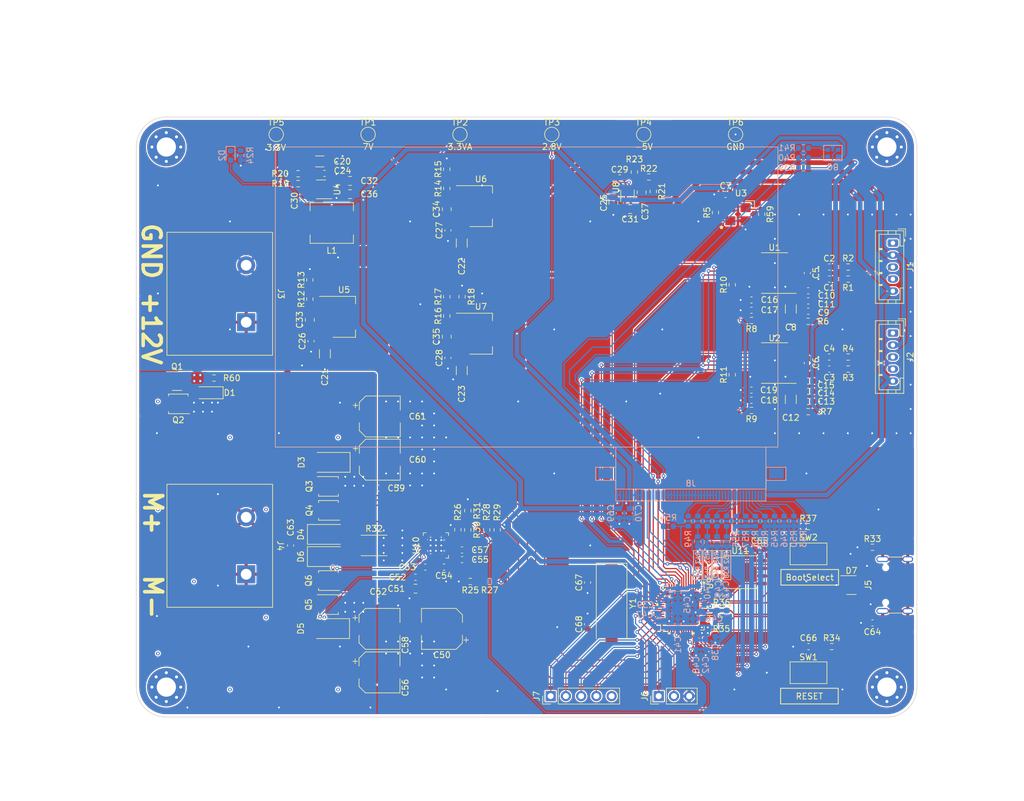
<source format=kicad_pcb>
(kicad_pcb (version 20240108) (generator "pcbnew") (generator_version "8.0")
  (layers (0 "F.Cu" signal) (1 "In1.Cu" signal) (2 "In2.Cu" signal) (31 "B.Cu" signal) (34 "B.Paste" user) (35 "F.Paste" user) (36 "B.SilkS" user "B.Silkscreen") (37 "F.SilkS" user "F.Silkscreen") (38 "B.Mask" user) (39 "F.Mask" user) (44 "Edge.Cuts" user))
  (net 0 "")
  (net 1 "GND")
  (net 2 "+3.3V")
  (net 3 "+12V")
  (net 4 "/Power Management/C-")
  (net 5 "/Power Management/C+")
  (net 6 "/Power Management/BST")
  (net 7 "/Power Management/SW")
  (net 8 "/Power Management/CPOUT")
  (net 9 "+7V")
  (net 10 "+3.3VA")
  (net 11 "+2V8")
  (net 12 "-5V")
  (net 13 "Net-(U9B-VREG_VOUT)")
  (net 14 "Net-(U10-VCP)")
  (net 15 "Net-(U10-CPL)")
  (net 16 "Net-(U10-CPH)")
  (net 17 "Net-(J5-SHIELD)")
  (net 18 "Net-(SW1-B)")
  (net 19 "Net-(U9A-XIN)")
  (net 20 "Net-(U9A-XOUT)")
  (net 21 "Net-(D2-K)")
  (net 22 "/Processor And HID/USB_D+")
  (net 23 "/Processor And HID/USB_D-")
  (net 24 "Net-(J3-Pin_1)")
  (net 25 "unconnected-(J5-VBUS-PadA4)")
  (net 30 "Net-(J6-Pin_1)")
  (net 31 "Net-(J6-Pin_2)")
  (net 32 "Net-(J7-Pin_1)")
  (net 33 "Net-(J7-Pin_2)")
  (net 34 "Net-(J7-Pin_3)")
  (net 35 "Net-(J7-Pin_4)")
  (net 36 "SCK")
  (net 37 "RST")
  (net 38 "MOSI")
  (net 41 "~{CS}")
  (net 43 "Net-(J8-SDO)")
  (net 46 "Net-(J8-YU)")
  (net 47 "Net-(J8-XL)")
  (net 48 "Net-(J8-YD)")
  (net 49 "Net-(J8-XR)")
  (net 50 "Net-(J8-LEDK4)")
  (net 51 "Net-(J8-LEDK3)")
  (net 52 "Net-(J8-LEDK2)")
  (net 53 "Net-(J8-LEDK1)")
  (net 54 "Net-(U3-E{slash}D)")
  (net 55 "(~{IRQ}{slash}MDAT)1")
  (net 56 "(~{IRQ}{slash}MDAT)0")
  (net 57 "/Power Management/ADJ_7V")
  (net 58 "/Power Management/ADJ7_3.3VA")
  (net 59 "Net-(R16-Pad2)")
  (net 60 "/Power Management/ADJ_2.8V")
  (net 61 "/Power Management/FB")
  (net 62 "Net-(R21-Pad1)")
  (net 63 "/Power Management/VFB_-5V")
  (net 64 "SNSOUT")
  (net 65 "Net-(D1-A)")
  (net 66 "Net-(U10-SO)")
  (net 67 "I_{Drive}")
  (net 68 "/Processor And HID/RP_D-")
  (net 69 "/Processor And HID/RP_D+")
  (net 70 "/Processor And HID/QSPI_~{CS}")
  (net 71 "Net-(SW2-B)")
  (net 72 "/Processor And HID/X-")
  (net 73 "Net-(U9A-GPIO5_SPI0_CSn_UART1_RX_I2C0_SCL)")
  (net 74 "Net-(U9A-GPIO6_SPI0_SCK_UART1_CTS_I2C1_SDA)")
  (net 75 "Net-(U9A-GPIO7_SPI0_TX_UART1_RTS_I2C1_SCL)")
  (net 76 "/Processor And HID/Y-")
  (net 77 "/Processor And HID/X+")
  (net 78 "/Processor And HID/Y+")
  (net 79 "MISO")
  (net 86 "ADC_~{CS1}")
  (net 87 "ADC_SCK")
  (net 88 "ADC_MOSI")
  (net 89 "ADC_MISO")
  (net 90 "/Load Cell Acquisition System/MCLK")
  (net 97 "ADC_~{CS0}")
  (net 99 "D{slash}C")
  (net 100 "IN2")
  (net 101 "IN1")
  (net 102 "/Processor And HID/SPI_SD3")
  (net 103 "/Processor And HID/QSPI_CLK")
  (net 105 "Net-(D8-RK)")
  (net 106 "Net-(D8-BK)")
  (net 107 "Net-(D8-GK)")
  (net 108 "/Motor Driver/AVDD")
  (net 109 "/Motor Driver/DVDD")
  (net 110 "/Motor Driver/SH2")
  (net 111 "/Motor Driver/SH1")
  (net 112 "/Motor Driver/SP")
  (net 113 "/Motor Driver/GH1")
  (net 114 "/Motor Driver/GL1")
  (net 115 "/Motor Driver/GH2")
  (net 116 "/Motor Driver/GL2")
  (net 117 "/Motor Driver/IDRIVE")
  (net 118 "/Motor Driver/VREF")
  (net 120 "Net-(J8-IM3)")
  (net 121 "Net-(J8-IM2)")
  (net 122 "Net-(J8-IM1)")
  (net 123 "Net-(J8-IM0)")
  (net 124 "/Load Cell Acquisition System/ADC0+")
  (net 125 "/Load Cell Acquisition System/ADC0-")
  (net 126 "/Load Cell Acquisition System/ADC1+")
  (net 127 "/Load Cell Acquisition System/ADC1-")
  (net 128 "/Load Cell Acquisition System/SIG0+")
  (net 129 "/Load Cell Acquisition System/SIG0-")
  (net 130 "/Load Cell Acquisition System/SIG1+")
  (net 131 "/Load Cell Acquisition System/SIG1-")
  (net 132 "Net-(U3-OUTPUT)")
  (net 133 "/Processor And HID/SPI_SD0")
  (net 134 "/Processor And HID/SPI_SD2")
  (net 135 "/Processor And HID/SPI_SD1")
  (net 136 "/Load Cell Acquisition System/AVDD0")
  (net 137 "/Load Cell Acquisition System/AVDD1")
  (net 138 "/Load Cell Acquisition System/DVDD0")
  (net 139 "/Load Cell Acquisition System/DVDD1")
  (net 142 "~{FAULT}")
  (net 143 "~{SLEEP}")
  (footprint "Parts:Vishay_PowerPAK_1212-8_Single" (layer "F.Cu") (at 108.9 126.1 180)
    (property "Reference" "Q6")
    (property "Value" "SISA96DN")
  )
  (footprint "Resistor_SMD:R_0603_1608Metric" (layer "F.Cu") (at 174.35 132.71 180)
    (property "Reference" "R35")
    (property "Value" "27R")
  )
  (footprint "Capacitor_SMD:C_0603_1608Metric" (layer "F.Cu") (at 188.8 81.2)
    (property "Reference" "C9")
    (property "Value" "1μf")
  )
  (footprint "Capacitor_SMD:C_0603_1608Metric" (layer "F.Cu") (at 192.3 88.85)
    (property "Reference" "C4")
    (property "Value" "100nf")
  )
  (footprint "Capacitor_SMD:C_0603_1608Metric" (layer "F.Cu") (at 106 86.2 -90)
    (property "Reference" "C26")
    (property "Value" "100nf")
  )
  (footprint "Capacitor_SMD:C_0805_2012Metric" (layer "F.Cu") (at 123.4 127.45 180)
    (property "Reference" "C51")
    (property "Value" "22μf")
  )
  (footprint "MountingHole:MountingHole_3.2mm_M3_Pad_Via" (layer "F.Cu") (at 201.9 53.85)
    (property "Reference" "REF**" (hide yes))
    (property "Value" "MountingHole_3.2mm_M3_Pad_Via" (hide yes))
  )
  (footprint "Resistor_SMD:R_0603_1608Metric" (layer "F.Cu") (at 162.25 58.85)
    (property "Reference" "R22")
    (property "Value" "150k")
  )
  (footprint "Capacitor_SMD:C_0603_1608Metric" (layer "F.Cu") (at 188.8 94.55)
    (property "Reference" "C14")
    (property "Value" "100nf")
  )
  (footprint "Capacitor_SMD:C_0603_1608Metric" (layer "F.Cu") (at 188.85 137.1)
    (property "Reference" "C66")
    (property "Value" "100nf")
  )
  (footprint "Resistor_SMD:R_0603_1608Metric" (layer "F.Cu") (at 176.15 91.8 90)
    (property "Reference" "R11")
    (property "Value" "10k")
  )
  (footprint "Capacitor_SMD:C_0805_2012Metric" (layer "F.Cu") (at 161.05 61.4 90)
    (property "Reference" "C37")
    (property "Value" "2.2μf")
  )
  (footprint "Resistor_SMD:R_0603_1608Metric" (layer "F.Cu") (at 132.525 126.25 180)
    (property "Reference" "R25")
    (property "Value" "100k")
  )
  (footprint "MountingHole:MountingHole_3.2mm_M3_Pad_Via" (layer "F.Cu") (at 201.9 143.85)
    (property "Reference" "REF**" (hide yes))
    (property "Value" "MountingHole_3.2mm_M3_Pad_Via" (hide yes))
  )
  (footprint "Resistor_SMD:R_0603_1608Metric" (layer "F.Cu") (at 188.8 117.1 180)
    (property "Reference" "R37")
    (property "Value" "1k")
  )
  (footprint "Capacitor_SMD:C_0603_1608Metric" (layer "F.Cu") (at 188.8 77.8)
    (property "Reference" "C10")
    (property "Value" "100nf")
  )
  (footprint "Capacitor_SMD:C_0603_1608Metric" (layer "F.Cu") (at 192.3 75.85 180)
    (property "Reference" "C1")
    (property "Value" "100nf")
  )
  (footprint "Resistor_SMD:R_0603_1608Metric" (layer "F.Cu") (at 128.6 57.55 90)
    (property "Reference" "R15")
    (property "Value" "10k")
  )
  (footprint "Resistor_SMD:R_0603_1608Metric" (layer "F.Cu") (at 188.8 82.9)
    (property "Reference" "R6")
    (property "Value" "10R")
  )
  (footprint "Package_SO:TSSOP-20_4.4x6.5mm_P0.65mm" (layer "F.Cu") (at 183.2 89.85 180)
    (property "Reference" "U2")
    (property "Value" "MCP3561")
  )
  (footprint "Resistor_SMD:R_0603_1608Metric" (layer "F.Cu") (at 103.85 58.3 180)
    (property "Reference" "R20")
    (property "Value" "10k")
  )
  (footprint "Diode_SMD:D_SOD-123" (layer "F.Cu") (at 89.005 94.8 180)
    (property "Reference" "D1")
    (property "Value" "MMSZ5240B")
  )
  (footprint "TestPoint:TestPoint_Pad_D2.0mm" (layer "F.Cu") (at 100.2 51.75)
    (property "Reference" "TP5")
    (property "Value" "3.3V")
  )
  (footprint "Resistor_SMD:R_0603_1608Metric" (layer "F.Cu") (at 105.8 76 90)
    (property "Reference" "R13")
    (property "Value" "10k")
  )
  (footprint "Package_TO_SOT_SMD:SOT-23-3" (layer "F.Cu") (at 83.7 92.85)
    (property "Reference" "Q1")
    (property "Value" "S23CC12")
  )
  (footprint "Capacitor_SMD:C_0603_1608Metric" (layer "F.Cu") (at 179.35 79.35 180)
    (property "Reference" "C16")
    (property "Value" "100nf")
  )
  (footprint "Capacitor_SMD:C_0603_1608Metric" (layer "F.Cu") (at 117.2 129.35 180)
    (property "Reference" "C62")
    (property "Value" "100nf")
  )
  (footprint "Resistor_SMD:R_0603_1608Metric" (layer "F.Cu") (at 195.45 90.85 180)
    (property "Reference" "R3")
    (property "Value" "1k")
  )
  (footprint "Button_Switch_SMD:SW_SPST_FSMSM" (layer "F.Cu") (at 188.85 141.45)
    (property "Reference" "SW1")
    (property "Value" "SW_SPST")
  )
  (footprint "Resistor_SMD:R_0603_1608Metric" (layer "F.Cu") (at 179.35 82.75 180)
    (property "Reference" "R8")
    (property "Value" "10R")
  )
  (footprint "Resistor_SMD:R_0603_1608Metric" (layer "F.Cu") (at 130.45 117.625 90)
    (property "Reference" "R26")
    (property "Value" "33k")
  )
  (footprint "Capacitor_SMD:C_0805_2012Metric" (layer "F.Cu") (at 159.15 64.2 180)
    (property "Reference" "C31")
    (property "Value" "4.7μf")
  )
  (footprint "Parts:Vishay_PowerPAK_1212-8_Single" (layer "F.Cu") (at 83.9 96.65 180)
    (property "Reference" "Q2")
    (property "Value" "SiSH615ADN")
  )
  (footprint "Capacitor_SMD:C_0603_1608Metric" (layer "F.Cu") (at 188.8 96.25)
    (property "Reference" "C13")
    (property "Value" "1μf")
  )
  (footprint "Resistor_SMD:R_0603_1608Metric" (layer "F.Cu") (at 135.75 126.26 180)
    (property "Reference" "R27")
    (property "Value" "0R")
  )
  (footprint "Capacitor_SMD:C_0603_1608Metric" (layer "F.Cu") (at 125.025 123.85 180)
    (property "Reference" "C53")
    (property "Value" "1μf")
  )
  (footprint "Capacitor_SMD:C_0805_2012Metric" (layer "F.Cu") (at 128.6 85.45 -90)
    (property "Reference" "C35")
    (property "Value" "22μf")
  )
  (footprint "Capacitor_SMD:CP_Elec_6.3x7.7" (layer "F.Cu") (at 127.8 134.15 180)
    (property "Reference" "C50")
    (property "Value" "100μf")
  )
  (footprint "Parts:RP2040" (layer "F.Cu") (at 167.8488 130.7 -90)
    (property "Reference" "U9")
    (property "Value" "RP2040" (hide yes))
  )
  (footprint "Package_TO_SOT_SMD:SOT-223-3_TabPin2" (layer "F.Cu") (at 111.5 82.15)
    (property "Reference" "U5")
    (property "Value" "AZ2117H-ADJTRG1")
  )
  (footprint "Resistor_SMD:R_0603_1608Metric" (layer "F.Cu") (at 135.25 117.65 -90)
    (property "Reference" "R28")
    (property "Value" "10k")
  )
  (footprint "Capacitor_SMD:C_1206_3216Metric" (layer "F.Cu") (at 185.9 95.9 -90)
    (property "Reference" "C12")
    (property "Value" "100μf")
  )
  (footprint "Capacitor_SMD:C_0603_1608Metric" (layer "F.Cu") (at 179.35 94.35 180)
    (property "Reference" "C19")
    (property "Value" "100nf")
  )
  (footprint "Resistor_SMD:R_0603_1608Metric" (layer "F.Cu") (at 132.1 114.45 90)
    (property "Reference" "R31")
    (property "Value" "10k")
  )
  (footprint "Capacitor_SMD:C_1206_3216Metric" (layer "F.Cu") (at 185.9 80.85 -90)
    (property "Reference" "C8")
    (property "Value" "100μf")
  )
  (footprint "Diode_SMD:D_SMA" (layer "F.Cu") (at 108.9 122.1)
    (property "Reference" "D6")
    (property "Value" "SK510A-LTP")
  )
  (footprint "Package_TO_SOT_SMD:SOT-223-3_TabPin2" (layer "F.Cu") (at 134.3 84.95)
    (property "Reference" "U7")
    (property "Value" "AZ2117H-ADJTRG1")
  )
  (footprint "Resistor_SMD:R_0603_1608Metric" (layer "F.Cu") (at 195.45 88.85 180)
    (property "Reference" "R4")
    (property "Value" "1k")
  )
  (footprint "Resistor_SMD:R_0603_1608Metric" (layer "F.Cu") (at 105.8 79.2 90)
    (property "Reference" "R12")
    (property "Value" "2.2k")
  )
  (footprint "Resistor_SMD:R_0603_1608Metric" (layer "F.Cu") (at 179.35 97.75 180)
    (property "Reference" "R9")
    (property "Value" "10R")
  )
  (footprint "Parts:APH0630T" (layer "F.Cu") (at 109.45 66.5)
    (property "Reference" "L1")
    (property "Value" "3.3μH")
  )
  (footprint "Package_TO_SOT_SMD:SOT-223-3_TabPin2" (layer "F.Cu") (at 134.3 63.7)
    (property "Reference" "U6")
    (property "Value" "AZ2117H-ADJTRG1")
  )
  (footprint "Capacitor_SMD:C_1206_3216Metric" (layer "F.Cu") (at 131.1 91.1 -90)
    (property "Reference" "C23")
    (property "Value" "10μf")
  )
  (footprint "Resistor_SMD:R_0603_1608Metric" (layer "F.Cu") (at 195.45 75.85 180)
    (property "Reference" "R1")
    (property "Value" "1k")
  )
  (footprint "Parts:Vishay_PowerPAK_1212-8_Single" (layer "F.Cu") (at 108.9 130.1)
    (property "Reference" "Q5")
    (property "Value" "SISA96DN")
  )
  (footprint "Resistor_SMD:R_0603_1608Metric" (layer "F.Cu") (at 173.35 64.775 -90)
    (property "Reference" "R5")
    (property "Value" "0R")
  )
  (footprint "Capacitor_SMD:CP_Elec_6.3x7.7" (layer "F.Cu") (at 117.4 134.15)
    (property "Reference" "C58")
    (property "Value" "100μf")
  )
  (footprint "Capacitor_SMD:C_0603_1608Metric" (layer "F.Cu") (at 179.35 81.05 180)
    (property "Reference" "C17")
    (property "Value" "100nf")
  )
  (footprint "Capacitor_SMD:C_0603_1608Metric" (layer "F.Cu") (at 188.8 79.5)
    (property "Reference" "C11")
    (property "Value" "100nf")
  )
  (footprint "TestPoint:TestPoint_Pad_D2.0mm" (layer "F.Cu") (at 161.4 51.75)
    (property "Reference" "TP4")
    (property "Value" "-5V")
  )
  (footprint "Resistor_SMD:R_0603_1608Metric" (layer "F.Cu") (at 131.15 78.8 90)
    (property "Reference" "R18")
    (property "Value" "6.8k")
  )
  (footprint "Package_SON:WSON-8-1EP_2x2mm_P0.5mm_EP0.9x1.6mm" (layer "F.Cu") (at 158.7 61.5 90)
    (property "Reference" "U8")
    (property "Value" "LM27761")
  )
  (footprint "Capacitor_SMD:C_0603_1608Metric" (layer "F.Cu") (at 123.4 125.55)
    (property "Reference" "C52")
    (property "Value" "100nf")
  )
  (footprint "Capacitor_SMD:C_0603_1608Metric" (layer "F.Cu") (at 175.025 61.75)
    (property "Reference" "C7")
    (property "Value" "10nf")
  )
  (footprint "Capacitor_SMD:CP_Elec_6.3x7.7" (layer "F.Cu") (at 117.45 105.95)
    (property "Reference" "C60")
    (property "Value" "100μf")
  )
  (footprint "Parts:YK4410203000G" (layer "F.Cu") (at 95.2 120.3 90)
    (property "Reference" "J4")
    (property "Value" "Screw_Terminal_01x02")
  )
  (footprint "Connector_JST:JST_PH_B5B-PH-K_1x05_P2.00mm_Vertical" (layer "F.Cu") (at 202.9 84.85 -90)
    (property "Reference" "J2")
    (property "Value" "Conn_01x05_Pin")
  )
  (footprint "Package_SO:SOIC-8_5.23x5.23mm_P1.27mm" (layer "F.Cu") (at 177.5 124.7)
    (property "Reference" "U11")
    (property "Value" "W25Q128JVS")
  )
  (footprint "Package_TO_SOT_SMD:SOT-23-6" (layer "F.Cu") (at 196 126.85)
    (property "Reference" "D7")
    (property "Value" "ESDA6V1-5SC6")
  )
  (footprint "Capacitor_SMD:C_0603_1608Metric" (layer "F.Cu") (at 108.25 58.25)
    (property "Reference" "C24")
    (property "Value" "100nf")
  )
  (footprint "Capacitor_SMD:C_0603_1608Metric" (layer "F.Cu") (at 152.05 126.425 90)
    (property "Reference" "C67")
    (property "Value" "20pf")
  )
  (footprint "Resistor_SMD:R_0603_1608Metric" (layer "F.Cu") (at 128.6 60.75 90)
    (property "Reference" "R14")
    (property "Value" "6.2k")
  )
  (footprint "Capacitor_SMD:C_0603_1608Metric" (layer "F.Cu") (at 117.2 110.7 180)
    (property "Reference" "C59")
    (property "Value" "100nf")
  )
  (footprint "Capacitor_SMD:C_0603_1608Metric" (layer "F.Cu") (at 188.65 74.85 90)
    (property "Reference" "C5")
    (property "Value" "100nf")
  )
  (footprint "Package_SO:TSSOP-20_4.4x6.5mm_P0.65mm" (layer "F.Cu") (at 183.2 74.85 180)
    (property "Reference" "U1")
    (property "Value" "MCP3561")
  )
  (footprint "Parts:VQFN-24-1EP_4x4mm_P0.5mm_EP2.45x2.45mm_ThermalVias" (layer "F.Cu") (at 126.8 120.25 90)
    (property "Reference" "U10")
    (property "Value" "DRV8701P")
  )
  (footprint "Button_Switch_SMD:SW_SPST_FSMSM" (layer "F.Cu") (at 188.85 121.65 180)
    (property "Reference" "SW2")
    (property "Value" "SW_SPST")
  )
  (footprint "MountingHole:MountingHole_3.2mm_M3_Pad_Via" (layer "F.Cu") (at 81.9 53.85)
    (property "Reference" "REF**" (hide yes))
    (property "Value" "MountingHole_3.2mm_M3_Pad_Via" (hide yes))
  )
  (footprint "TestPoint:TestPoint_Pad_D2.0mm" (layer "F.Cu") (at 130.8 51.75)
    (property "Reference" "TP2")
    (property "Value" "3.3VA")
  )
  (footprint "Resistor_SMD:R_2512_6332Metric" (layer "F.Cu") (at 116.5 120.25)
    (property "Reference" "R32")
    (property "Value" "20m")
  )
  (footprint "Resistor_SMD:R_0603_1608Metric" (layer "F.Cu") (at 192.725 137.1)
    (property "Reference" "R34")
    (property "Value" "1k")
  )
  (footprint "Parts:4-SMD" (layer "F.Cu") (at 177.1 65.05)
    (property "Reference" "U3")
    (property "Value" "ASFL1-20.000MHZ-EK-T")
  )
  (footprint "Capacitor_SMD:C_0805_2012Metric" (layer "F.Cu") (at 112.5 61.7 180)
    (property "Reference" "C36")
    (property "Value" "22μf")
  )
  (footprint "Parts:USB_C_Receptacle_GCT_USB4105-xx-A_16P_TopMnt_Horizontal" (layer "F.Cu") (at 204.3 126.85 90)
    (property "Reference" "J5")
    (property "Value" "USB_C_Receptacle_USB2.0")
  )
  (footprint "Crystal:Crystal_SMD_HC49-SD" (layer "F.Cu") (at 156.05 129.9 -90)
    (property "Reference" "Y1")
    (property "Value" "12Mhz")
  )
  (footprint "Capacitor_SMD:C_0603_1608Metric" (layer "F.Cu") (at 192.3 73.85)
    (property "Reference" "C2")
    (property "Value" "100nf")
  )
  (footprint "Capacitor_SMD:C_0603_1608Metric" (layer "F.Cu") (at 104.7 62.8 -90)
    (property "Reference" "C30")
    (property "Value" "300nf")
  )
  (footprint "Capacitor_SMD:C_0805_2012Metric" (layer "F.Cu") (at 112.5 59.5 180)
    (property "Reference" "C32")
    (property "Value" "22μf")
  )
  (footprint "Capacitor_SMD:C_0603_1608Metric" (layer "F.Cu") (at 188.65 89.85 90)
    (property "Reference" "C6")
    (property "Value" "100nf")
  )
  (footprint "Capacitor_SMD:C_0603_1608Metric" (layer "F.Cu") (at 192.3 90.85 180)
    (property "Reference" "C3")
    (property "Value" "100nf")
  )
  (footprint "Connector_JST:JST_PH_B5B-PH-K_1x05_P2.00mm_Vertical" (layer "F.Cu") (at 202.9 69.85 -90)
    (property "Reference" "J1")
    (property "Value" "Conn_01x05_Pin")
  )
  (footprint "Resistor_SMD:R_0603_1608Metric" (layer "F.Cu") (at 176.15 76.8 90)
    (property "Reference" "R10")
    (property "Value" "10k")
  )
  (footprint "Parts:YK4410203000G" (layer "F.Cu") (at 95.2 78.3 90)
    (property "Reference" "J3")
    (property "Value" "Screw_Terminal_01x02")
  )
  (footprint "Resistor_SMD:R_0603_1608Metric" (layer "F.Cu") (at 159.85 58.025 -90)
    (property "Reference" "R23")
    (property "Value" "51k")
  )
  (footprint "Capacitor_SMD:C_0603_1608Metric" (layer "F.Cu") (at 188.8 92.85)
    (property "Reference" "C15")
    (property "Value" "100nf")
  )
  (footprint "Resistor_SMD:R_0603_1608Metric" (layer "F.Cu") (at 174.35 131.1 180)
    (property "Reference" "R36")
    (property "Value" "27R")
  )
  (footprint "TestPoint:TestPoint_Pad_D2.0mm" (layer "F.Cu") (at 115.5 51.75)
    (property "Reference" "TP1")
    (property "Value" "7V")
  )
  (footprint "Capacitor_SMD:C_0805_2012Metric" (layer "F.Cu") (at 128.6 64.2 -90)
    (property "Reference" "C34")
    (property "Value" "22μf")
  )
  (footprint "Resistor_SMD:R_0603_1608Metric" (layer "F.Cu") (at 128.6 78.8 90)
    (property "Reference" "R17")
    (property "Value" "4.7k")
  )
  (footprint "Resistor_SMD:R_0603_1608Metric" (layer "F.Cu") (at 188.8 97.95)
    (property "Reference" "R7")
    (property "Value" "10R")
  )
  (footprint "Diode_SMD:D_SMA" (layer "F.Cu") (at 109 106.4 180)
    (property "Reference" "D3")
    (property "Value" "SK510A-LTP")
  )
  (footprint "Resistor_SMD:R_0603_1608Metric" (layer "F.Cu") (at 89.85 92.35 180)
    (property "Reference" "R60")
    (property "Value" "10k")
  )
  (footprint "Resistor_SMD:R_0603_1608Metric" (layer "F.Cu") (at 103.85 59.95)
    (property "Reference" "R19")
    (property "Value" "33k")
  )
  (footprint "Diode_SMD:D_SMA" (layer "F.Cu") (at 108.9 134.1 180)
    (property "Reference" "D5")
    (property "Value" "SK510A-LTP")
  )
  (footprint "Capacitor_SMD:C_0603_1608Metric" (layer "F.Cu") (at 128.8 67.75 -90)
    (property "Reference" "C27")
    (property "Value" "100nf")
  )
  (footprint "MountingHole:MountingHole_3.2mm_M3_Pad_Via" (layer "F.Cu") (at 81.9 143.85)
    (property "Reference" "REF**" (hide yes))
    (property "Value" "MountingHole_3.2mm_M3_Pad_Via" (hide yes))
  )
  (footprint "Resistor_SMD:R_0603_1608Metric" (layer "F.Cu") (at 128.6 82 90)
    (property "Reference" "R16")
    (property "Value" "1k")
  )
  (footprint "Capacitor_SMD:C_0603_1608Metric" (layer "F.Cu") (at 179.35 96.05 180)
    (property "Reference" "C18")
    (property "Value" "100nf")
  )
  (footprint "Capacitor_SMD:C_1206_3216Metric" (layer "F.Cu") (at 131.1 69.85 -90)
    (property "Reference" "C22")
    (property "Value" "10μf")
  )
  (footprint "Connector_PinHeader_2.54mm:PinHeader_1x05_P2.54mm_Vertical" (layer "F.Cu") (at 145.9 145.35 90)
    (property "Reference" "J7")
    (property "Value" "Conn_01x05_Pin")
  )
  (footprint "TestPoint:TestPoint_Pad_D2.0mm" (layer "F.Cu") (at 146.1 51.75)
    (property "Reference" "TP3")
    (property "Value" "2.8V")
  )
  (footprint "Parts:Vishay_PowerPAK_1212-8_Single" (layer "F.Cu") (at 108.9 114.4 180)
    (property "Reference" "Q4")
    (property "Value" "SISA96DN")
  )
  (footprint "Capacitor_SMD:C_1206_3216Metric" (layer "F.Cu") (at 108.3 88.3 -90)
    (property "Reference" "C21")
    (property "Value" "10μf")
  )
  (footprint "Capacitor_SMD:CP_Elec_6.3x7.7" (layer "F.Cu") (at 117.4 141.4)
    (property "Reference" "C56")
    (property "Value" "100μf")
  )
  (footprint "Resistor_SMD:R_0603_1608Metric" (layer "F.Cu") (at 137 117.65 -90)
    (property "Reference" "R29")
    (property "Value" "10k")
  )
  (footprint "Capacitor_SMD:C_0603_1608Metric" (layer "F.Cu") (at 199.5 133.15 180)
    (property "Reference" "C64")
    (property "Value" "100nf")
  )
  (footprint "Capacitor_SMD:C_0603_1608Metric" (layer "F.Cu") (at 131.15 121 180)
    (property "Reference" "C57")
    (property "Value" "1μf")
  )
  (footprint "Parts:Vishay_PowerPAK_1212-8_Single" (layer "F.Cu") (at 108.9 110.4)
    (property "Reference" "Q3")
    (property "Value" "SISA96DN")
  )
  (footprint "Diode_SMD:D_SMA" (layer "F.Cu") (at 108.9 118.4)
    (property "Reference" "D4")
    (property "Value" "SK510A-LTP")
  )
  (footprint "Resistor_SMD:R_0603_1608Metric" (layer "F.Cu") (at 199.5 120.55 180)
    (property "Reference" "R33")
    (property "Value" "330R")
  )
  (footprint "Capacitor_SMD:C_0603_1608Metric" (layer "F.Cu") (at 152.05 133.375 90)
    (property "Reference" "C68")
    (property "Value" "20pf")
  )
  (footprint "Capacitor_SMD:C_0603_1608Metric" (layer "F.Cu") (at 128.125 123.85 180)
    (property "Reference" "C54")
    (property "Value" "100nf")
  )
  (footprint "Resistor_SMD:R_0603_1608Metric" (layer "F.Cu") (at 195.45 73.85 180)
    (property "Reference" "R2")
    (property "Value" "1k")
  )
  (footprint "Resistor_SMD:R_0603_1608Metric" (layer "F.Cu") (at 163 61.25 -90)
    (property "Reference" "R21")
    (property "Value" "8.2k")
  )
  (footprint "Capacitor_SMD:C_0603_1608Metric" (layer "F.Cu") (at 131.15 122.6 180)
    (property "Reference" "C55")
    (property "Value" "1μf")
  )
  (footprint "Capacitor_SMD:CP_Elec_6.3x7.7" (layer "F.Cu") (at 117.45 98.75)
    (property "Reference" "C61")
    (property "Value" "100μf")
  )
  (footprint "Capacitor_SMD:C_0805_2012Metric" (layer "F.Cu") (at 156.35 63.15 -90)
    (property "Reference" "C25")
    (property "Value" "4.7μf")
  )
  (footprint "Connector_PinHeader_2.54mm:PinHeader_1x03_P2.54mm_Vertical" (layer "F.Cu") (at 163.9 145.35 90)
    (property "Reference" "J6")
    (property "Value" "Conn_01x03_Pin")
  )
  (footprint "Resistor_SMD:R_0603_1608Metric" (layer "F.Cu") (at 181.05 65.05 -90)
    (property "Reference" "R59")
    (property "Value" "10R")
  )
  (footprint "Capacitor_SMD:C_0805_2012Metric" (layer "F.Cu") (at 105.8 82.65 -90)
    (property "Reference" "C33")
    (property "Value" "22μf")
  )
  (footprint "Capacitor_SMD:C_1206_3216Metric" (layer "F.Cu") (at 107.45 56.25)
    (property "Reference" "C20")
    (property "Value" "10μf")
  )
  (footprint "Package_TO_SOT_SMD:TSOT-23-6" (layer "F.Cu") (at 107.675 60.9 180)
    (property "Reference" "U4")
    (property "Value" "AP62200TWU-7")
  )
  (footprint "Capacitor_SMD:C_0603_1608Metric" (layer "F.Cu") (at 102.6 120.25 -90)
    (property "Reference" "C63")
    (property "Value" "100nf")
  )
  (footprint "Resistor_SMD:R_0603_1608Metric" (layer "F.Cu") (at 132.1 117.65 90)
    (property "Reference" "R30")
    (property "Value" "10k")
  )
  (footprint "Capacitor_SMD:C_0603_1608Metric" (layer "F.Cu") (at 157.4 59 180)
    (property "Reference" "C29")
    (property "Value" "1μf")
  )
  (footprint "Capacitor_SMD:C_0603_1608Metric" (layer "F.Cu") (at 128.8 89 -90)
    (property "Reference" "C28")
    (property "Value" "100nf")
  )
  (footprint "TestPoint:TestPoint_Pad_D2.0mm" (layer "F.Cu") (at 176.7 51.75)
    (property "Reference" "TP6")
    (property "Value" "GND")
  )
  (footprint "Capacitor_SMD:C_0603_1608Metric" (layer "F.Cu") (at 180.7 120.85 180)
    (property "Reference" "C65")
    (property "Value" "100nf")
  )
  (footprint "Resistor_SMD:R_0603_1608Metric" (layer "B.Cu") (at 184.8 116.2 90)
    (property "Reference" "R46")
    (property "Value" "270R")
  )
  (footprint "Resistor_SMD:R_0603_1608Metric" (layer "B.Cu") (at 188 54 180)
    (property "Reference" "R41")
    (property "Value" "270R")
  )
  (footprint "Resistor_SMD:R_0603_1608Metric" (layer "B.Cu") (at 173.61 119.6 90)
    (property "Reference" "R42")
    (property "Value" "10k")
  )
  (footprint "Resistor_SMD:R_0603_1608Metric" (layer "B.Cu") (at 188 116.2 90)
    (property "Reference" "R53")
    (property "Value" "270R")
  )
  (footprint "Capacitor_SMD:C_0603_1608Metric" (layer "B.Cu") (at 167.1 128.2 90)
    (property "Reference" "C44")
    (property "Value" "100nf")
  )
  (footprint "Capacitor_SMD:C_0603_1608Metric" (layer "B.Cu") (at 173.325 134.675 90)
    (property "Reference" "C38")
    (property "Value" "1μf")
  )
  (footprint "Resistor_SMD:R_0603_1608Metric" (layer "B.Cu") (at 188 57.3 180)
    (property "Reference" "R39")
    (property "Value" "270R")
  )
  (footprint "Capacitor_SMD:C_0603_1608Metric" (layer "B.Cu") (at 164.7 130.15 180)
    (property "Reference" "C39")
    (property "Value" "100nf")
  )
  (footprint "Resistor_SMD:R_0603_1608Metric" (layer "B.Cu") (at 180 116.2 90)
    (property "Reference" "R56")
    (property "Value" "0R")
  )
  (footprint "Resistor_SMD:R_0603_1608Metric" (layer "B.Cu") (at 183.2 116.2 90)
    (property "Reference" "R45")
    (property "Value" "270R")
  )
  (footprint "Capacitor_SMD:C_0603_1608Metric" (layer "B.Cu") (at 170.35 132.475 180)
    (property "Reference" "C46")
    (property "Value" "100nf")
  )
  (footprint "Resistor_SMD:R_0603_1608Metric" (layer "B.Cu") (at 168.8 116.2 90)
    (property "Reference" "R49")
    (property "Value" "0R")
  )
  (footprint "Capacitor_SMD:C_0603_1608Metric" (layer "B.Cu") (at 171.725 136.775 90)
    (property "Reference" "C42")
    (property "Value" "100nf")
  )
  (footprint "Resistor_SMD:R_0603_1608Metric" (layer "B.Cu") (at 175.2 116.2 90)
    (property "Reference" "R52")
    (property "Value" "0R")
  )
  (footprint "Capacitor_SMD:C_0603_1608Metric" (layer "B.Cu") (at 173.625 130.325 90)
    (property "Reference" "C49")
    (property "Value" "100nf")
  )
  (footprint "Resistor_SMD:R_0603_1608Metric" (layer "B.Cu") (at 181.6 116.2 90)
    (property "Reference" "R58")
    (property "Value" "0R")
  )
  (footprint "Resistor_SMD:R_0603_1608Metric" (layer "B.Cu") (at 170.4 116.2 90)
    (property "Reference" "R47")
    (property "Value" "0R")
  )
  (footprint "Resistor_SMD:R_0603_1608Metric" (layer "B.Cu") (at 172 116.2 90)
    (property "Reference" "R51")
    (property "Value" "0R")
  )
  (footprint "Capacitor_SMD:C_0603_1608Metric" (layer "B.Cu") (at 170.75 130.15 180)
    (property "Reference" "C45")
    (property "Value" "1μf")
  )
  (footprint "Capacitor_SMD:C_0603_1608Metric" (layer "B.Cu") (at 159 114.875 -90)
    (property "Reference" "C70")
    (property "Value" "100nf")
  )
  (footprint "Capacitor_SMD:C_0603_1608Metric" (layer "B.Cu") (at 170.125 136.775 -90)
    (property "Reference" "C48")
    (property "Value" "100nf")
  )
  (footprint "Resistor_SMD:R_0603_1608Metric" (layer "B.Cu") (at 165.5 117.05 180)
    (property "Reference" "R54")
    (property "Value" "0R")
  )
  (footprint "Parts:MOD-LCD2.8RTP" (layer "B.Cu") (at 169.25 111.8505)
    (property "Reference" "J8")
    (property "Value" "TFT Display")
  )
  (footprint "Resistor_SMD:R_0603_1608Metric" (layer "B.Cu") (at 175.21 119.6 90)
    (property "Reference" "R38")
    (property "Value" "10k")
  )
  (footprint "Resistor_SMD:R_0603_1608Metric" (layer "B.Cu") (at 176.8 116.2 90)
    (property "Reference" "R55")
    (property "Value" "0R")
  )
  (footprint "Capacitor_SMD:C_0603_1608Metric" (layer "B.Cu") (at 175.25 130.325 -90)
    (property "Reference" "C43")
    (property "Value" "100nf")
  )
  (footprint "Capacitor_SMD:C_0603_1608Metric" (layer "B.Cu") (at 167.1 133.275 -90)
    (property "Reference" "C41")
    (property "Value" "100nf")
  )
  (footprint "Capacitor_SMD:C_0603_1608Metric" (layer "B.Cu") (at 170.5 127.8 90)
    (property "Reference" "C40")
    (property "Value" "100nf")
  )
  (footprint "Resistor_SMD:R_0603_1608Metric" (layer "B.Cu") (at 186.4 116.2 90)
    (property "Reference" "R50")
    (property "Value" "270R")
  )
  (footprint "Capacitor_SMD:C_0603_1608Metric" (layer "B.Cu") (at 164.7 131.8)
    (property "Reference" "C47")
    (property "Value" "100nf")
  )
  (footprint "Resistor_SMD:R_0603_1608Metric" (layer "B.Cu") (at 172.01 119.6 90)
    (property "Reference" "R43")
    (property "Value" "10k")
  )
  (footprint "Resistor_SMD:R_0603_1608Metric" (layer "B.Cu") (at 178.4 116.2 90)
    (property "Reference" "R57")
    (property "Value" "0R")
  )
  (footprint "Resistor_SMD:R_0603_1608Metric" (layer "B.Cu") (at 188 55.65 180)
    (property "Reference" "R40")
    (property "Value" "270R")
  )
  (footprint "Resistor_SMD:R_0603_1608Metric" (layer "B.Cu") (at 173.6 116.2 90)
    (property "Reference" "R48")
    (property "Value" "0R")
  )
  (footprint "Parts:2.1x2.1 LED" (layer "B.Cu") (at 192.9 54.85)
    (property "Reference" "D8")
    (property "Value" "LED_RBAG")
  )
  (footprint "Resistor_SMD:R_0603_1608Metric" (layer "B.Cu") (at 170.4 119.6 90)
    (property "Reference" "R44")
    (property "Value" "10k")
  )
  (footprint "Capacitor_SMD:C_0603_1608Metric" (layer "B.Cu") (at 157.35 114.875 -90)
    (property "Reference" "C69")
    (property "Value" "100nf")
  )
  (footprint "LED_SMD:LED_0603_1608Metric" (layer "B.Cu") (at 92.6 55.25 -90)
    (property "Reference" "D2")
    (property "Value" "LED")
  )
  (footprint "Resistor_SMD:R_0603_1608Metric" (layer "B.Cu") (at 94.3 55.25 -90)
    (property "Reference" "R24")
    (property "Value" "270R")
  )
  (gr_rect (start 171.3 121.1) (end 172.7 125.95) (stroke (width 0.15)) (fill none) (layer "B.SilkS"))
  (gr_rect (start 172.9 121.1) (end 174.3 125.95) (stroke (width 0.15)) (fill none) (layer "B.SilkS"))
  (gr_rect (start 169.7 121.1) (end 171.1 125.95) (stroke (width 0.15)) (fill none) (layer "B.SilkS"))
  (gr_rect (start 174.5 121.1) (end 175.9 125.95) (stroke (width 0.15)) (fill none) (layer "B.SilkS"))
  (gr_arc (start 201.9 48.85) (mid 205.435534 50.314466) (end 206.9 53.85) (stroke (width 0.1)) (layer "Edge.Cuts"))
  (gr_arc (start 81.9 148.85) (mid 78.364466 147.385534) (end 76.9 143.85) (stroke (width 0.1)) (layer "Edge.Cuts"))
  (gr_arc (start 76.9 53.85) (mid 78.364466 50.314466) (end 81.9 48.85) (stroke (width 0.1)) (layer "Edge.Cuts"))
  (gr_line (start 201.9 48.85) (end 81.9 48.85) (stroke (width 0.1)) (layer "Edge.Cuts"))
  (gr_line (start 76.9 53.85) (end 76.9 143.85) (stroke (width 0.1)) (layer "Edge.Cuts"))
  (gr_line (start 81.9 148.85) (end 201.9 148.85) (stroke (width 0.1)) (layer "Edge.Cuts"))
  (gr_line (start 206.9 143.85) (end 206.9 53.85) (stroke (width 0.1)) (layer "Edge.Cuts"))
  (gr_arc (start 206.9 143.85) (mid 205.435534 147.385534) (end 201.9 148.85) (stroke (width 0.1)) (layer "Edge.Cuts"))
  (gr_text "M+   M-" (at 77.9 110.85 -90) (layer "F.SilkS") (effects (font (size 3 3) (thickness 0.6) (bold yes)) (justify left bottom)))
  (gr_text "GND +12V" (at 79.4 78.35 -90) (layer "F.SilkS") (effects (font (size 3 3) (thickness 0.6) (bold yes))))
  (gr_text_box "BootSelect" (start 184.25 124.25) (end 193.85 126.85) (angle 360) (layer "F.SilkS") (effects (font (size 1 1)) (justify top)) (border yes) (stroke (width 0.15)))
  (gr_text_box "RESET" (start 184.2 144.05) (end 193.8 146.65) (layer "F.SilkS") (effects (font (size 1 1)) (justify top)) (border yes) (stroke (width 0.15)))
  (segment (start 189.575 92.85) (end 190.65 92.85) (width 0.6) (layer "F.Cu") (net 1))
  (segment (start 173.625 128.475) (end 173.625 126.88) (width 0.6) (layer "F.Cu") (net 1))
  (segment (start 188.075 137.1) (end 186.300001 137.1) (width 0.2) (layer "F.Cu") (net 1))
  (segment (start 191.525 73.85) (end 190.5 73.85) (width 0.6) (layer "F.Cu") (net 1))
  (segment (start 157.6 61.5) (end 157.25 61.15) (width 0.8) (layer "F.Cu") (net 1))
  (segment (start 102.05 58.3) (end 103.025 58.3) (width 0.6) (layer "F.Cu") (net 1))
  (segment (start 164.4476 129.699999) (end 165.051599 129.699999) (width 0.2) (layer "F.Cu") (net 1))
  (segment (start 159.85 57.2) (end 159.85 56.25) (width 0.25) (layer "F.Cu") (net 1))
  (segment (start 158.7 61.5) (end 157.6 61.5) (width 0.8) (layer "F.Cu") (net 1))
  (segment (start 158.2 64.2) (end 158.2 65.5) (width 0.6) (layer "F.Cu") (net 1))
  (segment (start 131.925 122.6) (end 133.25 122.6) (width 0.6) (layer "F.Cu") (net 1))
  (segment (start 165.65 129.101598) (end 165.65 128.8) (width 0.2) (layer "F.Cu") (net 1))
  (segment (start 105.8 83.6) (end 104.55 83.6) (width 0.6) (layer "F.Cu") (net 1))
  (segment (start 185.013642 92.125) (end 185.009489 92.129153) (width 0.4) (layer "F.Cu") (net 1))
  (segment (start 128.8 89.775) (end 128.8 90.75) (width 0.6) (layer "F.Cu") (net 1))
  (segment (start 152.05 132.6) (end 152.05 131.6) (width 0.5) (layer "F.Cu") (net 1))
  (segment (start 127.55 121.65) (end 127.775 121.425) (width 0.25) (layer "F.Cu") (net 1))
  (segment (start 126.55 118.8) (end 127.775 120.025) (width 0.2) (layer "F.Cu") (net 1))
  (segment (start 126.2 120.25) (end 125.825 120.25) (width 0.2) (layer "F.Cu") (net 1))
  (segment (start 164.4476 129.699999) (end 165.5 129.7) (width 0.2) (layer "F.Cu") (net 1))
  (segment (start 126.55 118.8) (end 126.075 119.275) (width 0.2) (layer "F.Cu") (net 1))
  (segment (start 194.8625 126.85) (end 193.5 126.85) (width 0.6) (layer "F.Cu") (net 1))
  (segment (start 178.575 96.05) (end 177.55 96.05) (width 0.6) (layer "F.Cu") (net 1))
  (segment (start 125.675 119.275) (end 125.825 119.275) (width 0.2) (layer "F.Cu") (net 1))
  (segment (start 178.37 67.589359) (end 178.370771 67.59013) (width 0.6) (layer "F.Cu") (net 1))
  (segment (start 173.625 126.88) (end 173.9 126.605) (width 0.6) (layer "F.Cu") (net 1))
  (segment (start 186.059947 77.127553) (end 186.0625 77.125) (width 0.4) (layer "F.Cu") (net 1))
  (segment (start 158.2 63.2) (end 158.2 64.2) (width 0.25) (layer "F.Cu") (net 1))
  (segment (start 178.37 66.15) (end 178.37 67.589359) (width 0.6) (layer "F.Cu") (net 1))
  (segment (start 152.05 127.2) (end 152.05 128.175) (width 0.5) (layer "F.Cu") (net 1))
  (segment (start 131.15 77.975) (end 131.15 76.95) (width 0.2) (layer "F.Cu") (net 1))
  (segment (start 128.8 68.525) (end 128.8 69.5) (width 0.6) (layer "F.Cu") (net 1))
  (segment (start 164.4476 129.699999) (end 165.049999 129.699999) (width 0.2) (layer "F.Cu") (net 1))
  (segment (start 191.525 90.85) (end 190.5 90.85) (width 0.6) (layer "F.Cu") (net 1))
  (segment (start 189.575 94.55) (end 190.65 94.55) (width 0.6) (layer "F.Cu") (net 1))
  (segment (start 161.05 60.45) (end 160 61.5) (width 0.6) (layer "F.Cu") (net 1))
  (segment (start 105.8 75.175) (end 105.8 74.2) (width 0.2) (layer "F.Cu") (net 1))
  (segment (start 126.55 118.2625) (end 126.55 118.8) (width 0.2) (layer "F.Cu") (net 1))
  (segment (start 108.3 89.775) (end 108.3 90.9) (width 0.6) (layer "F.Cu") (net 1))
  (segment (start 191.525 75.85) (end 190.5 75.85) (width 0.6) (layer "F.Cu") (net 1))
  (segment (start 124.8125 119.5) (end 125.45 119.5) (width 0.2) (layer "F.Cu") (net 1))
  (segment (start 130.45 116.8) (end 129.3 116.8) (width 0.2) (layer "F.Cu") (net 1))
  (segment (start 180.3375 77.125) (end 179.016673 77.125) (width 0.4) (layer "F.Cu") (net 1))
  (segment (start 178.575 81.05) (end 177.55 81.05) (width 0.6) (layer "F.Cu") (net 1))
  (segment (start 189.575 77.8) (end 190.65 77.8) (width 0.6) (layer "F.Cu") (net 1))
  (segment (start 128.6 86.4) (end 127.3 86.4) (width 0.6) (layer "F.Cu") (net 1))
  (segment (start 178.575 94.35) (end 177.55 94.35) (width 0.6) (layer "F.Cu") (net 1))
  (segment (start 165.051599 129.699999) (end 165.65 129.101598) (width 0.2) (layer "F.Cu") (net 1))
  (segment (start 178.575 79.35) (end 177.55 79.35) (width 0.6) (layer "F.Cu") (net 1))
  (segment (start 189.575 81.2) (end 190.65 81.2) (width 0.6) (layer "F.Cu") (net 1))
  (segment (start 125.45 119.5) (end 126.2 120.25) (width 0.2) (layer "F.Cu") (net 1))
  (segment (start 186.0625 77.125) (end 186.0625 76.475) (width 0.4) (layer "F.Cu") (net 1))
  (segment (start 198.675 120.55) (end 197 120.55) (width 0.5) (layer "F.Cu") (net 1))
  (segment (start 126.55 120) (end 126.8 120.25) (width 0.2) (layer "F.Cu") (net 1))
  (segment (start 193.44 121.65) (end 195.85 121.65) (width 0.2) (layer "F.Cu") (net 1))
  (segment (start 129.675 92.575) (end 131.1 92.575) (width 0.6) (layer "F.Cu") (net 1))
  (segment (start 198.725 133.15) (end 197.6 133.15) (width 0.5) (layer "F.Cu") (net 1))
  (segment (start 174.25 61.75) (end 173.15 61.75) (width 0.6) (layer "F.Cu") (net 1))
  (segment (start 126.55 118.2625) (end 126.55 120) (width 0.2) (layer "F.Cu") (net 1))
  (segment (start 189.575 79.5) (end 190.65 79.5) (width 0.6) (layer "F.Cu") (net 1))
  (segment (start 158.45 62.95) (end 158.2 63.2) (width 0.25) (layer "F.Cu") (net 1))
  (segment (start 126.075 119.275) (end 125.825 119.275) (width 0.2) (layer "F.Cu") (net 1))
  (segment (start 131.925 121) (end 133.25 121) (width 0.6) (layer "F.Cu") (net 1))
  (segment (start 200.52 130.05) (end 199.2 130.05) (width 0.6) (layer "F.Cu") (net 1))
  (segment (start 158.45 61.75) (end 158.7 61.5) (width 0.25) (layer "F.Cu") (net 1))
  (segment (start 131.1 71.325) (end 131.1 72.45) (width 0.6) (layer "F.Cu") (net 1))
  (segment (start 179.016673 77.125) (end 179.009688 77.131985) (width 0.4) (layer "F.Cu") (net 1))
  (segment (start 181.475 119.775) (end 181.5 119.75) (width 0.6) (layer "F.Cu") (net 1))
  (segment (start 127.55 122.2375) (end 127.55 121.65) (width 0.25) (layer "F.Cu") (net 1))
  (segment (start 128.6 65.15) (end 127.35 65.15) (width 0.6) (layer "F.Cu") (net 1))
  (segment (start 158.45 62.45) (end 158.45 62.95) (width 0.25) (layer "F.Cu") (net 1))
  (segment (start 128.6 56.725) (end 128.6 55.75) (width 0.2) (layer "F.Cu") (net 1))
  (segment (start 165.049999 129.699999) (end 165.35 130) (width 0.2) (layer "F.Cu") (net 1))
  (segment (start 125.45 119.5) (end 125.675 119.275) (width 0.2) (layer "F.Cu") (net 1))
  (segment (start 185.9 82.325) (end 185.9 83.4) (width 0.6) (layer "F.Cu") (net 1))
  (segment (start 184.26 141.45) (end 181.9 141.45) (width 0.2) (layer "F.Cu") (net 1))
  (segment (start 127.775 120.025) (end 127.775 120.25) (width 0.2) (layer "F.Cu") (net 1))
  (segment (start 200.52 123.65) (end 198.6 123.65) (width 0.6) (layer "F.Cu") (net 1))
  (segment (start 180.3375 92.125) (end 179.159975 92.125) (width 0.4) (layer "F.Cu") (net 1))
  (segment (start 127.775 121.425) (end 127.775 121.225) (width 0.25) (layer "F.Cu") (net 1))
  (segment (start 184.992308 77.127553) (end 186.059947 77.127553) (width 0.4) (layer "F.Cu") (net 1))
  (segment (start 131.7 126.25) (end 130.6 126.25) (width 0.2) (layer "F.Cu") (net 1))
  (segment (start 158.45 62.45) (end 158.45 61.75) (width 0.25) (layer "F.Cu") (net 1))
  (segment (start 132.1 113.625) (end 132.1 112.55) (width 0.2) (layer "F.Cu") (net 1))
  (segment (start 106 86.975) (end 106 87.95) (width 0.6) (layer "F.Cu") (net 1))
  (segment (start 160 61.5) (end 158.7 61.5) (width 0.6) (layer "F.Cu") (net 1))
  (segment (start 185.9 97.375) (end 185.9 98.5) (width 0.6) (layer "F.Cu") (net 1))
  (segment (start 126.8 120.9) (end 126.8 120.25) (width 0.25) (layer "F.Cu") (net 1))
  (segment (start 186.0625 92.125) (end 185.013642 92.125) (width 0.4) (layer "F.Cu") (net 1))
  (segment (start 186.300001 137.1) (end 186.3 137.100001) (width 0.2) (layer "F.Cu") (net 1))
  (segment (start 156.35 64.1) (end 156.35 65.15) (width 0.6) (layer "F.Cu") (net 1))
  (segment (start 127.55 121.65) (end 126.8 120.9) (width 0.25) (layer "F.Cu") (net 1))
  (segment (start 189.575 96.25) (end 190.65 96.25) (width 0.6) (layer "F.Cu") (net 1))
  (segment (start 191.525 88.85) (end 190.5 88.85) (width 0.6) (layer "F.Cu") (net 1))
  (segment (start 186.0625 92.125) (end 186.0625 91.475) (width 0.4) (layer "F.Cu") (net 1))
  (segment (start 129.3 116.8) (end 129.25 116.85) (width 0.2) (layer "F.Cu") (net 1))
  (segment (start 179.159975 92.125) (end 179.154 92.130975) (width 0.4) (layer "F.Cu") (net 1))
  (segment (start 181.475 120.85) (end 181.475 119.775) (width 0.6) (layer "F.Cu") (net 1))
  (via (at 122.5 102.25) (size 0.6) (drill 0.3) (layers "F.Cu" "B.Cu") (net 1))
  (via (at 177.55 94.35) (size 0.6) (drill 0.3) (layers "F.Cu" "B.Cu") (net 1))
  (via (at 165.65 128.8) (size 0.6) (drill 0.3) (layers "F.Cu" "B.Cu") (net 1))
  (via (at 128.5 102.25) (size 0.6) (drill 0.3) (layers "F.Cu" "B.Cu") (net 1))
  (via (at 128.5 126.25) (size 0.6) (drill 0.3) (layers "F.Cu" "B.Cu") (net 1))
  (via (at 108.3 90.9) (size 0.6) (drill 0.3) (layers "F.Cu" "B.Cu") (net 1))
  (via (at 175.2 121.25) (size 0.6) (drill 0.3) (layers "F.Cu" "B.Cu") (net 1))
  (via (at 187.3 65.1) (size 0.6) (drill 0.3) (layers "F.Cu" "B.Cu") (net 1))
  (via (at 178.370771 67.59013) (size 0.6) (drill 0.3) (layers "F.Cu" "B.Cu") (net 1))
  (via (at 183.25 69.15) (size 0.6) (drill 0.3) (layers "F.Cu" "B.Cu") (net 1))
  (via (at 121.2 117.75) (size 0.6) (drill 0.3) (layers "F.Cu" "B.Cu") (net 1))
  (via (at 120.5 110.25) (size 0.6) (drill 0.3) (layers "F.Cu" "B.Cu") (net 1))
  (via (at 121.2 120.25) (size 0.6) (drill 0.3) (layers "F.Cu" "B.Cu") (net 1))
  (via (at 118.5 136.25) (size 0.6) (drill 0.3) (layers "F.Cu" "B.Cu") (net 1))
  (via (at 120.5 102.25) (size 0.6) (drill 0.3) (layers "F.Cu" "B.Cu") (net 1))
  (via (at 146.5 84.25) (size 0.6) (drill 0.3) (layers "F.Cu" "B.Cu") (net 1))
  (via (at 195.4 65.1) (size 0.6) (drill 0.3) (layers "F.Cu" "B.Cu") (net 1))
  (via (at 158.5 96.25) (size 0.6) (drill 0.3) (layers "F.Cu" "B.Cu") (net 1))
  (via (at 124.5 108.25) (size 0.6) (drill 0.3) (layers "F.Cu" "B.Cu") (net 1))
  (via (at 124.5 102.25) (size 0.6) (drill 0.3) (layers "F.Cu" "B.Cu") (net 1))
  (via (at 134.5 78.25) (size 0.6) (drill 0.3) (layers "F.Cu" "B.Cu") (net 1))
  (via (at 124.2 80.05) (size 0.6) (drill 0.3) (layers "F.Cu" "B.Cu") (net 1))
  (via (at 199.45 65.1) (size 0.6) (drill 0.3) (layers "F.Cu" "B.Cu") (net 1))
  (via (at 87.55 92.85) (size 0.6) (drill 0.3) (layers "F.Cu" "B.Cu") (net 1))
  (via (at 157.25 61.15) (size 0.6) (drill 0.3) (layers "F.Cu" "B.Cu") (net 1))
  (via (at 168.15 128.55) (size 0.6) (drill 0.3) (layers "F.Cu" "B.Cu") (net 1))
  (via (at 131.15 76.95) (size 0.6) (drill 0.3) (layers "F.Cu" "B.Cu") (net 1))
  (via (at 194.5 144.25) (size 0.6) (drill 0.3) (layers "F.Cu" "B.Cu") (net 1))
  (via (at 183.25 65.1) (size 0.6) (drill 0.3) (layers "F.Cu" "B.Cu") (net 1))
  (via (at 124.5 106.25) (size 0.6) (drill 0.3) (layers "F.Cu" "B.Cu") (net 1))
  (via (at 190.65 79.5) (size 0.6) (drill 0.3) (layers "F.Cu" "B.Cu") (net 1))
  (via (at 80.5 78.25) (size 0.6) (drill 0.3) (layers "F.Cu" "B.Cu") (net 1))
  (via (at 118.1 122.75) (size 0.6) (drill 0.3) (layers "F.Cu" "B.Cu") (net 1))
  (via (at 132.1 112.55) (size 0.6) (drill 0.3) (layers "F.Cu" "B.Cu") (net 1))
  (via (at 110.5 72.25) (size 0.6) (drill 0.3) (layers "F.Cu" "B.Cu") (net 1))
  (via (at 170.05 131.4) (size 0.6) (drill 0.3) (layers "F.Cu" "B.Cu") (net 1))
  (via (at 199.2 130.05) (size 0.6) (drill 0.3) (layers "F.Cu" "B.Cu") (net 1))
  (via (at 110.25 60.35) (size 0.6) (drill 0.3) (layers "F.Cu" "B.Cu") (net 1))
  (via (at 164.15 94.95) (size 0.6) (drill 0.3) (layers "F.Cu" "B.Cu") (net 1))
  (via (at 205.85 81.3) (size 0.6) (drill 0.3) (layers "F.Cu" "B.Cu") (net 1))
  (via (at 147 133.85) (size 0.6) (drill 0.3) (layers "F.Cu" "B.Cu") (net 1))
  (via (at 104.55 83.6) (size 0.6) (drill 0.3) (layers "F.Cu" "B.Cu") (net 1))
  (via (at 110.25 62.35) (size 0.6) (drill 0.3) (layers "F.Cu" "B.Cu") (net 1))
  (via (at 122.5 136.25) (size 0.6) (drill 0.3) (layers "F.Cu" "B.Cu") (net 1))
  (via (at 124.5 138.25) (size 0.6) (drill 0.3) (layers "F.Cu" "B.Cu") (net 1))
  (via (at 146.5 108.25) (size 0.6) (drill 0.3) (layers "F.Cu" "B.Cu") (net 1))
  (via (at 134.5 60.25) (size 0.6) (drill 0.3) (layers "F.Cu" "B.Cu") (net 1))
  (via (at 128.8 90.75) (size 0.6) (drill 0.3) (layers "F.Cu" "B.Cu") (net 1))
  (via (at 127.35 65.15) (size 0.6) (drill 0.3) (layers "F.Cu" "B.Cu") (net 1))
  (via (at 205.85 77.25) (size 0.6) (drill 0.3) (layers "F.Cu" "B.Cu") (net 1))
  (via (at 110.5 144.25) (size 0.6) (drill 0.3) (layers "F.Cu" "B.Cu") (net 1))
  (via (at 188.5 126.25) (size 0.6) (drill 0.3) (layers "F.Cu" "B.Cu") (net 1))
  (via (at 137.05 144.5) (size 0.6) (drill 0.3) (layers "F.Cu" "B.Cu") (net 1))
  (via (at 120.5 136.25) (size 0.6) (drill 0.3) (layers "F.Cu" "B.Cu") (net 1))
  (via (at 118.5 102.25) (size 0.6) (drill 0.3) (layers "F.Cu" "B.Cu") (net 1))
  (via (at 194.5 84.25) (size 0.6) (drill 0.3) (layers "F.Cu" "B.Cu") (net 1))
  (via (at 183.25 81.3) (size 0.6) (drill 0.3) (layers "F.Cu" "B.Cu") (net 1))
  (via (at 170.5 102.25) (size 0.6) (drill 0.3) (layers "F.Cu" "B.Cu") (net 1))
  (via (at 184.8 118.05) (size 0.6) (drill 0.3) (layers "F.Cu" "B.Cu") (net 1))
  (via (at 126.5 108.25) (size 0.6) (drill 0.3) (layers "F.Cu" "B.Cu") (net 1))
  (via (at 124.5 140.25) (size 0.6) (drill 0.3) (layers "F.Cu" "B.Cu") (net 1))
  (via (at 179.009688 77.131985) (size 0.6) (drill 0.3) (layers "F.Cu" "B.Cu") (net 1))
  (via (at 183.25 73.2) (size 0.6) (drill 0.3) (layers "F.Cu" "B.Cu") (net 1))
  (via (at 152.05 128.175) (size 0.6) (drill 0.3) (layers "F.Cu" "B.Cu") (net 1))
  (via (at 183.25 77.25) (size 0.6) (drill 0.3) (layers "F.Cu" "B.Cu") (net 1))
  (via (at 156.35 65.15) (size 0.6) (drill 0.3) (layers "F.Cu" "B.Cu") (net 1))
  (via (at 127.3 86.4) (size 0.6) (drill 0.3) (layers "F.Cu" "B.Cu") (net 1))
  (via (at 171.721381 138.537003) (size 0.6) (drill 0.3) (layers "F.Cu" "B.Cu") (net 1))
  (via (at 172 121.25) (size 0.6) (drill 0.3) (layers "F.Cu" "B.Cu") (net 1))
  (via (at 205.85 97.5) (size 0.6) (drill 0.3) (layers "F.Cu" "B.Cu") (net 1))
  (via (at 176.699999 51.749999) (size 0.6) (drill 0.3) (layers "F.Cu" "B.Cu") (net 1))
  (via (at 120.5 108.25) (size 0.6) (drill 0.3) (layers "F.Cu" "B.Cu") (net 1))
  (via (at 133.25 121) (size 0.6) (drill 0.3) (layers "F.Cu" "B.Cu") (net 1))
  (via (at 134.5 114.25) (size 0.6) (drill 0.3) (layers "F.Cu" "B.Cu") (net 1))
  (via (at 205.85 93.45) (size 0.6) (drill 0.3) (layers "F.Cu" "B.Cu") (net 1))
  (via (at 173.324426 136.445029) (size 0.6) (drill 0.3) (layers "F.Cu" "B.Cu") (net 1))
  (via (at 86.5 126.25) (size 0.6) (drill 0.3) (layers "F.Cu" "B.Cu") (net 1))
  (via (at 80.5 138.25) (size 0.6) (drill 0.3) (layers "F.Cu" "B.Cu") (net 1))
  (via (at 195.4 101.55) (size 0.6) (drill 0.3) (layers "F.Cu" "B.Cu") (net 1))
  (via (at 126.5 100.25) (size 0.6) (drill 0.3) (layers "F.Cu" "B.Cu") (net 1))
  (via (at 80.5 114.25) (size 0.6) (drill 0.3) (layers "F.Cu" "B.Cu") (net 1))
  (via (at 203.5 101.55) (size 0.6) (drill 0.3) (layers "F.Cu" "B.Cu") (net 1))
  (via (at 126.5 104.25) (size 0.6) (drill 0.3) (layers "F.Cu" "B.Cu") (net 1))
  (via (at 110.5 102.25) (size 0.6) (drill 0.3) (layers "F.Cu" "B.Cu") (net 1))
  (via (at 109.631164 123.946321) (size 0.6) (drill 0.3) (layers "F.Cu" "B.Cu") (net 1))
  (via (at 104.5 90.25) (size 0.6) (drill 0.3) (layers "F.Cu" "B.Cu") (net 1))
  (via (at 126.5 102.25) (size 0.6) (drill 0.3) (layers "F.Cu" "B.Cu") (net 1))
  (via (at 121.2 121.5) (size 0.6) (drill 0.3) (layers "F.Cu" "B.Cu") (net 1))
  (via (at 118.1 119) (size 0.6) (drill 0.3) (layers "F.Cu" "B.Cu") (net 1))
  (via (at 94.3 56.95) (size 0.6) (drill 0.3) (layers "F.Cu" "B.Cu") (net 1))
  (via (at 106 87.95) (size 0.6) (drill 0.3) (layers "F.Cu" "B.Cu") (net 1))
  (via (at 183.25 97.5) (size 0.6) (drill 0.3) (layers "F.Cu" "B.Cu") (net 1))
  (via (at 120.5 96.25) (size 0.6) (drill 0.3) (layers "F.Cu" "B.Cu") (net 1))
  (via (at 197 120.55) (size 0.6) (drill 0.3) (layers "F.Cu" "B.Cu") (net 1))
  (via (at 121.2 119) (size 0.6) (drill 0.3) (layers "F.Cu" "B.Cu") (net 1))
  (via (at 126.5 138.25) (size 0.6) (drill 0.3) (layers "F.Cu" "B.Cu") (net 1))
  (via (at 159 116.65) (size 0.6) (drill 0.3) (layers "F.Cu" "B.Cu") (net 1))
  (via (at 190.5 73.85) (size 0.6) (drill 0.3) (layers "F.Cu" "B.Cu") (net 1))
  (via (at 86.55 92.85) (size 0.6) (drill 0.3) (layers "F.Cu" "B.Cu") (net 1))
  (via (at 205.85 89.4) (size 0.6) (drill 0.3) (layers "F.Cu" "B.Cu") (net 1))
  (via (at 190.5 90.85) (size 0.6) (drill 0.3) (layers "F.Cu" "B.Cu") (net 1))
  (via (at 170.118336 138.561049) (size 0.6) (drill 0.3) (layers "F.Cu" "B.Cu") (net 1))
  (via (at 190.65 92.85) (size 0.6) (drill 0.3) (layers "F.Cu" "B.Cu") (net 1))
  (via (at 92.5 102.25) (size 0.6) (drill 0.3) (layers "F.Cu" "B.Cu") (net 1))
  (via (at 181.9 141.45) (size 0.6) (drill 0.3) (layers "F.Cu" "B.Cu") (net 1))
  (via (at 86.55 91.85) (size 0.6) (drill 0.3) (layers "F.Cu" "B.Cu") (net 1))
  (via (at 124.5 136.25) (size 0.6) (drill 0.3) (layers "F.Cu" "B.Cu") (net 1))
  (via (at 179.154 92.130975) (size 0.6) (drill 0.3) (layers "F.Cu" "B.Cu") (net 1))
  (via (at 80.5 60.25) (size 0.6) (drill 0.3) (layers "F.Cu" "B.Cu") (net 1))
  (via (at 190.65 94.55) (size 0.6) (drill 0.3) (layers "F.Cu" "B.Cu") (net 1))
  (via (at 157 113.2) (size 0.6) (drill 0.3) (layers "F.Cu" "B.Cu") (net 1))
  (via (at 190.65 96.25) (size 0.6) (drill 0.3) (layers "F.Cu" "B.Cu") (net 1))
  (via (at 205.85 69.15) (size 0.6) (drill 0.3) (layers "F.Cu" "B.Cu") (net 1))
  (via (at 195.85 121.65) (size 0.6) (drill 0.3) (layers "F.Cu" "B.Cu") (net 1))
  (via (at 124.5 100.25) (size 0.6) (drill 0.3) (layers "F.Cu" "B.Cu") (net 1))
  (via (at 177.55 96.05) (size 0.6) (drill 0.3) (layers "F.Cu" "B.Cu") (net 1))
  (via (at 158.2 65.5) (size 0.6) (drill 0.3) (layers "F.Cu" "B.Cu") (net 1))
  (via (at 173.625 128.475) (size 0.6) (drill 0.3) (layers "F.Cu" "B.Cu") (net 1))
  (via (at 105.8 74.2) (size 0.6) (drill 0.3) (layers "F.Cu" "B.Cu") (net 1))
  (via (at 118.1 121.5) (size 0.6) (drill 0.3) (layers "F.Cu" "B.Cu") (net 1))
  (via (at 157.35 116.65) (size 0.6) (drill 0.3) (layers "F.Cu" "B.Cu") (net 1))
  (via (at 108.218092 132.227303) (size 0.6) (drill 0.3) (layers "F.Cu" "B.Cu") (net 1))
  (via (at 152.5 120.25) (size 0.6) (drill 0.3) (layers "F.Cu" "B.Cu") (net 1))
  (via (at 173.6 121.25) (size 0.6) (drill 0.3) (layers "F.Cu" "B.Cu") (net 1))
  (via (at 165.65 132.85) (size 0.6) (drill 0.3) (layers "F.Cu" "B.Cu") (net 1))
  (via (at 190.5 88.85) (size 0.6) (drill 0.3) (layers "F.Cu" "B.Cu") (net 1))
  (via (at 183.25 101.55) (size 0.6) (drill 0.3) (layers "F.Cu" "B.Cu") (net 1))
  (via (at 122.5 138.25) (size 0.6) (drill 0.3) (layers "F.Cu" "B.Cu") (net 1))
  (via (at 168.05 132.9) (size 0.6) (drill 0.3) (layers "F.Cu" "B.Cu") (net 1))
  (via (at 170.5 66.25) (size 0.6) (drill 0.3) (layers "F.Cu" "B.Cu") (net 1))
  (via (at 185.9 98.5) (size 0.6) (drill 0.3) (layers "F.Cu" "B.Cu") (net 1))
  (via (at 123.353356 120.125745) (size 0.6) (drill 0.3) (layers "F.Cu" "B.Cu") (net 1))
  (via (at 121.2 122.75) (size 0.6) (drill 0.3) (layers "F.Cu" "B.Cu") (net 1))
  (via (at 185.009489 92.129153) (size 0.6) (drill 0.3) (layers "F.Cu" "B.Cu") (net 1))
  (via (at 200.5 114.25) (size 0.6) (drill 0.3) (layers "F.Cu" "B.Cu") (net 1))
  (via (at 183.25 89.4) (size 0.6) (drill 0.3) (layers "F.Cu" "B.Cu") (net 1))
  (via (at 130.6 126.25) (size 0.6) (drill 0.3) (layers "F.Cu" "B.Cu") (net 1))
  (via (at 205.85 85.35) (size 0.6) (drill 0.3) (layers "F.Cu" "B.Cu") (net 1))
  (via (at 176.5 54.25) (size 0.6) (drill 0.3) (layers "F.Cu" "B.Cu") (net 1))
  (via (at 131.1 72.45) (size 0.6) (drill 0.3) (layers "F.Cu" "B.Cu") (net 1))
  (via (at 111.25 55.35) (size 0.6) (drill 0.3) (layers "F.Cu" "B.Cu") (net 1))
  (via (at 152.5 66.25) (size 0.6) (drill 0.3) (layers "F.Cu" "B.Cu") (net 1))
  (via (at 122.5 66.25) (size 0.6) (drill 0.3) (layers "F.Cu" "B.Cu") (net 1))
  (via (at 120.5 138.25) (size 0.6) (drill 0.3) (layers "F.Cu" "B.Cu") (net 1))
  (via (at 205.85 101.55) (size 0.6) (drill 0.3) (layers "F.Cu" "B.Cu") (net 1))
  (via (at 92.5 66.25) (size 0.6) (drill 0.3) (layers "F.Cu" "B.Cu") (net 1))
  (via (at 98.5 114.25) (size 0.6) (drill 0.3) (layers "F.Cu" "B.Cu") (net 1))
  (via (at 128.6 55.75) (size 0.6) (drill 0.3) (layers "F.Cu" "B.Cu") (net 1))
  (via (at 159.85 56.25) (size 0.6) (drill 0.3) (layers "F.Cu" "B.Cu") (net 1))
  (via (at 187.3 101.55) (size 0.6) (drill 0.3) (layers "F.Cu" "B.Cu") (net 1))
  (via (at 158.5 113.2) (size 0.6) (drill 0.3) (layers "F.Cu" "B.Cu") (net 1))
  (via (at 175.25 128.475) (size 0.6) (drill 0.3) (layers "F.Cu" "B.Cu") (net 1))
  (via (at 122.5 96.25) (size 0.6) (drill 0.3) (layers "F.Cu" "B.Cu") (net 1))
  (via (at 98.5 54.25) (size 0.6) (drill 0.3) (layers "F.Cu" "B.Cu") (net 1))
  (via (at 118.5 96.25) (size 0.6) (drill 0.3) (layers "F.Cu" "B.Cu") (net 1))
  (via (at 152.05 131.6) (size 0.6) (drill 0.3) (layers "F.Cu" "B.Cu") (net 1))
  (via (at 118.5 108.25) (size 0.6) (drill 0.3) (layers "F.Cu" "B.Cu") (net 1))
  (via (at 203.5 65.1) (size 0.6) (drill 0.3) (layers "F.Cu" "B.Cu") (net 1))
  (via (at 92.5 84.25) (size 0.6) (drill 0.3) (layers "F.Cu" "B.Cu") (net 1))
  (via (at 124.5 142.25) (size 0.6) (drill 0.3) (layers "F.Cu" "B.Cu") (net 1))
  (via (at 126.5 140.25) (size 0.6) (drill 0.3) (layers "F.Cu" "B.Cu") (net 1))
  (via (at 98.5 132.25) (size 0.6) (drill 0.3) (layers "F.Cu" "B.Cu") (net 1))
  (via (at 118.1 117.75) (size 0.6) (drill 0.3) (layers "F.Cu" "B.Cu") (net 1))
  (via (at 120.5 130.25) (size 0.6) (drill 0.3) (layers "F.Cu" "B.Cu") (net 1))
  (via (at 160.5 113.2) (size 0.6) (drill 0.3) (layers "F.Cu" "B.Cu") (net 1))
  (via (at 128.5 144.25) (size 0.6) (drill 0.3) (layers "F.Cu" "B.Cu") (net 1))
  (via (at 191.35 101.55) (size 0.6) (drill 0.3) (layers "F.Cu" "B.Cu") (net 1))
  (via (at 185.9 83.4) (size 0.6) (drill 0.3) (layers "F.Cu" "B.Cu") (net 1))
  (via (at 102.05 58.3) (size 0.6) (drill 0.3) (layers "F.Cu" "B.Cu") (net 1))
  (via (at 126.5 142.25) (size 0.6) (drill 0.3) (layers "F.Cu" "B.Cu") (net 1))
  (via (at 186.3 137.100001) (size 0.6) (drill 0.3) (layers "F.Cu" "B.Cu") (net 1))
  (via (at 193.5 126.85) (size 0.6) (drill 0.3) (layers "F.Cu" "B.Cu") (net 1))
  (via (at 205.85 65.1) (size 0.6) (drill 0.3) (layers "F.Cu" "B.Cu") (net 1))
  (via (at 176.5 144.25) (size 0.6) (drill 0.3) (layers "F.Cu" "B.Cu") (net 1))
  (via (at 87.55 91.85) (size 0.6) (drill 0.3) (layers "F.Cu" "B.Cu") (net 1))
  (via (at 80.5 96.25) (size 0.6) (drill 0.3) (layers "F.Cu" "B.Cu") (net 1))
  (via (at 181.5 119.75) (size 0.6) (drill 0.3) (layers "F.Cu" "B.Cu") (net 1))
  (via (at 122.5 108.25) (size 0.6) (drill 0.3) (layers "F.Cu" "B.Cu") (net 1))
  (via (at 183.25 85.35) (size 0.6) (drill 0.3) (layers "F.Cu" "B.Cu") (net 1))
  (via (at 173.15 61.75) (size 0.6) (drill 0.3) (layers "F.Cu" "B.Cu") (net 1))
  (via (at 169.25 128.55) (size 0.6) (drill 0.3) (layers "F.Cu" "B.Cu") (net 1))
  (via (at 124.5 110.25) (size 0.6) (drill 0.3) (layers "F.Cu" "B.Cu") (net 1))
  (via (at 177.55 81.05) (size 0.6) (drill 0.3) (layers "F.Cu" "B.Cu") (net 1))
  (via (at 191.35 65.1) (size 0.6) (drill 0.3) (layers "F.Cu" "B.Cu") (net 1))
  (via (at 205.85 73.2) (size 0.6) (drill 0.3) (layers "F.Cu" "B.Cu") (net 1))
  (via (at 129.675 92.575) (size 0.6) (drill 0.3) (layers "F.Cu" "B.Cu") (net 1))
  (via (at 197.6 133.15) (size 0.6) (drill 0.3) (layers "F.Cu" "B.Cu") (net 1))
  (via (at 124.5 96.25) (size 0.6) (drill 0.3) (layers "F.Cu" "B.Cu") (net 1))
  (via (at 111.25 57.35) (size 0.6) (drill 0.3) (layers "F.Cu" "B.Cu") (net 1))
  (via (at 129.25 116.85) (size 0.6) (drill 0.3) (layers "F.Cu" "B.Cu") (net 1))
  (via (at 124.05 122.2) (size 0.6) (drill 0.3) (layers "F.Cu" "B.Cu") (net 1))
  (via (at 110.25 58.35) (size 0.6) (drill 0.3) (layers "F.Cu" "B.Cu") (net 1))
  (via (at 170.4 121.25) (size 0.6) (drill 0.3) (layers "F.Cu" "B.Cu") (net 1))
  (via (at 183.25 93.45) (size 0.6) (drill 0.3) (layers "F.Cu" "B.Cu") (net 1))
  (via (at 124.5 98.25) (size 0.6) (drill 0.3) (layers "F.Cu" "B.Cu") (net 1))
  (via (at 110.25 56.35) (size 0.6) (drill 0.3) (layers "F.Cu" "B.Cu") (net 1))
  (via (at 190.5 75.85) (size 0.6) (drill 0.3) (layers "F.Cu" "B.Cu") (net 1))
  (via (at 126.5 98.25) (size 0.6) (drill 0.3) (layers "F.Cu" "B.Cu") (net 1))
  (via (at 126.5 136.25) (size 0.6) (drill 0.3) (layers "F.Cu" "B.Cu") (net 1))
  (via (at 184.992308 77.127553) (size 0.6) (drill 0.3) (layers "F.Cu" "B.Cu") (net 1))
  (via (at 118.5 138.25) (size 0.6) (drill 0.3) (layers "F.Cu" "B.Cu") (net 1))
  (via (at 164.5 84.25) (size 0.6) (drill 0.3) (layers "F.Cu" "B.Cu") (net 1))
  (via (at 133.25 122.6) (size 0.6) (drill 0.3) (layers "F.Cu" "B.Cu") (net 1))
  (via (at 124.5 104.25) (size 0.6) (drill 0.3) (layers "F.Cu" "B.Cu") (net 1))
  (via (at 128.8 69.5) (size 0.6) (drill 0.3) (layers "F.Cu" "B.Cu") (net 1))
  (via (at 198.6 123.65) (size 0.6) (drill 0.3) (layers "F.Cu" "B.Cu") (net 1))
  (via (at 190.65 77.8) (size 0.6) (drill 0.3) (layers "F.Cu" "B.Cu") (net 1))
  (via (at 190.65 81.2) (size 0.6) (drill 0.3) (layers "F.Cu" "B.Cu") (net 1))
  (via (at 199.45 101.55) (size 0.6) (drill 0.3) (layers "F.Cu" "B.Cu") (net 1))
  (via (at 118.1 120.25) (size 0.6) (drill 0.3) (layers "F.Cu" "B.Cu") (net 1))
  (via (at 126.5 106.25) (size 0.6) (drill 0.3) (layers "F.Cu" "B.Cu") (net 1))
  (via (at 188.5 108.25) (size 0.6) (drill 0.3) (layers "F.Cu" "B.Cu") (net 1))
  (via (at 122.5 110.25) (size 0.6) (drill 0.3) (layers "F.Cu" "B.Cu") (net 1))
  (via (at 92.5 144.25) (size 0.6) (drill 0.3) (layers "F.Cu" "B.Cu") (net 1))
  (via (at 140.5 96.25) (size 0.6) (drill 0.3) (layers "F.Cu" "B.Cu") (net 1))
  (via (at 177.55 79.35) (size 0.6) (drill 0.3) (layers "F.Cu" "B.Cu") (net 1))
  (via (at 122.4 129.05) (size 0.6) (drill 0.3) (layers "F.Cu" "B.Cu") (net 1))
  (segment (start 173.325 135.45) (end 173.325 136.444455) (width 0.6) (layer "B.Cu") (net 1))
  (segment (start 161.35 110.4) (end 161 110.75) (width 0.2) (layer "B.Cu") (net 1))
  (segment (start 172.01 121.24) (end 172 121.25) (width 0.2) (layer "B.Cu") (net 1))
  (segment (start 173.61 120.425) (end 173.61 121.24) (width 0.2) (layer "B.Cu") (net 1))
  (segment (start 165 111.8505) (end 165 110.75) (width 0.2) (layer "B.Cu") (net 1))
  (segment (start 165 110.75) (end 164.65 110.4) (width 0.2) (layer "B.Cu") (net 1))
  (segment (start 181.6 117.025) (end 183.2 117.025) (width 0.6) (layer "B.Cu") (net 1))
  (segment (start 172.01 120.425) (end 172.01 121.24) (width 0.2) (layer "B.Cu") (net 1))
  (segment (start 183.2 117.025) (end 188 117.025) (width 0.6) (layer "B.Cu") (net 1))
  (segment (start 170.4 120.425) (end 170.4 121.25) (width 0.2) (layer "B.Cu") (net 1))
  (segment (start 157.5 111.8505) (end 157 111.8505) (width 0.3) (layer "B.Cu") (net 1))
  (segment (start 170.125 137.55) (end 170.125 138.554385) (width 0.6) (layer "B.Cu") (net 1))
  (segment (start 160.5 111.8505) (end 160.5 113.2) (width 0.3) (layer "B.Cu") (net 1))
  (segment (start 173.325 136.444455) (end 173.324426 136.445029) (width 0.6) (layer "B.Cu") (net 1))
  (segment (start 173.61 121.24) (end 173.6 121.25) (width 0.2) (layer "B.Cu") (net 1))
  (segment (start 175.25 129.55) (end 175.25 128.475) (width 0.6) (layer "B.Cu") (net 1))
  (segment (start 171.725 138.533384) (end 171.721381 138.537003) (width 0.6) (layer "B.Cu") (net 1))
  (segment (start 157 111.8505) (end 157 113.2) (width 0.3) (layer "B.Cu") (net 1))
  (segment (start 170.125 138.554385) (end 170.118336 138.561049) (width 0.6) (layer "B.Cu") (net 1))
  (segment (start 160 111.8505) (end 161 111.8505) (width 0.3) (layer "B.Cu") (net 1))
  (segment (start 94.3 56.075) (end 94.3 56.95) (width 0.2) (layer "B.Cu") (net 1))
  (segment (start 159 115.65) (end 159 116.65) (width 0.6) (layer "B.Cu") (net 1))
  (segment (start 183.2 117.025) (end 183.15 117.075) (width 0.6) (layer "B.Cu") (net 1))
  (segment (start 159.5 111.8505) (end 160 111.8505) (width 0.3) (layer "B.Cu") (net 1))
  (segment (start 173.5 111.8505) (end 165 111.8505) (width 0.2) (layer "B.Cu") (net 1))
  (segment (start 184.8 117.025) (end 184.8 118.05) (width 0.6) (layer "B.Cu") (net 1))
  (segment (start 173.625 129.55) (end 173.625 128.475) (width 0.6) (layer "B.Cu") (net 1))
  (segment (start 164.65 110.4) (end 161.35 110.4) (width 0.2) (layer "B.Cu") (net 1))
  (segment (start 161 110.75) (end 161 111.8505) (width 0.2) (layer "B.Cu") (net 1))
  (segment (start 175.21 121.24) (end 175.2 121.25) (width 0.2) (layer "B.Cu") (net 1))
  (segment (start 175.21 120.425) (end 175.21 121.24) (width 0.2) (layer "B.Cu") (net 1))
  (segment (start 157.35 115.65) (end 157.35 116.65) (width 0.6) (layer "B.Cu") (net 1))
  (segment (start 171.725 137.55) (end 171.725 138.533384) (width 0.6) (layer "B.Cu") (net 1))
  (segment (start 158.5 111.8505) (end 158.5 113.2) (width 0.3) (layer "B.Cu") (net 1))
  (segment (start 181.1 122.795) (end 181.1 122.025) (width 0.6) (layer "F.Cu") (net 2))
  (segment (start 172.05 119.85) (end 176.3 119.85) (width 0.6) (layer "F.Cu") (net 2))
  (segment (start 170.604602 126.095398) (end 171.65 125.05) (width 0.6) (layer "F.Cu") (net 2))
  (segment (start 171.15 120.75) (end 172.05 119.85) (width 0.6) (layer "F.Cu") (net 2))
  (segment (start 176.15 96.35) (end 177.55 97.75) (width 0.2) (layer "F.Cu") (net 2))
  (segment (start 154.9 62.2) (end 156.35 62.2) (width 0.8) (layer "F.Cu") (net 2))
  (segment (start 175.83 61.78) (end 175.8 61.75) (width 0.6) (layer "F.Cu") (net 2))
  (segment (start 100.2 53.85) (end 100.2 51.75) (width 0.2) (layer "F.Cu") (net 2))
  (segment (start 157.95 62.45) (end 156.6 62.45) (width 0.25) (layer "F.Cu") (net 2))
  (segment (start 175.8 61.75) (end 175.8 60.7) (width 0.6) (layer "F.Cu") (net 2))
  (segment (start 178.525 82.75) (end 177.55 82.75) (width 0.6) (layer "F.Cu") (net 2))
  (segment (start 103.025 59.95) (end 102.05 59.95) (width 0.6) (layer "F.Cu") (net 2))
  (segment (start 176.15 81.35) (end 177.55 82.75) (width 0.2) (layer "F.Cu") (net 2))
  (segment (start 163.35 130.9) (end 164.4476 130.9) (width 0.2) (layer "F.Cu") (net 2))
  (segment (start 170.604602 126.104125) (end 170.604602 126.095398) (width 0.6) (layer "F.Cu") (net 2))
  (segment (start 170.4488 126.7012) (end 170.604602 126.545398) (width 0.25) (layer "F.Cu") (net 2))
  (segment (start 176.15 77.625) (end 176.15 81.35) (width 0.2) (layer "F.Cu") (net 2))
  (segment (start 137 116.825) (end 138.175 116.825) (width 0.2) (layer "F.Cu") (net 2))
  (segment (start 176.15 92.625) (end 176.15 96.35) (width 0.2) (layer "F.Cu") (net 2))
  (segment (start 166.848799 126.244797) (end 166.848799 127.2988) (width 0.25) (layer "F.Cu") (net 2))
  (segment (start 172.075 134.85) (end 172.075 134.8) (width 0.2) (layer "F.Cu") (net 2))
  (segment (start 177.3 120.85) (end 179.925 120.85) (width 0.6) (layer "F.Cu") (net 2))
  (segment (start 176.5 98.8) (end 177.55 97.75) (width 0.6) (layer "F.Cu") (net 2))
  (segment (start 137.64 126.26) (end 137.65 126.25) (width 0.2) (layer "F.Cu") (net 2))
  (segment (start 193.55 136.35) (end 191.55 134.35) (width 0.2) (layer "F.Cu") (net 2))
  (segment (start 135.25 116.825) (end 137 116.825) (width 0.2) (layer "F.Cu") (net 2))
  (segment (start 181.1 122.025) (end 179.925 120.85) (width 0.6) (layer "F.Cu") (net 2))
  (segment (start 176.3 119.85) (end 177.3 120.85) (width 0.6) (layer "F.Cu") (net 2))
  (segment (start 171.15 123) (end 171.15 120.75) (width 0.6) (layer "F.Cu") (net 2))
  (segment (start 166.809904 126.205902) (end 166.848799 126.244797) (width 0.25) (layer "F.Cu") (net 2))
  (segment (start 138.175 116.825) (end 138.2 116.8) (width 0.2) (layer "F.Cu") (net 2))
  (segment (start 171.65 123.5) (end 171.15 123) (width 0.6) (layer "F.Cu") (net 2))
  (segment (start 170.4488 127.2988) (end 170.4488 126.7012) (width 0.25) (layer "F.Cu") (net 2))
  (segment (start 170.604602 126.545398) (end 170.604602 126.104125) (width 0.25) (layer "F.Cu") (net 2))
  (segment (start 163.1 130.65) (end 163.35 130.9) (width 0.2) (layer "F.Cu") (net 2))
  (segment (start 193.55 137.1) (end 193.55 136.35) (width 0.2) (layer "F.Cu") (net 2))
  (segment (start 176.3 118.4) (end 176.5 118.2) (width 0.6) (layer "F.Cu") (net 2))
  (segment (start 156.6 62.45) (end 156.35 62.2) (width 0.25) (layer "F.Cu") (net 2))
  (segment (start 172.075 134.8) (end 172.525 134.35) (width 0.2) (layer "F.Cu") (net 2))
  (segment (start 178.525 97.75) (end 177.55 97.75) (width 0.6) (layer "F.Cu") (net 2))
  (segment (start 166.848799 134.1012) (end 166.848799 135.131677) (width 0.25) (layer "F.Cu") (net 2))
  (segment (start 158.95 60.55) (end 158.95 59.75) (width 0.25) (layer "F.Cu") (net 2))
  (segment (start 166.848799 135.131677) (end 166.868738 135.151616) (width 0.25) (layer "F.Cu") (net 2))
  (segment (start 171.65 125.05) (end 171.65 123.5) (width 0.6) (layer "F.Cu") (net 2))
  (segment (start 175.83 63.95) (end 175.83 61.78) (width 0.6) (layer "F.Cu") (net 2))
  (segment (start 176.5 118.2) (end 176.5 98.8) (width 0.6) (layer "F.Cu") (net 2))
  (segment (start 136.575 126.26) (end 137.64 126.26) (width 0.2) (layer "F.Cu") (net 2))
  (segment (start 176.3 119.85) (end 176.3 118.4) (width 0.6) (layer "F.Cu") (net 2))
  (segment (start 172.075 133.9) (end 172.075 134.85) (width 0.2) (layer "F.Cu") (net 2))
  (segment (start 175.83 63.95) (end 173.35 63.95) (width 0.6) (layer "F.Cu") (net 2))
  (segment (start 172.525 134.35) (end 172.075 133.9) (width 0.2) (layer "F.Cu") (net 2))
  (segment (start 191.55 134.35) (end 172.525 134.35) (width 0.2) (layer "F.Cu") (net 2))
  (via (at 177.55 82.75) (size 0.6) (drill 0.3) (layers "F.Cu" "B.Cu") (net 2))
  (via (at 171.1 134.85) (size 0.6) (drill 0.3) (layers "F.Cu" "B.Cu") (net 2))
  (via (at 172.15 131.1) (size 0.6) (drill 0.3) (layers "F.Cu" "B.Cu") (net 2))
  (via (at 175.8 60.7) (size 0.6) (drill 0.3) (layers "F.Cu" "B.Cu") (net 2))
  (via (at 176.5 118.2) (size 0.6) (drill 0.3) (layers "F.Cu" "B.Cu") (net 2))
  (via (at 166.868738 135.151616) (size 0.6) (drill 0.3) (layers "F.Cu" "B.Cu") (net 2))
  (via (at 114.7 61.45) (size 0.6) (drill 0.3) (layers "F.Cu" "B.Cu") (net 2))
  (via (at 102.05 59.95) (size 0.6) (drill 0.3) (layers "F.Cu" "B.Cu") (net 2))
  (via (at 177.55 97.75) (size 0.6) (drill 0.3) (layers "F.Cu" "B.Cu") (net 2))
  (via (at 100.2 53.85) (size 0.6) (drill 0.3) (layers "F.Cu" "B.Cu") (net 2))
  (via (at 166.809904 126.205902) (size 0.6) (drill 0.3) (layers "F.Cu" "B.Cu") (net 2))
  (via (at 170.604602 126.104125) (size 0.6) (drill 0.3) (layers "F.Cu" "B.Cu") (net 2))
  (via (at 172.075 133.9) (size 0.6) (drill 0.3) (layers "F.Cu" "B.Cu") (net 2))
  (via (at 138.2 116.8) (size 0.6) (drill 0.3) (layers "F.Cu" "B.Cu") (net 2))
  (via (at 163.1 130.65) (size 0.6) (drill 0.3) (layers "F.Cu" "B.Cu") (net 2))
  (via (at 137.65 126.25) (size 0.6) (drill 0.3) (layers "F.Cu" "B.Cu") (net 2))
  (via (at 154.9 62.2) (size 0.6) (drill 0.3) (layers "F.Cu" "B.Cu") (net 2))
  (via (at 172.075 134.85) (size 0.6) (drill 0.3) (layers "F.Cu" "B.Cu") (net 2))
  (via (at 171.1 133.9) (size 0.6) (drill 0.3) (layers "F.Cu" "B.Cu") (net 2))
  (via (at 158.95 59.75) (size 0.6) (drill 0.3) (layers "F.Cu" "B.Cu") (net 2))
  (via (at 114.7 62.65) (size 0.6) (drill 0.3) (layers "F.Cu" "B.Cu") (net 2))
  (segment (start 170.125 134.175) (end 170.125 136) (width 0.8) (layer "B.Cu") (net 2))
  (segment (start 161.7 126.45) (end 158.15 122.9) (width 0.8) (layer "B.Cu") (net 2))
  (segment (start 175.8 60.7) (end 184.15 52.35) (width 0.6) (layer "B.Cu") (net 2))
  (segment (start 157.35 114.1) (end 140.9 114.1) (width 0.8) (layer "B.Cu") (net 2))
  (segment (start 142.325 121.575) (end 142.325 120.925) (width 0.8) (layer "B.Cu") (net 2))
  (segment (start 102.05 59.95) (end 105.35 63.25) (width 0.2) (layer "B.Cu") (net 2))
  (segment (start 167.1 134.05) (end 167.1 134.920354) (width 0.6) (layer "B.Cu") (net 2))
  (segment (start 193.75 55.4) (end 193.749998 55.4) (width 0.2) (layer "B.Cu") (net 2))
  (segment (start 162.5 130.65) (end 163.1 130.65) (width 0.6) (layer "B.Cu") (net 2))
  (segment (start 163.925 129.125) (end 163.925 130.15) (width 0.6) (layer "B.Cu") (net 2))
  (segment (start 165.625 127.425) (end 163.925 129.125) (width 0.6) (layer "B.Cu") (net 2))
  (segment (start 170.5 127.025) (end 169.075 127.025) (width 0.6) (layer "B.Cu") (net 2))
  (segment (start 167.1 134.05) (end 170 134.05) (width 0.8) (layer "B.Cu") (net 2))
  (segment (start 184.15 52.35) (end 193.95 52.35) (width 0.6) (layer "B.Cu") (net 2))
  (segment (start 169.075 127.025) (end 168.675 127.425) (width 0.6) (layer "B.Cu") (net 2))
  (segment (start 173.325 133.9) (end 173.325 131.4) (width 0.8) (layer "B.Cu") (net 2))
  (segment (start 176.5 118.2) (end 176.5 117.325) (width 0.6) (layer "B.Cu") (net 2))
  (segment (start 163.45 134.05) (end 161.7 132.3) (width 0.8) (layer "B.Cu") (net 2))
  (segment (start 163.425 130.65) (end 163.925 130.15) (width 0.6) (layer "B.Cu") (net 2))
  (segment (start 142.975 121.575) (end 142.325 121.575) (width 0.8) (layer "B.Cu") (net 2))
  (segment (start 177.55 97.75) (end 178.3 97) (width 0.6) (layer "B.Cu") (net 2))
  (segment (start 169.4 60.7) (end 175.8 60.7) (width 0.8) (layer "B.Cu") (net 2))
  (segment (start 194.4 55.4) (end 193.749998 55.4) (width 0.6) (layer "B.Cu") (net 2))
  (segment (start 170.5 127.025) (end 170.5 126.208727) (width 0.6) (layer "B.Cu") (net 2))
  (segment (start 156.45 59.75) (end 155.1 61.1) (width 0.25) (layer "B.Cu") (net 2))
  (segment (start 167.1 134.05) (end 163.45 134.05) (width 0.8) (layer "B.Cu") (net 2))
  (segment (start 162.5 130.65) (end 161.7 131.45) (width 0.6) (layer "B.Cu") (net 2))
  (segment (start 173.325 131.4) (end 173.625 131.1) (width 0.8) (layer "B.Cu") (net 2))
  (segment (start 102.05 59.95) (end 100.2 58.1) (width 0.2) (layer "B.Cu") (net 2))
  (segment (start 138.9 117.5) (end 138.9 116.1) (width 0.8) (layer "B.Cu") (net 2))
  (segment (start 146.9 54.2) (end 154.9 62.2) (width 0.8) (layer "B.Cu") (net 2))
  (segment (start 137.65 126.25) (end 142.325 121.575) (width 0.8) (layer "B.Cu") (net 2))
  (segment (start 194.75 55.05) (end 194.4 55.4) (width 0.6) (layer "B.Cu") (net 2))
  (segment (start 176.8 117.025) (end 178.4 117.025) (width 0.6) (layer "B.Cu") (net 2))
  (segment (start 143.45 122.05) (end 142.975 121.575) (width 0.8) (layer "B.Cu") (net 2))
  (segment (start 105.35 63.25) (end 113.05 63.25) (width 0.2) (layer "B.Cu") (net 2))
  (segment (start 113.65 62.65) (end 114.7 62.65) (width 0.2) (layer "B.Cu") (net 2))
  (segment (start 167.1 134.920354) (end 166.868738 135.151616) (width 0.6) (layer "B.Cu") (net 2))
  (segment (start 161.7 130.65) (end 161.7 129.2) (width 0.8) (layer "B.Cu") (net 2))
  (segment (start 167.1 127.425) (end 165.625 127.425) (width 0.6) (layer "B.Cu") (net 2))
  (segment (start 144.3 122.9) (end 143.45 122.05) (width 0.8) (layer "B.Cu") (net 2))
  (segment (start 157.852196 112.872304) (end 157.852196 113.597804) (width 0.3) (layer "B.Cu") (net 2))
  (segment (start 158.15 122.9) (end 144.3 122.9) (width 0.8) (layer "B.Cu") (net 2))
  (segment (start 114.7 83.3) (end 114.7 61.45) (width 0.8) (layer "B.Cu") (net 2))
  (segment (start 178.4 117.025) (end 180 117.025) (width 0.6) (layer "B.Cu") (net 2))
  (segment (start 161.7 130.65) (end 162.5 130.65) (width 0.6) (layer "B.Cu") (net 2))
  (segment (start 193.95 52.35) (end 194.75 53.15) (width 0.6) (layer "B.Cu") (net 2))
  (segment (start 158 111.8505) (end 158 112.7245) (width 0.3) (layer "B.Cu") (net 2))
  (segment (start 178.3 83.5) (end 177.55 82.75) (width 0.6) (layer "B.Cu") (net 2))
  (segment (start 102.05 59.95) (end 94.7 59.95) (width 0.2) (layer "B.Cu") (net 2))
  (segment (start 170 134.05) (end 170.125 134.175) (width 0.8) (layer "B.Cu") (net 2))
  (segment (start 138.9 116.1) (end 138.2 116.8) (width 0.8) (layer "B.Cu") (net 2))
  (segment (start 156.55 62.2) (end 157 62.65) (width 0.8) (layer "B.Cu") (net 2))
  (segment (start 140.9 114.1) (end 138.9 116.1) (width 0.8) (layer "B.Cu") (net 2))
  (segment (start 161.7 131.45) (end 161.7 131.75) (width 0.6) (layer "B.Cu") (net 2))
  (segment (start 178.3 97) (end 178.3 83.5) (width 0.6) (layer "B.Cu") (net 2))
  (segment (start 163.1 130.65) (end 163.425 130.65) (width 0.6) (layer "B.Cu") (net 2))
  (segment (start 139.175 117.775) (end 138.9 117.5) (width 0.8) (layer "B.Cu") (net 2))
  (segment (start 167.45 62.65) (end 169.4 60.7) (width 0.8) (layer "B.Cu") (net 2))
  (segment (start 100.2 58.1) (end 100.2 53.85) (width 0.2) (layer "B.Cu") (net 2))
  (segment (start 175.25 131.1) (end 173.625 131.1) (width 0.6) (layer "B.Cu") (net 2))
  (segment (start 157 62.65) (end 167.45 62.65) (width 0.8) (layer "B.Cu") (net 2))
  (segment (start 154.9 62.2) (end 156.55 62.2) (width 0.8) (layer "B.Cu") (net 2))
  (segment (start 143.45 122.05) (end 142.325 120.925) (width 0.8) (layer "B.Cu") (net 2))
  (segment (start 194.75 53.15) (end 194.75 55.05) (width 0.6) (layer "B.Cu") (net 2))
  (segment (start 130.65 54.2) (end 146.9 54.2) (width 0.8) (layer "B.Cu") (net 2))
  (segment (start 140.9 109.5) (end 114.7 83.3) (width 0.8) (layer "B.Cu") (net 2))
  (segment (start 161.7 132.3) (end 161.7 131.75) (width 0.8) (layer "B.Cu") (net 2))
  (segment (start 157.852196 113.597804) (end 157.35 114.1) (width 0.3) (layer "B.Cu") (net 2))
  (segment (start 167.1 126.495998) (end 167.1 127.425) (width 0.6) (layer "B.Cu") (net 2))
  (segment (start 92.6 57.85) (end 92.6 56.0375) (width 0.2) (layer "B.Cu") (net 2))
  (segment (start 155.1 62) (end 154.9 62.2) (width 0.25) (layer "B.Cu") (net 2))
  (segment (start 161.7 129.85) (end 161.7 129.2) (width 0.6) (layer "B.Cu") (net 2))
  (segment (start 162.5 130.65) (end 161.7 129.85) (width 0.6) (layer "B.Cu") (net 2))
  (segment (start 161.7 131.75) (end 161.7 130.65) (width 0.8) (layer "B.Cu") (net 2))
  (segment (start 168.675 127.425) (end 167.1 127.425) (width 0.6) (layer "B.Cu") (net 2))
  (segment (start 121.95 54.2) (end 130.65 54.2) (width 0.8) (layer "B.Cu") (net 2))
  (segment (start 173.625 131.1) (end 172.15 131.1) (width 0.6) (layer "B.Cu") (net 2))
  (segment (start 113.05 63.25) (end 113.65 62.65) (width 0.2) (layer "B.Cu") (net 2))
  (segment (start 155.1 61.1) (end 155.1 62) (width 0.25) (layer "B.Cu") (net 2))
  (segment (start 139.175 117.775) (end 138.2 116.8) (width 0.8) (layer "B.Cu") (net 2))
  (segment (start 142.325 120.925) (end 139.175 117.775) (width 0.8) (layer "B.Cu") (net 2))
  (segment (start 170.5 126.208727) (end 170.604602 126.104125) (width 0.6) (layer "B.Cu") (net 2))
  (segment (start 158 112.7245) (end 157.852196 112.872304) (width 0.3) (layer "B.Cu") (net 2))
  (segment (start 140.9 114.1) (end 140.9 109.5) (width 0.8) (layer "B.Cu") (net 2))
  (segment (start 166.809904 126.205902) (end 167.1 126.495998) (width 0.6) (layer "B.Cu") (net 2))
  (segment (start 114.7 61.45) (end 121.95 54.2) (width 0.8) (layer "B.Cu") (net 2))
  (segment (start 94.7 59.95) (end 92.6 57.85) (width 0.2) (layer "B.Cu") (net 2))
  (segment (start 161.7 129.2) (end 161.7 126.45) (width 0.8) (layer "B.Cu") (net 2))
  (segment (start 158.95 59.75) (end 156.45 59.75) (width 0.25) (layer "B.Cu") (net 2))
  (segment (start 176.5 117.325) (end 176.8 117.025) (width 0.6) (layer "B.Cu") (net 2))
  (segment (start 124.25 123.8) (end 125.1 122.95) (width 0.6) (layer "F.Cu") (net 3))
  (segment (start 102.1 56.25) (end 105.975 56.25) (width 0.8) (layer "F.Cu") (net 3))
  (segment (start 102.15 91.2) (end 102.15 86.75) (width 0.8) (layer "F.Cu") (net 3))
  (segment (start 125.55 122.5) (end 125.55 122.2375) (width 0.25) (layer "F.Cu") (net 3))
  (segment (start 90.489543 96.451357) (end 96.898643 96.451357) (width 0.8) (layer "F.Cu") (net 3))
  (segment (start 124.25 123.85) (end 124.25 123.8) (width 0.6) (layer "F.Cu") (net 3))
  (segment (start 100.5 57.85) (end 102.1 56.25) (width 0.8) (layer "F.Cu") (net 3))
  (segment (start 96.898643 96.451357) (end 102.15 91.2) (width 0.8) (layer "F.Cu") (net 3))
  (segment (start 103.475 85.425) (end 106 85.425) (width 0.8) (layer "F.Cu") (net 3))
  (segment (start 102.15 84.1) (end 102.15 62.85) (width 0.8) (layer "F.Cu") (net 3))
  (segment (start 102.15 62.85) (end 100.5 61.2) (width 0.8) (layer "F.Cu") (net 3))
  (segment (start 102.15 86.75) (end 103.475 85.425) (width 0.8) (layer "F.Cu") (net 3))
  (segment (start 100.5 61.2) (end 100.5 57.85) (width 0.8) (layer "F.Cu") (net 3))
  (segment (start 125.1 122.95) (end 125.55 122.5) (width 0.3) (layer "F.Cu") (net 3))
  (segment (start 103.475 85.425) (end 102.15 84.1) (width 0.8) (layer "F.Cu") (net 3))
  (via (at 88 97.95) (size 0.6) (drill 0.3) (layers "F.Cu" "B.Cu") (net 3))
  (via (at 111.7 110.30175) (size 0.6) (drill 0.3) (layers "F.Cu" "B.Cu") (net 3))
  (via (at 115.889543 147.251357) (size 0.6) (drill 0.3) (layers "F.Cu" "B.Cu") (net 3))
  (via (at 114.7 129.80175) (size 0.6) (drill 0.3) (layers "F.Cu" "B.Cu") (net 3))
  (via (at 111.7 131.30175) (size 0.6) (drill 0.3) (layers "F.Cu" "B.Cu") (net 3))
  (via (at 80.329543 132.011357) (size 0.6) (drill 0.3) (layers "F.Cu" "B.Cu") (net 3))
  (via (at 113.2 110.30175) (size 0.6) (drill 0.3) (layers "F.Cu" "B.Cu") (net 3))
  (via (at 86.5 97.95) (size 0.6) (drill 0.3) (layers "F.Cu" "B.Cu") (net 3))
  (via (at 110.809543 96.451357) (size 0.6) (drill 0.3) (layers "F.Cu" "B.Cu") (net 3))
  (via (at 113.2 129.80175) (size 0.6) (drill 0.3) (layers "F.Cu" "B.Cu") (net 3))
  (via (at 110.809543 137.091357) (size 0.6) (drill 0.3) (layers "F.Cu" "B.Cu") (net 3))
  (via (at 111.7 129.80175) (size 0.6) (drill 0.3) (layers "F.Cu" "B.Cu") (net 3))
  (via (at 95.569543 137.091357) (size 0.6) (drill 0.3) (layers "F.Cu" "B.Cu") (net 3))
  (via (at 80.329543 101.531357) (size 0.6) (drill 0.3) (layers "F.Cu" "B.Cu") (net 3))
  (via (at 80.329543 116.771357) (size 0.6) (drill 0.3) (layers "F.Cu" "B.Cu") (net 3))
  (via (at 114.7 108.80175) (size 0.6) (drill 0.3) (layers "F.Cu" "B.Cu") (net 3))
  (via (at 114.7 110.30175) (size 0.6) (drill 0.3) (layers "F.Cu" "B.Cu") (net 3))
  (via (at 89.5 97.95) (size 0.6) (drill 0.3) (layers "F.Cu" "B.Cu") (net 3))
  (via (at 90.489543 111.691357) (size 0.6) (drill 0.3) (layers "F.Cu" "B.Cu") (net 3))
  (via (at 100.649543 101.531357) (size 0.6) (drill 0.3) (layers "F.Cu" "B.Cu") (net 3))
  (via (at 85.409543 147.251357) (size 0.6) (drill 0.3) (layers "F.Cu" "B.Cu") (net 3))
  (via (at 90.489543 126.931357) (size 0.6) (drill 0.3) (layers "F.Cu" "B.Cu") (net 3))
  (via (at 100.649543 147.251357) (size 0.6) (drill 0.3) (layers "F.Cu" "B.Cu") (net 3))
  (via (at 113.2 108.80175) (size 0.6) (drill 0.3) (layers "F.Cu" "B.Cu") (net 3))
  (via (at 88 96.45) (size 0.6) (drill 0.3) (layers "F.Cu" "B.Cu") (net 3))
  (via (at 113.2 131.30175) (size 0.6) (drill 0.3) (layers "F.Cu" "B.Cu") (net 3))
  (via (at 114.7 131.30175) (size 0.6) (drill 0.3) (layers "F.Cu" "B.Cu") (net 3))
  (via (at 111.7 108.80175) (size 0.6) (drill 0.3) (layers "F.Cu" "B.Cu") (net 3))
  (via (at 89.5 96.45) (size 0.6) (drill 0.3) (layers "F.Cu" "B.Cu") (net 3))
  (via (at 86.5 96.45) (size 0.6) (drill 0.3) (layers "F.Cu" "B.Cu") (net 3))
  (via (at 90.489543 96.451357) (size 0.6) (drill 0.3) (layers "F.Cu" "B.Cu") (net 3))
  (segment (start 158.45 60.05) (end 158.175 59.775) (width 0.25) (layer "F.Cu") (net 4))
  (segment (start 158.45 60.55) (end 158.45 60.05) (width 0.25) (layer "F.Cu") (net 4))
  (segment (start 158.175 59.775) (end 158.175 59) (width 0.25) (layer "F.Cu") (net 4))
  (segment (start 157.95 60.55) (end 157.95 60.325) (width 0.25) (layer "F.Cu") (net 5))
  (segment (start 157.95 60.325) (end 156.625 59) (width 0.25) (layer "F.Cu") (net 5))
  (segment (start 105.575 62.025) (end 105.75 61.85) (width 0.6) (layer "F.Cu") (net 6))
  (segment (start 104.7 62.025) (end 105.575 62.025) (width 0.6) (layer "F.Cu") (net 6))
  (segment (start 105.75 61.85) (end 106.5375 61.85) (width 0.6) (layer "F.Cu") (net 6))
  (segment (start 158.95 62.45) (end 158.95 62.85) (width 0.25) (layer "F.Cu") (net 8))
  (segment (start 160.1 64) (end 160.1 64.2) (width 0.25) (layer "F.Cu") (net 8))
  (segment (start 158.95 62.85) (end 160.1 64) (width 0.25) (layer "F.Cu") (net 8))
  (segment (start 125.875 66.975) (end 128.8 66.975) (width 0.8) (layer "F.Cu") (net 9))
  (segment (start 194.4 59.55) (end 196.35 61.5) (width 0.8) (layer "F.Cu") (net 9))
  (segment (start 115.5 51.75) (end 125.875 62.125) (width 0.2) (layer "F.Cu") (net 9))
  (segment (start 121.15 82.15) (end 127.225 88.225) (width 0.8) (layer "F.Cu") (net 9))
  (segment (start 170.7 59.55) (end 194.4 59.55) (width 0.8) (layer "F.Cu") (net 9))
  (segment (start 105.8 80.025) (end 105.8 81.7) (width 0.2) (layer "F.Cu") (net 9))
  (segment (start 117.3 75.55) (end 125.875 66.975) (width 0.8) (layer "F.Cu") (net 9))
  (segment (start 127.225 88.225) (end 128.8 88.225) (width 0.8) (layer "F.Cu") (net 9))
  (segment (start 117.3 82.15) (end 117.3 76.45) (width 0.8) (layer "F.Cu") (net 9))
  (segment (start 117.3 82.15) (end 121.15 82.15) (width 0.8) (layer "F.Cu") (net 9))
  (segment (start 117.3 76.45) (end 128.45 76.45) (width 0.8) (layer "F.Cu") (net 9))
  (segment (start 129.75 75.15) (end 147.95 75.15) (width 0.8) (layer "F.Cu") (net 9))
  (segment (start 128.45 76.45) (end 129.75 75.15) (width 0.8) (layer "F.Cu") (net 9))
  (segment (start 125.875 62.125) (end 125.875 66.975) (width 0.2) (layer "F.Cu") (net 9))
  (segment (start 147.95 75.15) (end 155.4 67.7) (width 0.8) (layer "F.Cu") (net 9))
  (segment (start 117.3 76.45) (end 117.3 75.55) (width 0.8) (layer "F.Cu") (net 9))
  (segment (start 162.55 67.7) (end 170.7 59.55) (width 0.8) (layer "F.Cu") (net 9))
  (segment (start 155.4 67.7) (end 162.55 67.7) (width 0.8) (layer "F.Cu") (net 9))
  (via (at 196.35 61.5) (size 0.6) (drill 0.3) (layers "F.Cu" "B.Cu") (net 9))
  (segment (start 197.45 72.75) (end 197.45 62.6) (width 0.8) (layer "B.Cu") (net 9))
  (segment (start 197.45 62.6) (end 196.35 61.5) (width 0.8) (layer "B.Cu") (net 9))
  (segment (start 181.5 111.8505) (end 182.1995 111.8505) (width 0.3) (layer "B.Cu") (net 9))
  (segment (start 202.45 92.85) (end 200.95 91.35) (width 0.8) (layer "B.Cu") (net 9))
  (segment (start 191.9 111.85) (end 201.05 102.7) (width 0.8) (layer "B.Cu") (net 9))
  (segment (start 201.05 94.05) (end 202.25 92.85) (width 0.8) (layer "B.Cu") (net 9))
  (segment (start 201.05 102.7) (end 201.05 94.05) (width 0.8) (layer "B.Cu") (net 9))
  (segment (start 202.25 92.85) (end 202.9 92.85) (width 0.8) (layer "B.Cu") (net 9))
  (segment (start 182.1995 111.8505) (end 182.2 111.85) (width 0.3) (layer "B.Cu") (net 9))
  (segment (start 182.2 111.85) (end 191.9 111.85) (width 0.8) (layer "B.Cu") (net 9))
  (segment (start 200.95 79.5) (end 202.6 77.85) (width 0.8) (layer "B.Cu") (net 9))
  (segment (start 202.6 77.85) (end 202.9 77.85) (width 0.8) (layer "B.Cu") (net 9))
  (segment (start 202.9 92.85) (end 202.45 92.85) (width 0.8) (layer "B.Cu") (net 9))
  (segment (start 202.55 77.85) (end 197.45 72.75) (width 0.8) (layer "B.Cu") (net 9))
  (segment (start 200.95 91.35) (end 200.95 79.5) (width 0.8) (layer "B.Cu") (net 9))
  (segment (start 202.9 77.85) (end 202.55 77.85) (width 0.8) (layer "B.Cu") (net 9))
  (segment (start 190.65 82.9) (end 189.625 82.9) (width 0.6) (layer "F.Cu") (net 10))
  (segment (start 130.8 51.75) (end 127 55.55) (width 0.2) (layer "F.Cu") (net 10))
  (segment (start 128.6 61.575) (end 128.6 63.25) (width 0.2) (layer "F.Cu") (net 10))
  (segment (start 189.625 97.95) (end 190.65 97.95) (width 0.6) (layer "F.Cu") (net 10))
  (segment (start 127.975 61.575) (end 128.6 61.575) (width 0.2) (layer "F.Cu") (net 10))
  (segment (start 143.5 63.7) (end 153.6 53.6) (width 0.8) (layer "F.Cu") (net 10))
  (segment (start 157.3 49.9) (end 161.9 49.9) (width 0.8) (layer "F.Cu") (net 10))
  (segment (start 165.3 49.9) (end 168.65 53.25) (width 0.8) (layer "F.Cu") (net 10))
  (segment (start 127 60.6) (end 127.975 61.575) (width 0.2) (layer "F.Cu") (net 10))
  (segment (start 168.65 53.25) (end 171.85 56.45) (width 0.8) (layer "F.Cu") (net 10))
  (segment (start 171.85 56.45) (end 196.6 56.45) (width 0.8) (layer "F.Cu") (net 10))
  (segment (start 140.2 63.7) (end 143.5 63.7) (width 0.8) (layer "F.Cu") (net 10))
  (segment (start 127 55.55) (end 127 60.6) (width 0.2) (layer "F.Cu") (net 10))
  (segment (start 161.9 49.9) (end 165.3 49.9) (width 0.8) (layer "F.Cu") (net 10))
  (segment (start 153.6 53.6) (end 157.3 49.9) (width 0.8) (layer "F.Cu") (net 10))
  (via (at 190.65 97.95) (size 0.6) (drill 0.3) (layers "F.Cu" "B.Cu") (net 10))
  (via (at 196.6 56.45) (size 0.6) (drill 0.3) (layers "F.Cu" "B.Cu") (net 10))
  (via (at 190.65 82.9) (size 0.6) (drill 0.3) (layers "F.Cu" "B.Cu") (net 10))
  (segment (start 193.35 59.7) (end 193.35 80.2) (width 0.8) (layer "B.Cu") (net 10))
  (segment (start 189.45 96.75) (end 189.45 84.1) (width 0.6) (layer "B.Cu") (net 10))
  (segment (start 196.6 56.45) (end 193.35 59.7) (width 0.8) (layer "B.Cu") (net 10))
  (segment (start 189.45 84.1) (end 190.65 82.9) (width 0.6) (layer "B.Cu") (net 10))
  (segment (start 190.65 97.95) (end 189.45 96.75) (width 0.6) (layer "B.Cu") (net 10))
  (segment (start 193.35 80.2) (end 190.65 82.9) (width 0.8) (layer "B.Cu") (net 10))
  (segment (start 130.7 84.5) (end 131.15 84.95) (width 0.8) (layer "F.Cu") (net 11))
  (segment (start 128.6 82.825) (end 128.6 84.5) (width 0.2) (layer "F.Cu") (net 11))
  (segment (start 128.6 84.5) (end 130.7 84.5) (width 0.8) (layer "F.Cu") (net 11))
  (segment (start 146.1 55.45) (end 146.1 51.75) (width 0.2) (layer "F.Cu") (net 11))
  (via (at 140.3 84.95) (size 0.6) (drill 0.3) (layers "F.Cu" "B.Cu") (net 11))
  (via (at 146.1 55.45) (size 0.6) (drill 0.3) (layers "F.Cu" "B.Cu") (net 11))
  (segment (start 159 111.8505) (end 159 110.6) (width 0.3) (layer "B.Cu") (net 11))
  (segment (start 140.3 84.95) (end 146.1 79.15) (width 0.2) (layer "B.Cu") (net 11))
  (segment (start 146.1 79.15) (end 146.1 55.45) (width 0.2) (layer "B.Cu") (net 11))
  (segment (start 159 112.7245) (end 159 111.8505) (width 0.3) (layer "B.Cu") (net 11))
  (segment (start 159.204 113.896) (end 159.204 112.9285) (width 0.3) (layer "B.Cu") (net 11))
  (segment (start 159 107.25) (end 140.3 88.55) (width 0.8) (layer "B.Cu") (net 11))
  (segment (start 159 114.1) (end 159.204 113.896) (width 0.3) (layer "B.Cu") (net 11))
  (segment (start 159 110.6) (end 159 107.25) (width 0.8) (layer "B.Cu") (net 11))
  (segment (start 140.3 88.55) (end 140.3 84.95) (width 0.8) (layer "B.Cu") (net 11))
  (segment (start 159.204 112.9285) (end 159 112.7245) (width 0.3) (layer "B.Cu") (net 11))
  (segment (start 161.05 62.35) (end 162.725 62.35) (width 0.8) (layer "F.Cu") (net 12))
  (segment (start 163 62.075) (end 164.125 62.075) (width 0.8) (layer "F.Cu") (net 12))
  (segment (start 196.7 58) (end 169.5 58) (width 0.8) (layer "F.Cu") (net 12))
  (segment (start 160.95 62.45) (end 161.05 62.35) (width 0.25) (layer "F.Cu") (net 12))
  (segment (start 199.7 61) (end 196.7 58) (width 0.8) (layer "F.Cu") (net 12))
  (segment (start 169.5 58) (end 165.75 61.75) (width 0.8) (layer "F.Cu") (net 12))
  (segment (start 164.45 57.3) (end 161.4 54.25) (width 0.25) (layer "F.Cu") (net 12))
  (segment (start 164.45 61.75) (end 164.45 57.3) (width 0.25) (layer "F.Cu") (net 12))
  (segment (start 159.45 62.45) (end 160.95 62.45) (width 0.25) (layer "F.Cu") (net 12))
  (segment (start 161.4 54.25) (end 161.4 51.75) (width 0.25) (layer "F.Cu") (net 12))
  (segment (start 165.75 61.75) (end 164.45 61.75) (width 0.8) (layer "F.Cu") (net 12))
  (segment (start 164.125 62.075) (end 164.45 61.75) (width 0.8) (layer "F.Cu") (net 12))
  (segment (start 162.725 62.35) (end 163 62.075) (width 0.8) (layer "F.Cu") (net 12))
  (via (at 199.7 61) (size 0.6) (drill 0.3) (layers "F.Cu" "B.Cu") (net 12))
  (segment (start 203.6 71.85) (end 202.9 71.85) (width 0.8) (layer "B.Cu") (net 12))
  (segment (start 201.775 71.85) (end 200.8 70.875) (width 0.8) (layer "B.Cu") (net 12))
  (segment (start 204.7 72.95) (end 203.6 71.85) (width 0.8) (layer "B.Cu") (net 12))
  (segment (start 200.8 62.1) (end 199.7 61) (width 0.8) (layer "B.Cu") (net 12))
  (segment (start 202.9 86.85) (end 204.025 86.85) (width 0.8) (layer "B.Cu") (net 12))
  (segment (start 204.7 86.175) (end 204.7 72.95) (width 0.8) (layer "B.Cu") (net 12))
  (segment (start 204.025 86.85) (end 204.7 86.175) (width 0.8) (layer "B.Cu") (net 12))
  (segment (start 200.8 69.25) (end 200.8 62.1) (width 0.8) (layer "B.Cu") (net 12))
  (segment (start 202.9 71.85) (end 201.775 71.85) (width 0.8) (layer "B.Cu") (net 12))
  (segment (start 200.8 70.875) (end 200.8 69.25) (width 0.8) (layer "B.Cu") (net 12))
  (segment (start 172.023998 132.499999) (end 171.25 132.499999) (width 0.25) (layer "F.Cu") (net 13))
  (segment (start 172.473174 130.3725) (end 171.9275 130.3725) (width 0.25) (layer "F.Cu") (net 13))
  (segment (start 171.9275 130.3725) (end 171.8 130.5) (width 0.25) (layer "F.Cu") (net 13))
  (segment (start 172.15 132.626001) (end 172.023998 132.499999) (width 0.25) (layer "F.Cu") (net 13))
  (segment (start 163.05 131.45) (end 163.15 131.35) (width 0.5) (layer "F.Cu") (net 13))
  (segment (start 163.15 131.35) (end 163.8 131.35) (width 0.4) (layer "F.Cu") (net 13))
  (segment (start 163.850001 131.299999) (end 164.4476 131.299999) (width 0.2) (layer "F.Cu") (net 13))
  (segment (start 171.8 130.5) (end 171.25 130.5) (width 0.25) (layer "F.Cu") (net 13))
  (segment (start 163.8 131.35) (end 163.850001 131.299999) (width 0.2) (layer "F.Cu") (net 13))
  (via (at 172.15 132.626001) (size 0.6) (drill 0.3) (layers "F.Cu" "B.Cu") (net 13))
  (via (at 172.473174 130.3725) (size 0.6) (drill 0.3) (layers "F.Cu" "B.Cu") (net 13))
  (via (at 163.05 131.45) (size 0.6) (drill 0.3) (layers "F.Cu" "B.Cu") (net 13))
  (segment (start 172.250674 130.15) (end 171.525 130.15) (width 0.6) (layer "B.Cu") (net 13))
  (segment (start 171.998999 132.475) (end 172.15 132.626001) (width 0.6) (layer "B.Cu") (net 13))
  (segment (start 163.575 131.45) (end 163.925 131.8) (width 0.6) (layer "B.Cu") (net 13))
  (segment (start 163.05 131.45) (end 163.575 131.45) (width 0.6) (layer "B.Cu") (net 13))
  (segment (start 172.473174 130.3725) (end 172.250674 130.15) (width 0.6) (layer "B.Cu") (net 13))
  (segment (start 171.125 132.475) (end 171.998999 132.475) (width 0.6) (layer "B.Cu") (net 13))
  (segment (start 125.8 123.05) (end 126.05 122.8) (width 0.25) (layer "F.Cu") (net 14))
  (segment (start 126.05 122.8) (end 126.05 122.2375) (width 0.25) (layer "F.Cu") (net 14))
  (segment (start 125.8 123.85) (end 125.8 123.05) (width 0.4) (layer "F.Cu") (net 14))
  (segment (start 127.440411 123) (end 127.05 122.609589) (width 0.25) (layer "F.Cu") (net 15))
  (segment (start 127.45 123) (end 127.440411 123) (width 0.25) (layer "F.Cu") (net 15))
  (segment (start 127.45 123) (end 128.05 123) (width 0.4) (layer "F.Cu") (net 15))
  (segment (start 128.05 123) (end 128.1 123.05) (width 0.4) (layer "F.Cu") (net 15))
  (segment (start 127.05 122.609589) (end 127.05 122.2375) (width 0.25) (layer "F.Cu") (net 15))
  (segment (start 128.1 123.05) (end 128.9 123.85) (width 0.5) (layer "F.Cu") (net 15))
  (segment (start 126.55 123.05) (end 126.55 122.2375) (width 0.25) (layer "F.Cu") (net 16))
  (segment (start 127.35 123.85) (end 126.55 123.05) (width 0.5) (layer "F.Cu") (net 16))
  (segment (start 161.75 144.9) (end 161.75 146) (width 0.2) (layer "F.Cu") (net 18))
  (segment (start 163.286138 133) (end 161.999996 133) (width 0.2) (layer "F.Cu") (net 18))
  (segment (start 193.44 141.45) (end 193.44 138.69) (width 0.2) (layer "F.Cu") (net 18))
  (segment (start 191.9 137.1) (end 189.625 137.1) (width 0.2) (layer "F.Cu") (net 18))
  (segment (start 163.786139 132.499999) (end 163.286138 133) (width 0.2) (layer "F.Cu") (net 18))
  (segment (start 163.2 147.45) (end 187.2 147.45) (width 0.2) (layer "F.Cu") (net 18))
  (segment (start 193.44 138.69) (end 191.9 137.15) (width 0.2) (layer "F.Cu") (net 18))
  (segment (start 193.2 141.45) (end 193.44 141.45) (width 0.2) (layer "F.Cu") (net 18))
  (segment (start 187.2 147.45) (end 193.2 141.45) (width 0.2) (layer "F.Cu") (net 18))
  (segment (start 161.999996 133) (end 160.324998 134.674998) (width 0.2) (layer "F.Cu") (net 18))
  (segment (start 161.75 146) (end 163.2 147.45) (width 0.2) (layer "F.Cu") (net 18))
  (segment (start 164.4476 132.499999) (end 163.786139 132.499999) (width 0.2) (layer "F.Cu") (net 18))
  (via (at 160.324998 134.674998) (size 0.6) (drill 0.3) (layers "F.Cu" "B.Cu") (net 18))
  (via (at 161.75 144.9) (size 0.6) (drill 0.3) (layers "F.Cu" "B.Cu") (net 18))
  (segment (start 161.75 136.1) (end 161.75 144.9) (width 0.2) (layer "B.Cu") (net 18))
  (segment (start 160.324998 134.674998) (end 161.75 136.1) (width 0.2) (layer "B.Cu") (net 18))
  (segment (start 164.4476 130.100001) (end 163.813863 130.100001) (width 0.2) (layer "F.Cu") (net 19))
  (segment (start 163.813863 130.100001) (end 163.213862 129.5) (width 0.2) (layer "F.Cu") (net 19))
  (segment (start 163.213862 129.5) (end 158.65 129.5) (width 0.2) (layer "F.Cu") (net 19))
  (segment (start 158.65 129.5) (end 156.05 126.9) (width 0.2) (layer "F.Cu") (net 19))
  (segment (start 156.05 126.9) (end 156.05 125.65) (width 0.2) (layer "F.Cu") (net 19))
  (segment (start 156.05 125.65) (end 152.05 125.65) (width 0.2) (layer "F.Cu") (net 19))
  (segment (start 162.881295 130.122) (end 162.703295 130.3) (width 0.2) (layer "F.Cu") (net 20))
  (segment (start 163.75 130.5) (end 163.372 130.122) (width 0.2) (layer "F.Cu") (net 20))
  (segment (start 164.4476 130.5) (end 163.75 130.5) (width 0.2) (layer "F.Cu") (net 20))
  (segment (start 163.372 130.122) (end 162.881295 130.122) (width 0.2) (layer "F.Cu") (net 20))
  (segment (start 156.05 132.9) (end 156.05 134.15) (width 0.2) (layer "F.Cu") (net 20))
  (segment (start 162.703295 130.3) (end 158.65 130.3) (width 0.2) (layer "F.Cu") (net 20))
  (segment (start 158.65 130.3) (end 156.05 132.9) (width 0.2) (layer "F.Cu") (net 20))
  (segment (start 156.05 134.15) (end 152.05 134.15) (width 0.2) (layer "F.Cu") (net 20))
  (segment (start 92.6375 54.425) (end 92.6 54.4625) (width 0.2) (layer "B.Cu") (net 21))
  (segment (start 94.3 54.425) (end 92.6375 54.425) (width 0.2) (layer "B.Cu") (net 21))
  (segment (start 198.26875 126.66875) (end 198.575078 126.66875) (width 0.2345) (layer "F.Cu") (net 22))
  (segment (start 199.657499 126.8815) (end 199.657499 127.1) (width 0.25) (layer "F.Cu") (net 22))
  (segment (start 199.588749 127.16875) (end 199.657499 127.1) (width 0.2345) (layer "F.Cu") (net 22))
  (segment (start 199.692 126.846999) (end 199.657499 126.8815) (width 0.25) (layer "F.Cu") (net 22))
  (segment (start 176.511251 131.72375) (end 185.869922 131.72375) (width 0.2345) (layer "F.Cu") (net 22))
  (segment (start 199.692 126.353001) (end 199.945001 126.1) (width 0.25) (layer "F.Cu") (net 22))
  (segment (start 195.225 125.9) (end 194.8625 125.9) (width 0.2345) (layer "F.Cu") (net 22))
  (segment (start 192.95475 126.62415) (end 193.27415 126.30475) (width 0.2345) (layer "F.Cu") (net 22))
  (segment (start 197.1375 125.9) (end 196.775 125.9) (width 0.2345) (layer "F.Cu") (net 22))
  (segment (start 199.692 126.846999) (end 199.692 126.353001) (width 0.25) (layer "F.Cu") (net 22))
  (segment (start 193.27415 126.30475) (end 193.463999 126.30475) (width 0.2345) (layer "F.Cu") (net 22))
  (segment (start 199.945001 127.1) (end 199.692 126.846999) (width 0.25) (layer "F.Cu") (net 22))
  (segment (start 200.52 127.1) (end 199.945001 127.1) (width 0.25) (layer "F.Cu") (net 22))
  (segment (start 185.869922 131.72375) (end 190.924922 126.66875) (width 0.2345) (layer "F.Cu") (net 22))
  (segment (start 198.575078 126.66875) (end 199.075078 127.16875) (width 0.2345) (layer "F.Cu") (net 22))
  (segment (start 193.868749 125.9) (end 194.8625 125.9) (width 0.2345) (layer "F.Cu") (net 22))
  (segment (start 199.075078 127.16875) (end 199.588749 127.16875) (width 0.2345) (layer "F.Cu") (net 22))
  (segment (start 199.657499 127.1) (end 200.52 127.1) (width 0.2345) (layer "F.Cu") (net 22))
  (segment (start 197.1375 125.9) (end 197.5 125.9) (width 0.2345) (layer "F.Cu") (net 22))
  (segment (start 196.775 125.9) (end 196.00625 126.66875) (width 0.2345) (layer "F.Cu") (net 22))
  (segment (start 199.945001 126.1) (end 200.52 126.1) (width 0.25) (layer "F.Cu") (net 22))
  (segment (start 190.924922 126.66875) (end 192.95475 126.66875) (width 0.2345) (layer "F.Cu") (net 22))
  (segment (start 192.95475 126.66875) (end 192.95475 126.62415) (width 0.2345) (layer "F.Cu") (net 22))
  (segment (start 193.463999 126.30475) (end 193.868749 125.9) (width 0.2345) (layer "F.Cu") (net 22))
  (segment (start 175.175 131.1) (end 175.887501 131.1) (width 0.2345) (layer "F.Cu") (net 22))
  (segment (start 196.00625 126.66875) (end 195.99375 126.66875) (width 0.2345) (layer "F.Cu") (net 22))
  (segment (start 175.887501 131.1) (end 176.511251 131.72375) (width 0.2345) (layer "F.Cu") (net 22))
  (segment (start 195.99375 126.66875) (end 195.225 125.9) (width 0.2345) (layer "F.Cu") (net 22))
  (segment (start 197.5 125.9) (end 198.26875 126.66875) (width 0.2345) (layer "F.Cu") (net 22))
  (segment (start 199.657499 127.6) (end 200.52 127.6) (width 0.2345) (layer "F.Cu") (net 23))
  (segment (start 197.1375 127.8) (end 196.775 127.8) (width 0.2345) (layer "F.Cu") (net 23))
  (segment (start 186.020078 132.08625) (end 191.075078 127.03125) (width 0.2345) (layer "F.Cu") (net 23))
  (segment (start 197.1375 127.8) (end 197.5 127.8) (width 0.2345) (layer "F.Cu") (net 23))
  (segment (start 191.075078 127.03125) (end 192.95475 127.03125) (width 0.2345) (layer "F.Cu") (net 23))
  (segment (start 201.348 126.853001) (end 201.348 127.346999) (width 0.25) (layer "F.Cu") (net 23))
  (segment (start 201.094999 126.6) (end 201.348 126.853001) (width 0.25) (layer "F.Cu") (net 23))
  (segment (start 200.52 126.6) (end 201.094999 126.6) (width 0.25) (layer "F.Cu") (net 23))
  (segment (start 193.463999 127.39525) (end 193.868749 127.8) (width 0.2345) (layer "F.Cu") (net 23))
  (segment (start 196.00625 127.03125) (end 195.99375 127.03125) (width 0.2345) (layer "F.Cu") (net 23))
  (segment (start 175.175 132.71) (end 175.887501 132.71) (width 0.2345) (layer "F.Cu") (net 23))
  (segment (start 199.588749 127.53125) (end 199.657499 127.6) (width 0.2345) (layer "F.Cu") (net 23))
  (segment (start 193.868749 127.8) (end 194.8625 127.8) (width 0.2345) (layer "F.Cu") (net 23))
  (segment (start 195.225 127.8) (end 194.8625 127.8) (width 0.2345) (layer "F.Cu") (net 23))
  (segment (start 176.511251 132.08625) (end 186.020078 132.08625) (width 0.2345) (layer "F.Cu") (net 23))
  (segment (start 201.094999 127.6) (end 200.52 127.6) (width 0.25) (layer "F.Cu") (net 23))
  (segment (start 192.95475 127.07585) (end 193.27415 127.39525) (width 0.2345) (layer "F.Cu") (net 23))
  (segment (start 196.775 127.8) (end 196.00625 127.03125) (width 0.2345) (layer "F.Cu") (net 23))
  (segment (start 175.887501 132.71) (end 176.511251 132.08625) (width 0.2345) (layer "F.Cu") (net 23))
  (segment (start 193.27415 127.39525) (end 193.463999 127.39525) (width 0.2345) (layer "F.Cu") (net 23))
  (segment (start 197.5 127.8) (end 198.26875 127.03125) (width 0.2345) (layer "F.Cu") (net 23))
  (segment (start 198.26875 127.03125) (end 198.424922 127.03125) (width 0.2345) (layer "F.Cu") (net 23))
  (segment (start 198.924922 127.53125) (end 199.588749 127.53125) (width 0.2345) (layer "F.Cu") (net 23))
  (segment (start 201.348 127.346999) (end 201.094999 127.6) (width 0.25) (layer "F.Cu") (net 23))
  (segment (start 195.99375 127.03125) (end 195.225 127.8) (width 0.2345) (layer "F.Cu") (net 23))
  (segment (start 192.95475 127.03125) (end 192.95475 127.07585) (width 0.2345) (layer "F.Cu") (net 23))
  (segment (start 198.424922 127.03125) (end 198.924922 127.53125) (width 0.2345) (layer "F.Cu") (net 23))
  (segment (start 200.792 128.978) (end 201.147586 128.978) (width 0.2) (layer "F.Cu") (net 25))
  (segment (start 201.9 125.474414) (end 201.147586 124.722) (width 0.2) (layer "F.Cu") (net 25))
  (segment (start 200.622 124.722) (end 200.52 124.62) (width 0.2) (layer "F.Cu") (net 25))
  (segment (start 201.147586 128.978) (end 201.9 128.225586) (width 0.2) (layer "F.Cu") (net 25))
  (segment (start 201.147586 124.722) (end 200.622 124.722) (width 0.2) (layer "F.Cu") (net 25))
  (segment (start 201.9 128.225586) (end 201.9 125.474414) (width 0.2) (layer "F.Cu") (net 25))
  (segment (start 200.52 129.25) (end 200.792 128.978) (width 0.2) (layer "F.Cu") (net 25))
  (segment (start 200.52 124.62) (end 200.52 124.45) (width 0.2) (layer "F.Cu") (net 25))
  (segment (start 163.246705 132) (end 160.05 132) (width 0.2) (layer "F.Cu") (net 30))
  (segment (start 164.4476 131.700001) (end 164.369601 131.778) (width 0.2) (layer "F.Cu") (net 30))
  (segment (start 163.468705 131.778) (end 163.246705 132) (width 0.2) (layer "F.Cu") (net 30))
  (segment (start 164.369601 131.778) (end 163.468705 131.778) (width 0.2) (layer "F.Cu") (net 30))
  (via (at 160.05 132) (size 0.6) (drill 0.3) (layers "F.Cu" "B.Cu") (net 30))
  (segment (start 160.05 133.25) (end 160.05 132) (width 0.2) (layer "B.Cu") (net 30))
  (segment (start 163.9 137.1) (end 160.05 133.25) (width 0.2) (layer "B.Cu") (net 30))
  (segment (start 163.9 145.35) (end 163.9 137.1) (width 0.2) (layer "B.Cu") (net 30))
  (segment (start 164.4416 132.106) (end 163.644 132.106) (width 0.2) (layer "F.Cu") (net 31))
  (segment (start 161.3 132.45) (end 160.85 132.9) (width 0.2) (layer "F.Cu") (net 31))
  (segment (start 163.644 132.106) (end 163.3 132.45) (width 0.2) (layer "F.Cu") (net 31))
  (segment (start 164.4476 132.1) (end 164.4416 132.106) (width 0.2) (layer "F.Cu") (net 31))
  (segment (start 163.3 132.45) (end 161.3 132.45) (width 0.2) (layer "F.Cu") (net 31))
  (via (at 160.85 132.9) (size 0.6) (drill 0.3) (layers "F.Cu" "B.Cu") (net 31))
  (segment (start 166.44 145.35) (end 166.44 138.49) (width 0.2) (layer "B.Cu") (net 31))
  (segment (start 166.44 138.49) (end 160.85 132.9) (width 0.2) (layer "B.Cu") (net 31))
  (segment (start 161.3 128.8) (end 160.25 127.75) (width 0.2) (layer "F.Cu") (net 32))
  (segment (start 163.05 128.8) (end 161.3 128.8) (width 0.2) (layer "F.Cu") (net 32))
  (segment (start 164.4476 129.3) (end 163.55 129.3) (width 0.2) (layer "F.Cu") (net 32))
  (segment (start 163.55 129.3) (end 163.05 128.8) (width 0.2) (layer "F.Cu") (net 32))
  (via (at 160.25 127.75) (size 0.6) (drill 0.3) (layers "F.Cu" "B.Cu") (net 32))
  (segment (start 160.25 127.75) (end 158.55 127.75) (width 0.2) (layer "B.Cu") (net 32))
  (segment (start 158.55 127.75) (end 145.9 140.4) (width 0.2) (layer "B.Cu") (net 32))
  (segment (start 145.9 140.4) (end 145.9 145.35) (width 0.2) (layer "B.Cu") (net 32))
  (segment (start 163.899999 132.900001) (end 160.8 136) (width 0.2) (layer "F.Cu") (net 33))
  (segment (start 160.8 136) (end 160.299996 136) (width 0.2) (layer "F.Cu") (net 33))
  (segment (start 164.4476 132.900001) (end 163.899999 132.900001) (width 0.2) (layer "F.Cu") (net 33))
  (via (at 160.299996 136) (size 0.6) (drill 0.3) (layers "F.Cu" "B.Cu") (net 33))
  (segment (start 148.44 141.61) (end 154.05 136) (width 0.2) (layer "B.Cu") (net 33))
  (segment (start 148.44 145.35) (end 148.44 141.61) (width 0.2) (layer "B.Cu") (net 33))
  (segment (start 154.05 136) (end 160.299996 136) (width 0.2) (layer "B.Cu") (net 33))
  (segment (start 164.4476 133.3) (end 164.4476 133.6024) (width 0.2) (layer "F.Cu") (net 34))
  (segment (start 160.825018 137.224982) (end 160.3 137.224982) (width 0.2) (layer "F.Cu") (net 34))
  (segment (start 164.4476 133.6024) (end 160.825018 137.224982) (width 0.2) (layer "F.Cu") (net 34))
  (via (at 160.3 137.224982) (size 0.6) (drill 0.3) (layers "F.Cu" "B.Cu") (net 34))
  (segment (start 150.98 142.62) (end 156.375018 137.224982) (width 0.2) (layer "B.Cu") (net 34))
  (segment (start 156.375018 137.224982) (end 160.3 137.224982) (width 0.2) (layer "B.Cu") (net 34))
  (segment (start 150.98 145.35) (end 150.98 142.62) (width 0.2) (layer "B.Cu") (net 34))
  (segment (start 164.898798 134.1012) (end 160.3 138.699998) (width 0.2) (layer "F.Cu") (net 35))
  (segment (start 165.2488 134.1012) (end 164.898798 134.1012) (width 0.2) (layer "F.Cu") (net 35))
  (via (at 160.3 138.699998) (size 0.6) (drill 0.3) (layers "F.Cu" "B.Cu") (net 35))
  (segment (start 153.52 143.78) (end 158.600002 138.699998) (width 0.2) (layer "B.Cu") (net 35))
  (segment (start 153.52 145.35) (end 153.52 143.78) (width 0.2) (layer "B.Cu") (net 35))
  (segment (start 158.600002 138.699998) (end 160.3 138.699998) (width 0.2) (layer "B.Cu") (net 35))
  (segment (start 169.2488 127.2988) (end 169.2488 123.923904) (width 0.2) (layer "F.Cu") (net 36))
  (segment (start 169.2488 123.923904) (end 168.624896 123.3) (width 0.2) (layer "F.Cu") (net 36))
  (segment (start 168.624896 123.3) (end 165.35 123.3) (width 0.2) (layer "F.Cu") (net 36))
  (via (at 165.35 123.3) (size 0.6) (drill 0.3) (layers "F.Cu" "B.Cu") (net 36))
  (segment (start 161.5 119.95) (end 164.85 123.3) (width 0.2) (layer "B.Cu") (net 36))
  (segment (start 161.5 111.8505) (end 161.5 119.95) (width 0.2) (layer "B.Cu") (net 36))
  (segment (start 164.85 123.3) (end 165.35 123.3) (width 0.2) (layer "B.Cu") (net 36))
  (segment (start 168.448799 127.2988) (end 168.448799 124.898799) (width 0.2) (layer "F.Cu") (net 37))
  (segment (start 168.448799 124.898799) (end 167.5 123.95) (width 0.2) (layer "F.Cu") (net 37))
  (via (at 167.5 123.95) (size 0.6) (drill 0.3) (layers "F.Cu" "B.Cu") (net 37))
  (segment (start 162 118.95) (end 166.5 123.45) (width 0.2) (layer "B.Cu") (net 37))
  (segment (start 167 123.45) (end 167.5 123.95) (width 0.2) (layer "B.Cu") (net 37))
  (segment (start 162 111.8505) (end 162 118.95) (width 0.2) (layer "B.Cu") (net 37))
  (segment (start 166.5 123.45) (end 167 123.45) (width 0.2) (layer "B.Cu") (net 37))
  (segment (start 168.848801 127.2988) (end 168.848801 124.348801) (width 0.2) (layer "F.Cu") (net 38))
  (segment (start 168.848801 124.348801) (end 168.6 124.1) (width 0.2) (layer "F.Cu") (net 38))
  (via (at 168.6 124.1) (size 0.6) (drill 0.3) (layers "F.Cu" "B.Cu") (net 38))
  (segment (start 162.5 118) (end 168.6 124.1) (width 0.2) (layer "B.Cu") (net 38))
  (segment (start 162.5 111.8505) (end 162.5 118) (width 0.2) (layer "B.Cu") (net 38))
  (segment (start 169.648799 127.2988) (end 169.648799 124.851201) (width 0.2) (layer "F.Cu") (net 41))
  (segment (start 169.648799 124.851201) (end 169.9 124.6) (width 0.2) (layer "F.Cu") (net 41))
  (via (at 169.9 124.6) (size 0.6) (drill 0.3) (layers "F.Cu" "B.Cu") (net 41))
  (segment (start 169.9 123.45) (end 165.5 119.05) (width 0.2) (layer "B.Cu") (net 41))
  (segment (start 165.5 115.8) (end 164 114.3) (width 0.2) (layer "B.Cu") (net 41))
  (segment (start 169.9 124.6) (end 169.9 123.45) (width 0.2) (layer "B.Cu") (net 41))
  (segment (start 164 114.3) (end 164 111.8505) (width 0.2) (layer "B.Cu") (net 41))
  (segment (start 165.5 119.05) (end 165.5 115.8) (width 0.2) (layer "B.Cu") (net 41))
  (segment (start 170.1 113.15) (end 173.7005 113.15) (width 0.2) (layer "B.Cu") (net 43))
  (segment (start 168.8 115.375) (end 168.8 114.45) (width 0.2) (layer "B.Cu") (net 43))
  (segment (start 174 112.8505) (end 174 111.8505) (width 0.2) (layer "B.Cu") (net 43))
  (segment (start 168.8 114.45) (end 170.1 113.15) (width 0.2) (layer "B.Cu") (net 43))
  (segment (start 173.7005 113.15) (end 174 112.8505) (width 0.2) (layer "B.Cu") (net 43))
  (segment (start 170.4 114.6) (end 171.35 113.65) (width 0.2) (layer "B.Cu") (net 46))
  (segment (start 174.65 113.65) (end 175.5 112.8) (width 0.2) (layer "B.Cu") (net 46))
  (segment (start 175.5 112.8) (end 175.5 111.8505) (width 0.2) (layer "B.Cu") (net 46))
  (segment (start 170.4 115.375) (end 170.4 114.6) (width 0.2) (layer "B.Cu") (net 46))
  (segment (start 171.35 113.65) (end 174.65 113.65) (width 0.2) (layer "B.Cu") (net 46))
  (segment (start 172 115.375) (end 172 114.65) (width 0.2) (layer "B.Cu") (net 47))
  (segment (start 176 112.9) (end 176 111.8505) (width 0.2) (layer "B.Cu") (net 47))
  (segment (start 172.55 114.1) (end 174.8 114.1) (width 0.2) (layer "B.Cu") (net 47))
  (segment (start 174.8 114.1) (end 176 112.9) (width 0.2) (layer "B.Cu") (net 47))
  (segment (start 172 114.65) (end 172.55 114.1) (width 0.2) (layer "B.Cu") (net 47))
  (segment (start 173.95 114.5) (end 175 114.5) (width 0.2) (layer "B.Cu") (net 48))
  (segment (start 173.6 115.375) (end 173.6 114.85) (width 0.2) (layer "B.Cu") (net 48))
  (segment (start 173.6 114.85) (end 173.95 114.5) (width 0.2) (layer "B.Cu") (net 48))
  (segment (start 176.5 113) (end 176.5 111.8505) (width 0.2) (layer "B.Cu") (net 48))
  (segment (start 175 114.5) (end 176.5 113) (width 0.2) (layer "B.Cu") (net 48))
  (segment (start 175.2 115.375) (end 175.2 115.05) (width 0.2) (layer "B.Cu") (net 49))
  (segment (start 177 113.25) (end 177 111.8505) (width 0.2) (layer "B.Cu") (net 49))
  (segment (start 175.2 115.05) (end 177 113.25) (width 0.2) (layer "B.Cu") (net 49))
  (segment (start 180.45 114.15) (end 179.5 113.2) (width 0.2) (layer "B.Cu") (net 50))
  (segment (start 182.65 114.15) (end 180.45 114.15) (width 0.2) (layer "B.Cu") (net 50))
  (segment (start 183.2 115.375) (end 183.2 114.7) (width 0.2) (layer "B.Cu") (net 50))
  (segment (start 183.2 114.7) (end 182.65 114.15) (width 0.2) (layer "B.Cu") (net 50))
  (segment (start 179.5 113.2) (end 179.5 111.8505) (width 0.2) (layer "B.Cu") (net 50))
  (segment (start 180.9275 113.778) (end 180 112.8505) (width 0.2) (layer "B.Cu") (net 51))
  (segment (start 180 112.8505) (end 180 111.8505) (width 0.2) (layer "B.Cu") (net 51))
  (segment (start 184.8 114.75) (end 183.828 113.778) (width 0.2) (layer "B.Cu") (net 51))
  (segment (start 184.8 115.375) (end 184.8 114.75) (width 0.2) (layer "B.Cu") (net 51))
  (segment (start 183.828 113.778) (end 180.9275 113.778) (width 0.2) (layer "B.Cu") (net 51))
  (segment (start 185.2 113.4) (end 186.4 114.6) (width 0.2) (layer "B.Cu") (net 52))
  (segment (start 186.4 114.6) (end 186.4 115.375) (width 0.2) (layer "B.Cu") (net 52))
  (segment (start 180.5 112.75) (end 181.15 113.4) (width 0.2) (layer "B.Cu") (net 52))
  (segment (start 180.5 111.8505) (end 180.5 112.75) (width 0.2) (layer "B.Cu") (net 52))
  (segment (start 181.15 113.4) (end 185.2 113.4) (width 0.2) (layer "B.Cu") (net 52))
  (segment (start 181 112.75) (end 181.2 112.95) (width 0.2) (layer "B.Cu") (net 53))
  (segment (start 181.2 112.95) (end 186.45 112.95) (width 0.2) (layer "B.Cu") (net 53))
  (segment (start 186.45 112.95) (end 188 114.5) (width 0.2) (layer "B.Cu") (net 53))
  (segment (start 188 114.5) (end 188 115.375) (width 0.2) (layer "B.Cu") (net 53))
  (segment (start 181 111.8505) (end 181 112.75) (width 0.2) (layer "B.Cu") (net 53))
  (segment (start 173.45 65.6) (end 173.35 65.6) (width 0.2) (layer "F.Cu") (net 54))
  (segment (start 174 66.15) (end 173.45 65.6) (width 0.2) (layer "F.Cu") (net 54))
  (segment (start 175.83 66.15) (end 174 66.15) (width 0.2) (layer "F.Cu") (net 54))
  (segment (start 163.593423 125.843423) (end 162.3 124.55) (width 0.2) (layer "F.Cu") (net 55))
  (segment (start 180.3375 90.825) (end 176.3 90.825) (width 0.2) (layer "F.Cu") (net 55))
  (segment (start 176.3 90.825) (end 176.15 90.975) (width 0.2) (layer "F.Cu") (net 55))
  (segment (start 162.3 124.55) (end 162.3 99.2) (width 0.2) (layer "F.Cu") (net 55))
  (segment (start 170.525 90.975) (end 176.15 90.975) (width 0.2) (layer "F.Cu") (net 55))
  (segment (start 166.048801 127.2988) (end 166.048801 126.685639) (width 0.2) (layer "F.Cu") (net 55))
  (segment (start 162.3 99.2) (end 170.525 90.975) (width 0.2) (layer "F.Cu") (net 55))
  (segment (start 166.048801 126.685639) (end 165.206585 125.843423) (width 0.2) (layer "F.Cu") (net 55))
  (segment (start 165.206585 125.843423) (end 163.593423 125.843423) (width 0.2) (layer "F.Cu") (net 55))
  (segment (start 159.9 84.3) (end 168.225 75.975) (width 0.2) (layer "F.Cu") (net 56))
  (segment (start 164.4476 128.499999) (end 163.999999 128.499999) (width 0.2) (layer "F.Cu") (net 56))
  (segment (start 159.9 120) (end 159.9 84.3) (width 0.2) (layer "F.Cu") (net 56))
  (segment (start 168.225 75.975) (end 176.15 75.975) (width 0.2) (layer "F.Cu") (net 56))
  (segment (start 160.55 125.05) (end 160.55 120.65) (width 0.2) (layer "F.Cu") (net 56))
  (segment (start 176.3 75.825) (end 176.15 75.975) (width 0.2) (layer "F.Cu") (net 56))
  (segment (start 180.3375 75.825) (end 176.3 75.825) (width 0.2) (layer "F.Cu") (net 56))
  (segment (start 163.999999 128.499999) (end 160.55 125.05) (width 0.2) (layer "F.Cu") (net 56))
  (segment (start 160.55 120.65) (end 159.9 120) (width 0.2) (layer "F.Cu") (net 56))
  (segment (start 106.625 78.375) (end 108.1 79.85) (width 0.2) (layer "F.Cu") (net 57))
  (segment (start 105.8 78.375) (end 106.625 78.375) (width 0.2) (layer "F.Cu") (net 57))
  (segment (start 105.8 78.375) (end 105.8 76.825) (width 0.2) (layer "F.Cu") (net 57))
  (segment (start 108.1 79.85) (end 108.35 79.85) (width 0.2) (layer "F.Cu") (net 57))
  (segment (start 129.425 59.925) (end 130.9 61.4) (width 0.2) (layer "F.Cu") (net 58))
  (segment (start 128.6 59.925) (end 128.6 58.375) (width 0.2) (layer "F.Cu") (net 58))
  (segment (start 130.9 61.4) (end 131.15 61.4) (width 0.2) (layer "F.Cu") (net 58))
  (segment (start 128.6 59.925) (end 129.425 59.925) (width 0.2) (layer "F.Cu") (net 58))
  (segment (start 128.6 81.175) (end 128.6 79.625) (width 0.2) (layer "F.Cu") (net 59))
  (segment (start 131.025 79.625) (end 131.15 79.625) (width 0.2) (layer "F.Cu") (net 60))
  (segment (start 128.6 77.975) (end 129.375 77.975) (width 0.2) (layer "F.Cu") (net 60))
  (segment (start 129.375 77.975) (end 131.025 79.625) (width 0.2) (layer "F.Cu") (net 60))
  (segment (start 131.15 79.625) (end 131.15 82.65) (width 0.2) (layer "F.Cu") (net 60))
  (segment (start 104.675 59.95) (end 104.675 58.3) (width 0.6) (layer "F.Cu") (net 61))
  (segment (start 106.5375 59.95) (end 104.675 59.95) (width 0.6) (layer "F.Cu") (net 61))
  (segment (start 163 58.925) (end 163.075 58.85) (width 0.25) (layer "F.Cu") (net 62))
  (segment (start 163 60.425) (end 163 58.925) (width 0.25) (layer "F.Cu") (net 62))
  (segment (start 159.85 59.8) (end 159.45 60.2) (width 0.25) (layer "F.Cu") (net 63))
  (segment (start 161.425 58.85) (end 159.85 58.85) (width 0.25) (layer "F.Cu") (net 63))
  (segment (start 159.85 58.85) (end 159.85 59.8) (width 0.25) (layer "F.Cu") (net 63))
  (segment (start 159.45 60.2) (end 159.45 60.55) (width 0.25) (layer "F.Cu") (net 63))
  (segment (start 132.75 119.9) (end 134.175 118.475) (width 0.2) (layer "F.Cu") (net 64))
  (segment (start 135.725 118.475) (end 136.55 117.65) (width 0.2) (layer "F.Cu") (net 64))
  (segment (start 136.55 117.65) (end 138.4 117.65) (width 0.2) (layer "F.Cu") (net 64))
  (segment (start 166.75 138.15) (end 166.75 136.394) (width 0.2) (layer "F.Cu") (net 64))
  (segment (start 167.444 134.900398) (end 167.248801 134.705199) (width 0.2) (layer "F.Cu") (net 64))
  (segment (start 138.4 117.65) (end 140.55 119.8) (width 0.2) (layer "F.Cu") (net 64))
  (segment (start 140.55 137) (end 145.9 142.35) (width 0.2) (layer "F.Cu") (net 64))
  (segment (start 129.25 119.9) (end 132.75 119.9) (width 0.2) (layer "F.Cu") (net 64))
  (segment (start 162.55 142.35) (end 166.75 138.15) (width 0.2) (layer "F.Cu") (net 64))
  (segment (start 167.248801 134.705199) (end 167.248801 134.1012) (width 0.2) (layer "F.Cu") (net 64))
  (segment (start 135.25 118.475) (end 135.725 118.475) (width 0.2) (layer "F.Cu") (net 64))
  (segment (start 140.55 119.8) (end 140.55 137) (width 0.2) (layer "F.Cu") (net 64))
  (segment (start 134.175 118.475) (end 135.25 118.475) (width 0.2) (layer "F.Cu") (net 64))
  (segment (start 128.7875 120) (end 129.15 120) (width 0.2) (layer "F.Cu") (net 64))
  (segment (start 167.444 135.7) (end 167.444 134.900398) (width 0.2) (layer "F.Cu") (net 64))
  (segment (start 145.9 142.35) (end 162.55 142.35) (width 0.2) (layer "F.Cu") (net 64))
  (segment (start 129.15 120) (end 129.25 119.9) (width 0.2) (layer "F.Cu") (net 64))
  (segment (start 166.75 136.394) (end 167.444 135.7) (width 0.2) (layer "F.Cu") (net 64))
  (segment (start 85.64 95.66) (end 85.335 95.66) (width 0.4) (layer "F.Cu") (net 65))
  (segment (start 87.355 94.8) (end 86.5 94.8) (width 0.4) (layer "F.Cu") (net 65))
  (segment (start 90.675 92.35) (end 90.675 92.475) (width 0.4) (layer "F.Cu") (net 65))
  (segment (start 89.45 93.7) (end 88.2 93.7) (width 0.4) (layer "F.Cu") (net 65))
  (segment (start 86.5 94.8) (end 85.64 95.66) (width 0.4) (layer "F.Cu") (net 65))
  (segment (start 87.355 94.545) (end 87.355 94.8) (width 0.4) (layer "F.Cu") (net 65))
  (segment (start 88.2 93.7) (end 87.355 94.545) (width 0.4) (layer "F.Cu") (net 65))
  (segment (start 90.675 92.475) (end 89.45 93.7) (width 0.4) (layer "F.Cu") (net 65))
  (segment (start 128.7875 119.5) (end 131.075 119.5) (width 0.2) (layer "F.Cu") (net 66))
  (segment (start 131.075 119.5) (end 132.1 118.475) (width 0.2) (layer "F.Cu") (net 66))
  (segment (start 169.654 135.529104) (end 169.2488 135.123904) (width 0.2) (layer "F.Cu") (net 67))
  (segment (start 169.654 137.118) (end 169.654 135.529104) (width 0.2) (layer "F.Cu") (net 67))
  (segment (start 169.222 137.55) (end 169.654 137.118) (width 0.2) (layer "F.Cu") (net 67))
  (segment (start 133.3 116.8) (end 132.125 116.8) (width 0.2) (layer "F.Cu") (net 67))
  (segment (start 132.125 116.8) (end 132.1 116.825) (width 0.2) (layer "F.Cu") (net 67))
  (segment (start 132.1 116.825) (end 132.1 115.275) (width 0.2) (layer "F.Cu") (net 67))
  (segment (start 169.2488 135.123904) (end 169.2488 134.1012) (width 0.2) (layer "F.Cu") (net 67))
  (via (at 169.222 137.55) (size 0.6) (drill 0.3) (layers "F.Cu" "B.Cu") (net 67))
  (via (at 133.3 116.8) (size 0.6) (drill 0.3) (layers "F.Cu" "B.Cu") (net 67))
  (segment (start 169.222 137.55) (end 169.25 137.578) (width 0.2) (layer "B.Cu") (net 67))
  (segment (start 170.65 148.05) (end 145.05 148.05) (width 0.2) (layer "B.Cu") (net 67))
  (segment (start 169.25 140.4) (end 172.15 143.3) (width 0.2) (layer "B.Cu") (net 67))
  (segment (start 172.15 143.3) (end 172.15 146.55) (width 0.2) (layer "B.Cu") (net 67))
  (segment (start 135.75 119.25) (end 133.3 116.8) (width 0.2) (layer "B.Cu") (net 67))
  (segment (start 169.25 137.578) (end 169.25 140.4) (width 0.2) (layer "B.Cu") (net 67))
  (segment (start 135.75 138.75) (end 135.75 119.25) (width 0.2) (layer "B.Cu") (net 67))
  (segment (start 145.05 148.05) (end 135.75 138.75) (width 0.2) (layer "B.Cu") (net 67))
  (segment (start 172.15 146.55) (end 170.65 148.05) (width 0.2) (layer "B.Cu") (net 67))
  (segment (start 173.45 132.71) (end 173.525 132.71) (width 0.2345) (layer "F.Cu") (net 68))
  (segment (start 172.65 132.081251) (end 172.654999 132.08625) (width 0.2345) (layer "F.Cu") (net 68))
  (segment (start 171.268749 132.081251) (end 172.65 132.081251) (width 0.2345) (layer "F.Cu") (net 68))
  (segment (start 171.25 132.1) (end 171.268749 132.081251) (width 0.2345) (layer "F.Cu") (net 68))
  (segment (start 172.82625 132.08625) (end 173.45 132.71) (width 0.2345) (layer "F.Cu") (net 68))
  (segment (start 172.654999 132.08625) (end 172.82625 132.08625) (width 0.2345) (layer "F.Cu") (net 68))
  (segment (start 172.788722 131.718751) (end 172.793721 131.72375) (width 0.2345) (layer "F.Cu") (net 69))
  (segment (start 173.45 131.1) (end 173.525 131.1) (width 0.2345) (layer "F.Cu") (net 69))
  (segment (start 172.82625 131.72375) (end 173.45 131.1) (width 0.2345) (layer "F.Cu") (net 69))
  (segment (start 171.26875 131.718751) (end 172.788722 131.718751) (width 0.2345) (layer "F.Cu") (net 69))
  (segment (start 171.25 131.700001) (end 171.26875 131.718751) (width 0.2345) (layer "F.Cu") (net 69))
  (segment (start 172.793721 131.72375) (end 172.82625 131.72375) (width 0.2345) (layer "F.Cu") (net 69))
  (segment (start 179.145 122.795) (end 179.75 123.4) (width 0.2) (layer "F.Cu") (net 70))
  (segment (start 172.2 124) (end 173.405 122.795) (width 0.2) (layer "F.Cu") (net 70))
  (segment (start 173.9 122.795) (end 179.145 122.795) (width 0.2) (layer "F.Cu") (net 70))
  (segment (start 173.405 122.795) (end 173.9 122.795) (width 0.2) (layer "F.Cu") (net 70))
  (segment (start 171.25 128.1) (end 171.25 126.35) (width 0.2) (layer "F.Cu") (net 70))
  (segment (start 171.25 126.35) (end 172.2 125.4) (width 0.2) (layer "F.Cu") (net 70))
  (segment (start 189.625 120.775) (end 189.625 117.1) (width 0.2) (layer "F.Cu") (net 70))
  (segment (start 179.75 123.4) (end 187 123.4) (width 0.2) (layer "F.Cu") (net 70))
  (segment (start 172.2 125.4) (end 172.2 124) (width 0.2) (layer "F.Cu") (net 70))
  (segment (start 187 123.4) (end 189.625 120.775) (width 0.2) (layer "F.Cu") (net 70))
  (segment (start 187.975 118.225) (end 184.55 121.65) (width 0.2) (layer "F.Cu") (net 71))
  (segment (start 184.55 121.65) (end 184.26 121.65) (width 0.2) (layer "F.Cu") (net 71))
  (segment (start 187.975 117.1) (end 187.975 118.225) (width 0.2) (layer "F.Cu") (net 71))
  (segment (start 170.048801 134.898801) (end 172.25 137.1) (width 0.2) (layer "F.Cu") (net 72))
  (segment (start 170.048801 134.1012) (end 170.048801 134.898801) (width 0.2) (layer "F.Cu") (net 72))
  (segment (start 172.25 137.1) (end 181.65 137.1) (width 0.2) (layer "F.Cu") (net 72))
  (via (at 181.65 137.1) (size 0.6) (drill 0.3) (layers "F.Cu" "B.Cu") (net 72))
  (segment (start 175.21 118.775) (end 179.275 118.775) (width 0.2) (layer "B.Cu") (net 72))
  (segment (start 175.2 117.025) (end 175.2 118.765) (width 0.2) (layer "B.Cu") (net 72))
  (segment (start 175.2 118.765) (end 175.21 118.775) (width 0.2) (layer "B.Cu") (net 72))
  (segment (start 179.275 118.775) (end 181.65 121.15) (width 0.2) (layer "B.Cu") (net 72))
  (segment (start 181.65 121.15) (end 181.65 137.1) (width 0.2) (layer "B.Cu") (net 72))
  (segment (start 166.85 124.1) (end 165.05 124.1) (width 0.2) (layer "F.Cu") (net 73))
  (segment (start 168.0488 127.2988) (end 168.06 127.2876) (width 0.2) (layer "F.Cu") (net 73))
  (segment (start 168.06 127.2876) (end 168.06 125.31) (width 0.2) (layer "F.Cu") (net 73))
  (segment (start 168.06 125.31) (end 166.85 124.1) (width 0.2) (layer "F.Cu") (net 73))
  (segment (start 164.700003 123.750003) (end 164.700003 108.649997) (width 0.2) (layer "F.Cu") (net 73))
  (segment (start 165.05 124.1) (end 164.700003 123.750003) (width 0.2) (layer "F.Cu") (net 73))
  (via (at 164.700003 108.649997) (size 0.6) (drill 0.3) (layers "F.Cu" "B.Cu") (net 73))
  (segment (start 150 92.85) (end 150 91.8) (width 0.2) (layer "B.Cu") (net 73))
  (segment (start 156.1 88.45) (end 187.175 57.375) (width 0.2) (layer "B.Cu") (net 73))
  (segment (start 153.35 88.45) (end 156.1 88.45) (width 0.2) (layer "B.Cu") (net 73))
  (segment (start 164.700003 108.649997) (end 164.700003 107.550003) (width 0.2) (layer "B.Cu") (net 73))
  (segment (start 187.175 57.375) (end 187.175 57.3) (width 0.2) (layer "B.Cu") (net 73))
  (segment (start 150 91.8) (end 153.35 88.45) (width 0.2) (layer "B.Cu") (net 73))
  (segment (start 164.700003 107.550003) (end 150 92.85) (width 0.2) (layer "B.Cu") (net 73))
  (segment (start 167.732 127.2156) (end 167.732 125.682) (width 0.2) (layer "F.Cu") (net 74))
  (segment (start 167.732 125.682) (end 166.7 124.65) (width 0.2) (layer "F.Cu") (net 74))
  (segment (start 164.65 124.65) (end 163.8 123.8) (width 0.2) (layer "F.Cu") (net 74))
  (segment (start 167.6488 127.2988) (end 167.732 127.2156) (width 0.2) (layer "F.Cu") (net 74))
  (segment (start 166.7 124.65) (end 164.65 124.65) (width 0.2) (layer "F.Cu") (net 74))
  (segment (start 163.8 123.8) (end 163.8 109.6) (width 0.2) (layer "F.Cu") (net 74))
  (via (at 163.8 109.6) (size 0.6) (drill 0.3) (layers "F.Cu" "B.Cu") (net 74))
  (segment (start 152.9 87.2) (end 155.75 87.2) (width 0.2) (layer "B.Cu") (net 74))
  (segment (start 149.05 93.3) (end 149.05 91.05) (width 0.2) (layer "B.Cu") (net 74))
  (segment (start 163.8 108.05) (end 149.05 93.3) (width 0.2) (layer "B.Cu") (net 74))
  (segment (start 149.05 91.05) (end 152.9 87.2) (width 0.2) (layer "B.Cu") (net 74))
  (segment (start 187.175 55.775) (end 187.175 55.65) (width 0.2) (layer "B.Cu") (net 74))
  (segment (start 163.8 109.6) (end 163.8 108.05) (width 0.2) (layer "B.Cu") (net 74))
  (segment (start 155.75 87.2) (end 187.175 55.775) (width 0.2) (layer "B.Cu") (net 74))
  (segment (start 167.404 126.054) (end 166.55 125.2) (width 0.2) (layer "F.Cu") (net 75))
  (segment (start 164.1 125.2) (end 162.992824 124.092824) (width 0.2) (layer "F.Cu") (net 75))
  (segment (start 162.992824 124.092824) (end 162.992824 108.648276) (width 0.2) (layer "F.Cu") (net 75))
  (segment (start 167.248801 126.676095) (end 167.404 126.520896) (width 0.2) (layer "F.Cu") (net 75))
  (segment (start 167.404 126.520896) (end 167.404 126.054) (width 0.2) (layer "F.Cu") (net 75))
  (segment (start 166.55 125.2) (end 164.1 125.2) (width 0.2) (layer "F.Cu") (net 75))
  (segment (start 167.248801 127.2988) (end 167.248801 126.676095) (width 0.2) (layer "F.Cu") (net 75))
  (via (at 162.992824 108.648276) (size 0.6) (drill 0.3) (layers "F.Cu" "B.Cu") (net 75))
  (segment (start 152.25 85.85) (end 155.35 85.85) (width 0.2) (layer "B.Cu") (net 75))
  (segment (start 162.992824 108.642824) (end 148.15 93.8) (width 0.2) (layer "B.Cu") (net 75))
  (segment (start 148.15 89.95) (end 152.25 85.85) (width 0.2) (layer "B.Cu") (net 75))
  (segment (start 187.175 54.025) (end 187.175 54) (width 0.2) (layer "B.Cu") (net 75))
  (segment (start 162.992824 108.648276) (end 162.992824 108.642824) (width 0.2) (layer "B.Cu") (net 75))
  (segment (start 148.15 93.8) (end 148.15 89.95) (width 0.2) (layer "B.Cu") (net 75))
  (segment (start 155.35 85.85) (end 187.175 54.025) (width 0.2) (layer "B.Cu") (net 75))
  (segment (start 172.938758 138.35) (end 169.648799 135.060041) (width 0.2) (layer "F.Cu") (net 76))
  (segment (start 180.150004 138.35) (end 172.938758 138.35) (width 0.2) (layer "F.Cu") (net 76))
  (segment (start 169.648799 135.060041) (end 169.648799 134.1012) (width 0.2) (layer "F.Cu") (net 76))
  (via (at 180.150004 138.35) (size 0.6) (drill 0.3) (layers "F.Cu" "B.Cu") (net 76))
  (segment (start 173.61 118.775) (end 174.238 119.403) (width 0.2) (layer "B.Cu") (net 76))
  (segment (start 180.150004 120.900004) (end 180.150004 138.35) (width 0.2) (layer "B.Cu") (net 76))
  (segment (start 174.238 119.403) (end 178.653 119.403) (width 0.2) (layer "B.Cu") (net 76))
  (segment (start 173.6 117.025) (end 173.6 118.765) (width 0.2) (layer "B.Cu") (net 76))
  (segment (start 173.6 118.765) (end 173.61 118.775) (width 0.2) (layer "B.Cu") (net 76))
  (segment (start 178.653 119.403) (end 180.150004 120.900004) (width 0.2) (layer "B.Cu") (net 76))
  (segment (start 168.448799 134.1012) (end 168.448799 138.198799) (width 0.2) (layer "F.Cu") (net 77))
  (segment (start 170.5 140.25) (end 178.6 140.25) (width 0.2) (layer "F.Cu") (net 77))
  (segment (start 168.448799 138.198799) (end 170.5 140.25) (width 0.2) (layer "F.Cu") (net 77))
  (via (at 178.6 140.25) (size 0.6) (drill 0.3) (layers "F.Cu" "B.Cu") (net 77))
  (segment (start 177.097 119.797) (end 178.6 121.3) (width 0.2) (layer "B.Cu") (net 77))
  (segment (start 173.032 119.797) (end 177.097 119.797) (width 0.2) (layer "B.Cu") (net 77))
  (segment (start 172.01 118.775) (end 173.032 119.797) (width 0.2) (layer "B.Cu") (net 77))
  (segment (start 178.6 121.3) (end 178.6 140.25) (width 0.2) (layer "B.Cu") (net 77))
  (segment (start 172 118.765) (end 172.01 118.775) (width 0.2) (layer "B.Cu") (net 77))
  (segment (start 172 117.025) (end 172 118.765) (width 0.2) (layer "B.Cu") (net 77))
  (segment (start 169.45 141.65) (end 177.199996 141.65) (width 0.2) (layer "F.Cu") (net 78))
  (segment (start 168.1 134.6) (end 168.1 140.3) (width 0.2) (layer "F.Cu") (net 78))
  (segment (start 168.0488 134.1012) (end 168.0488 134.5488) (width 0.2) (layer "F.Cu") (net 78))
  (segment (start 168.0488 134.5488) (end 168.1 134.6) (width 0.2) (layer "F.Cu") (net 78))
  (segment (start 168.1 140.3) (end 169.45 141.65) (width 0.2) (layer "F.Cu") (net 78))
  (via (at 177.199996 141.65) (size 0.6) (drill 0.3) (layers "F.Cu" "B.Cu") (net 78))
  (segment (start 170.4 118.775) (end 170.4 117.025) (width 0.2) (layer "B.Cu") (net 78))
  (segment (start 169.5 119.675) (end 169.5 121.15) (width 0.2) (layer "B.Cu") (net 78))
  (segment (start 170.4 118.775) (end 169.5 119.675) (width 0.2) (layer "B.Cu") (net 78))
  (segment (start 170.8 122.45) (end 172.9 122.45) (width 0.2) (layer "B.Cu") (net 78))
  (segment (start 172.9 122.45) (end 177.199996 126.749996) (width 0.2) (layer "B.Cu") (net 78))
  (segment (start 177.199996 126.749996) (end 177.199996 141.65) (width 0.2) (layer "B.Cu") (net 78))
  (segment (start 169.5 121.15) (end 170.8 122.45) (width 0.2) (layer "B.Cu") (net 78))
  (segment (start 170.048801 125.451199) (end 170.9 124.6) (width 0.2) (layer "F.Cu") (net 79))
  (segment (start 170.048801 127.2988) (end 170.048801 125.451199) (width 0.2) (layer "F.Cu") (net 79))
  (via (at 170.9 124.6) (size 0.6) (drill 0.3) (layers "F.Cu" "B.Cu") (net 79))
  (segment (start 167.35 117.05) (end 167.575 117.05) (width 0.2) (layer "B.Cu") (net 79))
  (segment (start 170.9 123.55) (end 167.6 120.25) (width 0.2) (layer "B.Cu") (net 79))
  (segment (start 170.9 124.6) (end 170.9 123.55) (width 0.2) (layer "B.Cu") (net 79))
  (segment (start 167.75 117.025) (end 167.6 117.025) (width 0.2) (layer "B.Cu") (net 79))
  (segment (start 166.325 117.05) (end 167.35 117.05) (width 0.2) (layer "B.Cu") (net 79))
  (segment (start 167.575 117.05) (end 167.6 117.025) (width 0.2) (layer "B.Cu") (net 79))
  (segment (start 167.6 117.15) (end 167.6 117.025) (width 0.2) (layer "B.Cu") (net 79))
  (segment (start 168.8 117.025) (end 167.75 117.025) (width 0.2) (layer "B.Cu") (net 79))
  (segment (start 167.35 117.05) (end 167.6 117.3) (width 0.2) (layer "B.Cu") (net 79))
  (segment (start 167.875 117.025) (end 167.6 117.3) (width 0.2) (layer "B.Cu") (net 79))
  (segment (start 167.6 120.25) (end 167.6 117.3) (width 0.2) (layer "B.Cu") (net 79))
  (segment (start 167.75 117.025) (end 167.875 117.025) (width 0.2) (layer "B.Cu") (net 79))
  (segment (start 167.6 117.3) (end 167.6 117.15) (width 0.2) (layer "B.Cu") (net 79))
  (segment (start 168.975 88.225) (end 180.3375 88.225) (width 0.2) (layer "F.Cu") (net 86))
  (segment (start 161.3 95.9) (end 168.975 88.225) (width 0.2) (layer "F.Cu") (net 86))
  (segment (start 161.3 124.75) (end 161.3 95.9) (width 0.2) (layer "F.Cu") (net 86))
  (segment (start 164.4476 128.1) (end 164.4476 127.8976) (width 0.2) (layer "F.Cu") (net 86))
  (segment (start 164.4476 127.8976) (end 161.3 124.75) (width 0.2) (layer "F.Cu") (net 86))
  (segment (start 165.648799 126.779984) (end 165.318799 126.449984) (width 0.2) (layer "F.Cu") (net 87))
  (segment (start 180.32746 88.875) (end 173.122378 88.875) (width 0.2) (layer "F.Cu") (net 87))
  (segment (start 173.125 73.875) (end 173.1 73.9) (width 0.2) (layer "F.Cu") (net 87))
  (segment (start 180.3375 73.875) (end 173.125 73.875) (width 0.2) (layer "F.Cu") (net 87))
  (segment (start 151.05 115.8) (end 151.05 92.7) (width 0.2) (layer "F.Cu") (net 87))
  (segment (start 165.648799 127.2988) (end 165.648799 126.779984) (width 0.2) (layer "F.Cu") (net 87))
  (segment (start 165.318799 126.449984) (end 164.1 126.449984) (width 0.2) (layer "F.Cu") (net 87))
  (segment (start 173.122378 88.875) (end 173.093669 88.903709) (width 0.2) (layer "F.Cu") (net 87))
  (segment (start 180.331169 88.878709) (end 180.32746 88.875) (width 0.2) (layer "F.Cu") (net 87))
  (via (at 151.05 92.7) (size 0.6) (drill 0.3) (layers "F.Cu" "B.Cu") (net 87))
  (via (at 164.1 126.449984) (size 0.6) (drill 0.3) (layers "F.Cu" "B.Cu") (net 87))
  (via (at 173.1 73.9) (size 0.6) (drill 0.3) (layers "F.Cu" "B.Cu") (net 87))
  (via (at 151.05 115.8) (size 0.6) (drill 0.3) (layers "F.Cu" "B.Cu") (net 87))
  (via (at 173.093669 88.903709) (size 0.6) (drill 0.3) (layers "F.Cu" "B.Cu") (net 87))
  (segment (start 173.1 73.9) (end 173.1 88.897378) (width 0.2) (layer "B.Cu") (net 87))
  (segment (start 173.093669 91.506331) (end 173.093669 88.903709) (width 0.2) (layer "B.Cu") (net 87))
  (segment (start 157.850016 120.2) (end 155.45 120.2) (width 0.2) (layer "B.Cu") (net 87))
  (segment (start 151.05 92.7) (end 171.9 92.7) (width 0.2) (layer "B.Cu") (net 87))
  (segment (start 171.9 92.7) (end 173.093669 91.506331) (width 0.2) (layer "B.Cu") (net 87))
  (segment (start 173.1 88.897378) (end 173.093669 88.903709) (width 0.2) (layer "B.Cu") (net 87))
  (segment (start 155.45 120.2) (end 151.05 115.8) (width 0.2) (layer "B.Cu") (net 87))
  (segment (start 164.1 126.449984) (end 157.850016 120.2) (width 0.2) (layer "B.Cu") (net 87))
  (segment (start 152.8 115.8) (end 152.8 91.55) (width 0.2) (layer "F.Cu") (net 88))
  (segment (start 180.3375 74.525) (end 172.225 74.525) (width 0.2) (layer "F.Cu") (net 88))
  (segment (start 172.225 74.525) (end 172.2 74.5) (width 0.2) (layer "F.Cu") (net 88))
  (segment (start 165.2488 127.2988) (end 164.600004 127.2988) (width 0.2) (layer "F.Cu") (net 88))
  (segment (start 180.333791 89.528709) (end 172.218669 89.528709) (width 0.2) (layer "F.Cu") (net 88))
  (segment (start 172.218669 89.528709) (end 172.193669 89.503709) (width 0.2) (layer "F.Cu") (net 88))
  (segment (start 180.3375 89.525) (end 180.333791 89.528709) (width 0.2) (layer "F.Cu") (net 88))
  (via (at 164.600004 127.2988) (size 0.6) (drill 0.3) (layers "F.Cu" "B.Cu") (net 88))
  (via (at 172.2 74.5) (size 0.6) (drill 0.3) (layers "F.Cu" "B.Cu") (net 88))
  (via (at 172.193669 89.503709) (size 0.6) (drill 0.3) (layers "F.Cu" "B.Cu") (net 88))
  (via (at 152.8 115.8) (size 0.6) (drill 0.3) (layers "F.Cu" "B.Cu") (net 88))
  (via (at 152.8 91.55) (size 0.6) (drill 0.3) (layers "F.Cu" "B.Cu") (net 88))
  (segment (start 172.193669 90.693669) (end 171.337338 91.55) (width 0.2) (layer "B.Cu") (net 88))
  (segment (start 172.193669 74.506331) (end 172.2 74.5) (width 0.2) (layer "B.Cu") (net 88))
  (segment (start 156 119) (end 152.8 115.8) (width 0.2) (layer "B.Cu") (net 88))
  (segment (start 164.600004 127.2988) (end 165 126.898804) (width 0.2) (layer "B.Cu") (net 88))
  (segment (start 172.193669 89.503709) (end 172.193669 90.693669) (width 0.2) (layer "B.Cu") (net 88))
  (segment (start 172.193669 89.503709) (end 172.193669 74.506331) (width 0.2) (layer "B.Cu") (net 88))
  (segment (start 165 126.898804) (end 165 126.1) (width 0.2) (layer "B.Cu") (net 88))
  (segment (start 165 126.1) (end 157.9 119) (width 0.2) (layer "B.Cu") (net 88))
  (segment (start 157.9 119) (end 156 119) (width 0.2) (layer "B.Cu") (net 88))
  (segment (start 171.337338 91.55) (end 152.8 91.55) (width 0.2) (layer "B.Cu") (net 88))
  (segment (start 166.4488 127.2988) (end 166.4488 126.621777) (width 0.2) (layer "F.Cu") (net 89))
  (segment (start 180.333791 90.178709) (end 171.318669 90.178709) (width 0.2) (layer "F.Cu") (net 89))
  (segment (start 180.3375 75.175) (end 171.325 75.175) (width 0.2) (layer "F.Cu") (net 89))
  (segment (start 166.05 126.222977) (end 166.05 125.854) (width 0.2) (layer "F.Cu") (net 89))
  (segment (start 171.318669 90.178709) (end 171.293669 90.203709) (width 0.2) (layer "F.Cu") (net 89))
  (segment (start 154.35 115.8) (end 154.35 90.2) (width 0.2) (layer "F.Cu") (net 89))
  (segment (start 171.325 75.175) (end 171.3 75.2) (width 0.2) (layer "F.Cu") (net 89))
  (segment (start 180.3375 90.175) (end 180.333791 90.178709) (width 0.2) (layer "F.Cu") (net 89))
  (segment (start 166.4488 126.621777) (end 166.05 126.222977) (width 0.2) (layer "F.Cu") (net 89))
  (via (at 171.293669 90.203709) (size 0.6) (drill 0.3) (layers "F.Cu" "B.Cu") (net 89))
  (via (at 154.35 115.8) (size 0.6) (drill 0.3) (layers "F.Cu" "B.Cu") (net 89))
  (via (at 171.3 75.2) (size 0.6) (drill 0.3) (layers "F.Cu" "B.Cu") (net 89))
  (via (at 154.35 90.2) (size 0.6) (drill 0.3) (layers "F.Cu" "B.Cu") (net 89))
  (via (at 166.05 125.854) (size 0.6) (drill 0.3) (layers "F.Cu" "B.Cu") (net 89))
  (segment (start 156.25 117.7) (end 154.35 115.8) (width 0.2) (layer "B.Cu") (net 89))
  (segment (start 154.35 90.2) (end 171.28996 90.2) (width 0.2) (layer "B.Cu") (net 89))
  (segment (start 171.3 90.197378) (end 171.293669 90.203709) (width 0.2) (layer "B.Cu") (net 89))
  (segment (start 171.28996 90.2) (end 171.293669 90.203709) (width 0.2) (layer "B.Cu") (net 89))
  (segment (start 157.896 117.7) (end 156.25 117.7) (width 0.2) (layer "B.Cu") (net 89))
  (segment (start 171.3 75.2) (end 171.3 90.197378) (width 0.2) (layer "B.Cu") (net 89))
  (segment (start 166.05 125.854) (end 157.896 117.7) (width 0.2) (layer "B.Cu") (net 89))
  (segment (start 181.275 76.475) (end 180.3375 76.475) (width 0.2) (layer "F.Cu") (net 90))
  (segment (start 181.65 91.15) (end 181.65 76.85) (width 0.2) (layer "F.Cu") (net 90))
  (segment (start 181.325 91.475) (end 181.65 91.15) (width 0.2) (layer "F.Cu") (net 90))
  (segment (start 181.375 76.475) (end 181.275 76.475) (width 0.2) (layer "F.Cu") (net 90))
  (segment (start 181.65 76.85) (end 181.65 76.25) (width 0.2) (layer "F.Cu") (net 90))
  (segment (start 181.65 76.1) (end 181.65 68.9) (width 0.2) (layer "F.Cu") (net 90))
  (segment (start 181.65 76.2) (end 181.375 76.475) (width 0.2) (layer "F.Cu") (net 90))
  (segment (start 181.65 68.9) (end 181.05 68.3) (width 0.2) (layer "F.Cu") (net 90))
  (segment (start 181.275 76.475) (end 181.65 76.1) (width 0.2) (layer "F.Cu") (net 90))
  (segment (start 181.65 76.2) (end 181.65 76.1) (width 0.2) (layer "F.Cu") (net 90))
  (segment (start 181.65 76.425561) (end 181.437781 76.63778) (width 0.2) (layer "F.Cu") (net 90))
  (segment (start 181.05 68.3) (end 181.05 65.875) (width 0.2) (layer "F.Cu") (net 90))
  (segment (start 181.65 76.85) (end 181.437781 76.63778) (width 0.2) (layer "F.Cu") (net 90))
  (segment (start 181.437781 76.63778) (end 181.275 76.475) (width 0.2) (layer "F.Cu") (net 90))
  (segment (start 180.3375 91.475) (end 181.325 91.475) (width 0.2) (layer "F.Cu") (net 90))
  (segment (start 181.65 76.25) (end 181.65 76.425561) (width 0.2) (layer "F.Cu") (net 90))
  (segment (start 181.65 76.25) (end 181.65 76.2) (width 0.2) (layer "F.Cu") (net 90))
  (segment (start 156.15 117.55) (end 156.15 82.15) (width 0.2) (layer "F.Cu") (net 97))
  (segment (start 159.775 121.175) (end 156.15 117.55) (width 0.2) (layer "F.Cu") (net 97))
  (segment (start 163.750001 128.900001) (end 163 128.15) (width 0.2) (layer "F.Cu") (net 97))
  (segment (start 165.075 73.225) (end 180.3375 73.225) (width 0.2) (layer "F.Cu") (net 97))
  (segment (start 164.4476 128.900001) (end 163.750001 128.900001) (width 0.2) (layer "F.Cu") (net 97))
  (segment (start 159.775 125.625) (end 159.775 121.175) (width 0.2) (layer "F.Cu") (net 97))
  (segment (start 162.3 128.15) (end 159.775 125.625) (width 0.2) (layer "F.Cu") (net 97))
  (segment (start 156.15 82.15) (end 165.075 73.225) (width 0.2) (layer "F.Cu") (net 97))
  (segment (start 163 128.15) (end 162.3 128.15) (width 0.2) (layer "F.Cu") (net 97))
  (segment (start 168.848801 136.098801) (end 168.848801 134.1012) (width 0.2) (layer "F.Cu") (net 99))
  (segment (start 169.1 136.35) (end 168.848801 136.098801) (width 0.2) (layer "F.Cu") (net 99))
  (via (at 169.1 136.35) (size 0.6) (drill 0.3) (layers "F.Cu" "B.Cu") (net 99))
  (segment (start 169.5 136.75) (end 169.1 136.35) (width 0.2) (layer "B.Cu") (net 99))
  (segment (start 172.4 136.75) (end 169.5 136.75) (width 0.2) (layer "B.Cu") (net 99))
  (segment (start 169.263412 125.013412) (end 169.6 125.35) (width 0.2) (layer "B.Cu") (net 99))
  (segment (start 169.263412 123.813412) (end 169.263412 125.013412) (width 0.2) (layer "B.Cu") (net 99))
  (segment (start 164.675 117.05) (end 164.675 119.225) (width 0.2) (layer "B.Cu") (net 99))
  (segment (start 173.8 125.35) (end 176.4 127.95) (width 0.2) (layer "B.Cu") (net 99))
  (segment (start 173.8 137.35) (end 173 137.35) (width 0.2) (layer "B.Cu") (net 99))
  (segment (start 163 111.8505) (end 163 115.375) (width 0.2) (layer "B.Cu") (net 99))
  (segment (start 169.6 125.35) (end 173.8 125.35) (width 0.2) (layer "B.Cu") (net 99))
  (segment (start 176.4 127.95) (end 176.4 134.75) (width 0.2) (layer "B.Cu") (net 99))
  (segment (start 173 137.35) (end 172.4 136.75) (width 0.2) (layer "B.Cu") (net 99))
  (segment (start 164.675 119.225) (end 169.263412 123.813412) (width 0.2) (layer "B.Cu") (net 99))
  (segment (start 176.4 134.75) (end 173.8 137.35) (width 0.2) (layer "B.Cu") (net 99))
  (segment (start 163 115.375) (end 164.675 117.05) (width 0.2) (layer "B.Cu") (net 99))
  (segment (start 161.5 140.35) (end 165.7 136.15) (width 0.2) (layer "F.Cu") (net 100))
  (segment (start 130.4 110.35) (end 135.4 110.35) (width 0.2) (layer "F.Cu") (net 100))
  (segment (start 165.7 136.15) (end 165.7 135.063161) (width 0.2) (layer "F.Cu") (net 100))
  (segment (start 143.4 135.85) (end 147.9 140.35) (width 0.2) (layer "F.Cu") (net 100))
  (segment (start 143.4 118.35) (end 143.4 135.85) (width 0.2) (layer "F.Cu") (net 100))
  (segment (start 165.7 135.063161) (end 166.048801 134.71436) (width 0.2) (layer "F.Cu") (net 100))
  (segment (start 135.4 110.35) (end 143.4 118.35) (width 0.2) (layer "F.Cu") (net 100))
  (segment (start 127.55 117.45) (end 127.85 117.15) (width 0.2) (layer "F.Cu") (net 100))
  (segment (start 127.85 117.15) (end 127.85 112.9) (width 0.2) (layer "F.Cu") (net 100))
  (segment (start 166.048801 134.71436) (end 166.048801 134.1012) (width 0.2) (layer "F.Cu") (net 100))
  (segment (start 147.9 140.35) (end 161.5 140.35) (width 0.2) (layer "F.Cu") (net 100))
  (segment (start 127.55 118.2625) (end 127.55 117.45) (width 0.2) (layer "F.Cu") (net 100))
  (segment (start 127.85 112.9) (end 130.4 110.35) (width 0.2) (layer "F.Cu") (net 100))
  (segment (start 135.9 108.85) (end 144.9 117.85) (width 0.2) (layer "F.Cu") (net 101))
  (segment (start 127.05 118.2625) (end 127.05 112.2) (width 0.2) (layer "F.Cu") (net 101))
  (segment (start 160.949299 139.35) (end 165.648799 134.6505) (width 0.2) (layer "F.Cu") (net 101))
  (segment (start 130.4 108.85) (end 135.9 108.85) (width 0.2) (layer "F.Cu") (net 101))
  (segment (start 144.9 135.35) (end 148.9 139.35) (width 0.2) (layer "F.Cu") (net 101))
  (segment (start 165.648799 134.6505) (end 165.648799 134.1012) (width 0.2) (layer "F.Cu") (net 101))
  (segment (start 144.9 117.85) (end 144.9 135.35) (width 0.2) (layer "F.Cu") (net 101))
  (segment (start 127.05 112.2) (end 130.4 108.85) (width 0.2) (layer "F.Cu") (net 101))
  (segment (start 148.9 139.35) (end 160.949299 139.35) (width 0.2) (layer "F.Cu") (net 101))
  (segment (start 171.322002 130.027999) (end 171.835863 130.027999) (width 0.2) (layer "F.Cu") (net 102))
  (segment (start 171.835863 130.027999) (end 171.907862 129.956) (width 0.2) (layer "F.Cu") (net 102))
  (segment (start 171.25 130.100001) (end 171.322002 130.027999) (width 0.2) (layer "F.Cu") (net 102))
  (segment (start 171.907862 129.956) (end 172.121724 129.956) (width 0.2) (layer "F.Cu") (net 102))
  (segment (start 183.7 125.865001) (end 181.899999 124.065) (width 0.2) (layer "F.Cu") (net 102))
  (segment (start 172.249724 129.828) (end 181.822 129.828) (width 0.2) (layer "F.Cu") (net 102))
  (segment (start 181.899999 124.065) (end 181.1 124.065) (width 0.2) (layer "F.Cu") (net 102))
  (segment (start 181.822 129.828) (end 183.7 127.95) (width 0.2) (layer "F.Cu") (net 102))
  (segment (start 183.7 127.95) (end 183.7 125.865001) (width 0.2) (layer "F.Cu") (net 102))
  (segment (start 172.121724 129.956) (end 172.249724 129.828) (width 0.2) (layer "F.Cu") (net 102))
  (segment (start 171.25 129.699999) (end 171.321999 129.628) (width 0.2) (layer "F.Cu") (net 103))
  (segment (start 182.75 126.185001) (end 181.899999 125.335) (width 0.2) (layer "F.Cu") (net 103))
  (segment (start 172.113862 129.5) (end 180.6 129.5) (width 0.2) (layer "F.Cu") (net 103))
  (segment (start 171.321999 129.628) (end 171.985862 129.628) (width 0.2) (layer "F.Cu") (net 103))
  (segment (start 182.75 127.35) (end 182.75 126.185001) (width 0.2) (layer "F.Cu") (net 103))
  (segment (start 171.985862 129.628) (end 172.113862 129.5) (width 0.2) (layer "F.Cu") (net 103))
  (segment (start 181.899999 125.335) (end 181.1 125.335) (width 0.2) (layer "F.Cu") (net 103))
  (segment (start 180.6 129.5) (end 182.75 127.35) (width 0.2) (layer "F.Cu") (net 103))
  (segment (start 193.7 54.3) (end 193.75 54.3) (width 0.2) (layer "B.Cu") (net 105))
  (segment (start 192.85 55.15) (end 193.7 54.3) (width 0.2) (layer "B.Cu") (net 105))
  (segment (start 188.825 57.3) (end 191.85 57.3) (width 0.2) (layer "B.Cu") (net 105))
  (segment (start 192.85 56.3) (end 192.85 55.15) (width 0.2) (layer "B.Cu") (net 105))
  (segment (start 191.85 57.3) (end 192.85 56.3) (width 0.2) (layer "B.Cu") (net 105))
  (segment (start 191.1 54.3) (end 192.05 54.3) (width 0.2) (layer "B.Cu") (net 106))
  (segment (start 190.8 54) (end 188.825 54) (width 0.2) (layer "B.Cu") (net 106))
  (segment (start 191.1 54.3) (end 190.8 54) (width 0.2) (layer "B.Cu") (net 106))
  (segment (start 191.1 55.4) (end 190.85 55.65) (width 0.2) (layer "B.Cu") (net 107))
  (segment (start 191.1 55.4) (end 192.05 55.4) (width 0.2) (layer "B.Cu") (net 107))
  (segment (start 190.85 55.65) (end 188.825 55.65) (width 0.2) (layer "B.Cu") (net 107))
  (segment (start 130.375 122.575) (end 130.375 122.6) (width 0.6) (layer "F.Cu") (net 108))
  (segment (start 129.6 121.8) (end 129.3 121.5) (width 0.25) (layer "F.Cu") (net 108))
  (segment (start 129.3 121.5) (end 128.7875 121.5) (width 0.25) (layer "F.Cu") (net 108))
  (segment (start 129.6 121.8) (end 130.375 122.575) (width 0.6) (layer "F.Cu") (net 108))
  (segment (start 130.375 121) (end 129.55 121) (width 0.6) (layer "F.Cu") (net 109))
  (segment (start 128.7875 121) (end 129.55 121) (width 0.25) (layer "F.Cu") (net 109))
  (segment (start 124.8125 121) (end 124.35 121) (width 0.2) (layer "F.Cu") (net 110))
  (segment (start 122.4 123.55) (end 117.8 128.15) (width 0.2) (layer "F.Cu") (net 110))
  (segment (start 117.8 128.15) (end 108.425 128.15) (width 0.2) (layer "F.Cu") (net 110))
  (segment (start 108.425 128.15) (end 107.465 129.11) (width 0.2) (layer "F.Cu") (net 110))
  (segment (start 124.35 121) (end 122.4 122.95) (width 0.2) (layer "F.Cu") (net 110))
  (segment (start 122.4 122.95) (end 122.4 123.55) (width 0.2) (layer "F.Cu") (net 110))
  (segment (start 125.55 117.2) (end 121.05 112.7) (width 0.2) (layer "F.Cu") (net 111))
  (segment (start 121.05 112.7) (end 108.3425 112.7) (width 0.2) (layer "F.Cu") (net 111))
  (segment (start 125.55 118.2625) (end 125.55 117.2) (width 0.2) (layer "F.Cu") (net 111))
  (segment (start 108.3425 112.7) (end 108.3425 114.4) (width 0.2) (layer "F.Cu") (net 111))
  (segment (start 113.5375 118.1125) (end 113.5375 120.25) (width 0.2) (layer "F.Cu") (net 112))
  (segment (start 124.8125 120) (end 124.2 120) (width 0.2) (layer "F.Cu") (net 112))
  (segment (start 122.5 117.5) (end 121.25 116.25) (width 0.2) (layer "F.Cu") (net 112))
  (segment (start 121.25 116.25) (end 115.4 116.25) (width 0.2) (layer "F.Cu") (net 112))
  (segment (start 115.4 116.25) (end 113.5375 118.1125) (width 0.2) (layer "F.Cu") (net 112))
  (segment (start 122.5 118.3) (end 122.5 117.5) (width 0.2) (layer "F.Cu") (net 112))
  (segment (start 124.2 120) (end 122.5 118.3) (width 0.2) (layer "F.Cu") (net 112))
  (segment (start 107.64 111.39) (end 107.465 111.39) (width 0.2) (layer "F.Cu") (net 113))
  (segment (start 108.2 111.95) (end 107.64 111.39) (width 0.2) (layer "F.Cu") (net 113))
  (segment (start 126.05 118.2625) (end 126.05 116) (width 0.2) (layer "F.Cu") (net 113))
  (segment (start 126.05 116) (end 122 111.95) (width 0.2) (layer "F.Cu") (net 113))
  (segment (start 122 111.95) (end 108.2 111.95) (width 0.2) (layer "F.Cu") (net 113))
  (segment (start 111.16 113.41) (end 110.335 113.41) (width 0.2) (layer "F.Cu") (net 114))
  (segment (start 124.8125 119) (end 124.8125 118.0625) (width 0.2) (layer "F.Cu") (net 114))
  (segment (start 111.3 113.55) (end 111.16 113.41) (width 0.2) (layer "F.Cu") (net 114))
  (segment (start 124.8125 118.0625) (end 120.3 113.55) (width 0.2) (layer "F.Cu") (net 114))
  (segment (start 120.3 113.55) (end 111.3 113.55) (width 0.2) (layer "F.Cu") (net 114))
  (segment (start 107.5 132.110665) (end 107.5 131.125) (width 0.2) (layer "F.Cu") (net 115))
  (segment (start 107.5 131.125) (end 107.465 131.09) (width 0.2) (layer "F.Cu") (net 115))
  (segment (start 124.8125 122.2) (end 124.8125 121.5) (width 0.2) (layer "F.Cu") (net 115))
  (via (at 107.5 132.110665) (size 0.6) (drill 0.3) (layers "F.Cu" "B.Cu") (net 115))
  (via (at 124.8125 122.2) (size 0.6) (drill 0.3) (layers "F.Cu" "B.Cu") (net 115))
  (segment (start 121.4 125.65) (end 124.8125 122.2375) (width 0.2) (layer "B.Cu") (net 115))
  (segment (start 113.960665 125.65) (end 121.4 125.65) (width 0.2) (layer "B.Cu") (net 115))
  (segment (start 124.8125 122.2375) (end 124.8125 122.2) (width 0.2) (layer "B.Cu") (net 115))
  (segment (start 107.5 132.110665) (end 113.960665 125.65) (width 0.2) (layer "B.Cu") (net 115))
  (segment (start 124.8125 120.5) (end 124.35 120.5) (width 0.2) (layer "F.Cu") (net 116))
  (segment (start 124.35 120.5) (end 124.15 120.7) (width 0.2) (layer "F.Cu") (net 116))
  (segment (start 124.15 120.7) (end 123.8 120.7) (width 0.2) (layer "F.Cu") (net 116))
  (segment (start 110.345171 124.085796) (end 110.345171 125.099829) (width 0.2) (layer "F.Cu") (net 116))
  (segment (start 110.345171 125.099829) (end 110.335 125.11) (width 0.2) (layer "F.Cu") (net 116))
  (via (at 123.8 120.7) (size 0.6) (drill 0.3) (layers "F.Cu" "B.Cu") (net 116))
  (via (at 110.345171 124.085796) (size 0.6) (drill 0.3) (layers "F.Cu" "B.Cu") (net 116))
  (segment (start 123.8 121.55) (end 123.8 120.7) (width 0.2) (layer "B.Cu") (net 116))
  (segment (start 121.25 124.1) (end 123.8 121.55) (width 0.2) (layer "B.Cu") (net 116))
  (segment (start 110.345171 124.085796) (end 110.359375 124.1) (width 0.2) (layer "B.Cu") (net 116))
  (segment (start 110.359375 124.1) (end 121.25 124.1) (width 0.2) (layer "B.Cu") (net 116))
  (segment (start 130.45 118.45) (end 130.45 118.475) (width 0.2) (layer "F.Cu") (net 117))
  (segment (start 128.7875 119) (end 129.825 119) (width 0.2) (layer "F.Cu") (net 117))
  (segment (start 130.375 118.45) (end 130.45 118.45) (width 0.2) (layer "F.Cu") (net 117))
  (segment (start 129.825 119) (end 130.375 118.45) (width 0.2) (layer "F.Cu") (net 117))
  (segment (start 134.915 126.25) (end 134.925 126.26) (width 0.2) (layer "F.Cu") (net 118))
  (segment (start 128.05 122.2375) (end 128.6375 122.2375) (width 0.2) (layer "F.Cu") (net 118))
  (segment (start 132.4 124.1) (end 133.35 125.05) (width 0.2) (layer "F.Cu") (net 118))
  (segment (start 130.5 124.1) (end 132.4 124.1) (width 0.2) (layer "F.Cu") (net 118))
  (segment (start 128.6375 122.2375) (end 130.5 124.1) (width 0.2) (layer "F.Cu") (net 118))
  (segment (start 133.35 126.25) (end 134.915 126.25) (width 0.2) (layer "F.Cu") (net 118))
  (segment (start 133.35 125.05) (end 133.35 126.25) (width 0.2) (layer "F.Cu") (net 118))
  (segment (start 177.5 114.675) (end 177.5 111.8505) (width 0.2) (layer "B.Cu") (net 120))
  (segment (start 176.8 115.375) (end 177.5 114.675) (width 0.2) (layer "B.Cu") (net 120))
  (segment (start 178 114.975) (end 178 111.8505) (width 0.2) (layer "B.Cu") (net 121))
  (segment (start 178.4 115.375) (end 178 114.975) (width 0.2) (layer "B.Cu") (net 121))
  (segment (start 178.5 114) (end 178.5 111.8505) (width 0.2) (layer "B.Cu") (net 122))
  (segment (start 180 115.375) (end 179.875 115.375) (width 0.2) (layer "B.Cu") (net 122))
  (segment (start 179.875 115.375) (end 178.5 114) (width 0.2) (layer "B.Cu") (net 122))
  (segment (start 181.525 115.375) (end 180.65 114.5) (width 0.2) (layer "B.Cu") (net 123))
  (segment (start 180.65 114.5) (end 179.9 114.5) (width 0.2) (layer "B.Cu") (net 123))
  (segment (start 179.9 114.5) (end 179 113.6) (width 0.2) (layer "B.Cu") (net 123))
  (segment (start 181.6 115.375) (end 181.525 115.375) (width 0.2) (layer "B.Cu") (net 123))
  (segment (start 179 113.6) (end 179 111.8505) (width 0.2) (layer "B.Cu") (net 123))
  (segment (start 192.178 74.978) (end 189.322 74.978) (width 0.128) (layer "F.Cu") (net 124))
  (segment (start 188.65 75.625) (end 188.625 75.625) (width 0.128) (layer "F.Cu") (net 124))
  (segment (start 188.675 75.625) (end 188.65 75.625) (width 0.128) (layer "F.Cu") (net 124))
  (segment (start 186.797 74.978) (end 186.6 75.175) (width 0.128) (layer "F.Cu") (net 124))
  (segment (start 193.075 75.85) (end 193.05 75.85) (width 0.128) (layer "F.Cu") (net 124))
  (segment (start 189.322 74.978) (end 188.675 75.625) (width 0.128) (layer "F.Cu") (net 124))
  (segment (start 194.625 75.85) (end 193.075 75.85) (width 0.128) (layer "F.Cu") (net 124))
  (segment (start 193.05 75.85) (end 192.178 74.978) (width 0.128) (layer "F.Cu") (net 124))
  (segment (start 188.625 75.625) (end 187.978 74.978) (width 0.128) (layer "F.Cu") (net 124))
  (segment (start 186.6 75.175) (end 186.0625 75.175) (width 0.128) (layer "F.Cu") (net 124))
  (segment (start 187.978 74.978) (end 186.797 74.978) (width 0.128) (layer "F.Cu") (net 124))
  (segment (start 194.625 73.85) (end 193.075 73.85) (width 0.128) (layer "F.Cu") (net 125))
  (segment (start 192.178 74.722) (end 189.322 74.722) (width 0.128) (layer "F.Cu") (net 125))
  (segment (start 187.978 74.722) (end 186.797 74.722) (width 0.128) (layer "F.Cu") (net 125))
  (segment (start 193.05 73.85) (end 192.178 74.722) (width 0.128) (layer "F.Cu") (net 125))
  (segment (start 189.322 74.722) (end 188.675 74.075) (width 0.128) (layer "F.Cu") (net 125))
  (segment (start 188.675 74.075) (end 188.65 74.075) (width 0.128) (layer "F.Cu") (net 125))
  (segment (start 186.797 74.722) (end 186.6 74.525) (width 0.128) (layer "F.Cu") (net 125))
  (segment (start 188.625 74.075) (end 187.978 74.722) (width 0.128) (layer "F.Cu") (net 125))
  (segment (start 188.65 74.075) (end 188.625 74.075) (width 0.128) (layer "F.Cu") (net 125))
  (segment (start 186.6 74.525) (end 186.0625 74.525) (width 0.128) (layer "F.Cu") (net 125))
  (segment (start 193.075 73.85) (end 193.05 73.85) (width 0.128) (layer "F.Cu") (net 125))
  (segment (start 192.178 89.978) (end 189.322 89.978) (width 0.128) (layer "F.Cu") (net 126))
  (segment (start 186.6 90.175) (end 186.0625 90.175) (width 0.128) (layer "F.Cu") (net 126))
  (segment (start 193.05 90.85) (end 192.178 89.978) (width 0.128) (layer "F.Cu") (net 126))
  (segment (start 186.797 89.978) (end 186.6 90.175) (width 0.128) (layer "F.Cu") (net 126))
  (segment (start 188.65 90.625) (end 188.625 90.625) (width 0.128) (layer "F.Cu") (net 126))
  (segment (start 187.978 89.978) (end 186.797 89.978) (width 0.128) (layer "F.Cu") (net 126))
  (segment (start 188.625 90.625) (end 187.978 89.978) (width 0.128) (layer "F.Cu") (net 126))
  (segment (start 193.075 90.85) (end 193.05 90.85) (width 0.128) (layer "F.Cu") (net 126))
  (segment (start 188.675 90.625) (end 188.65 90.625) (width 0.128) (layer "F.Cu") (net 126))
  (segment (start 194.625 90.85) (end 193.075 90.85) (width 0.128) (layer "F.Cu") (net 126))
  (segment (start 189.322 89.978) (end 188.675 90.625) (width 0.128) (layer "F.Cu") (net 126))
  (segment (start 193.075 88.85) (end 193.05 88.85) (width 0.128) (layer "F.Cu") (net 127))
  (segment (start 188.625 89.075) (end 187.978 89.722) (width 0.128) (layer "F.Cu") (net 127))
  (segment (start 187.978 89.722) (end 186.797 89.722) (width 0.128) (layer "F.Cu") (net 127))
  (segment (start 186.6 89.525) (end 186.0625 89.525) (width 0.128) (layer "F.Cu") (net 127))
  (segment (start 189.322 89.722) (end 188.675 89.075) (width 0.128) (layer "F.Cu") (net 127))
  (segment (start 192.178 89.722) (end 189.322 89.722) (width 0.128) (layer "F.Cu") (net 127))
  (segment (start 193.05 88.85) (end 192.178 89.722) (width 0.128) (layer "F.Cu") (net 127))
  (segment (start 186.797 89.722) (end 186.6 89.525) (width 0.128) (layer "F.Cu") (net 127))
  (segment (start 188.65 89.075) (end 188.625 89.075) (width 0.128) (layer "F.Cu") (net 127))
  (segment (start 194.625 88.85) (end 193.075 88.85) (width 0.128) (layer "F.Cu") (net 127))
  (segment (start 188.675 89.075) (end 188.65 89.075) (width 0.128) (layer "F.Cu") (net 127))
  (segment (start 201.753 74.978) (end 202.625 75.85) (width 0.128) (layer "F.Cu") (net 128))
  (segment (start 196.35 75.85) (end 197.222 74.978) (width 0.128) (layer "F.Cu") (net 128))
  (segment (start 196.275 75.85) (end 196.35 75.85) (width 0.128) (layer "F.Cu") (net 128))
  (segment (start 197.222 74.978) (end 201.753 74.978) (width 0.128) (layer "F.Cu") (net 128))
  (segment (start 202.625 75.85) (end 202.9 75.85) (width 0.128) (layer "F.Cu") (net 128))
  (segment (start 197.222 74.722) (end 201.753 74.722) (width 0.128) (layer "F.Cu") (net 129))
  (segment (start 201.753 74.722) (end 202.625 73.85) (width 0.128) (layer "F.Cu") (net 129))
  (segment (start 196.275 73.85) (end 196.35 73.85) (width 0.128) (layer "F.Cu") (net 129))
  (segment (start 202.625 73.85) (end 202.9 73.85) (width 0.128) (layer "F.Cu") (net 129))
  (segment (start 196.35 73.85) (end 197.222 74.722) (width 0.128) (layer "F.Cu") (net 129))
  (segment (start 196.35 90.85) (end 197.222 89.978) (width 0.128) (layer "F.Cu") (net 130))
  (segment (start 197.222 89.978) (end 201.753 89.978) (width 0.128) (layer "F.Cu") (net 130))
  (segment (start 202.625 90.85) (end 202.9 90.85) (width 0.128) (layer "F.Cu") (net 130))
  (segment (start 196.275 90.85) (end 196.35 90.85) (width 0.128) (layer "F.Cu") (net 130))
  (segment (start 201.753 89.978) (end 202.625 90.85) (width 0.128) (layer "F.Cu") (net 130))
  (segment (start 196.35 88.85) (end 197.222 89.722) (width 0.128) (layer "F.Cu") (net 131))
  (segment (start 202.625 88.85) (end 202.9 88.85) (width 0.128) (layer "F.Cu") (net 131))
  (segment (start 196.275 88.85) (end 196.35 88.85) (width 0.128) (layer "F.Cu") (net 131))
  (segment (start 197.222 89.722) (end 201.753 89.722) (width 0.128) (layer "F.Cu") (net 131))
  (segment (start 201.753 89.722) (end 202.625 88.85) (width 0.128) (layer "F.Cu") (net 131))
  (segment (start 178.645 64.225) (end 178.37 63.95) (width 0.2) (layer "F.Cu") (net 132))
  (segment (start 181.05 64.225) (end 178.645 64.225) (width 0.2) (layer "F.Cu") (net 132))
  (segment (start 175.55 129.15) (end 178.095 126.605) (width 0.2) (layer "F.Cu") (net 133))
  (segment (start 171.25 129.3) (end 171.85 129.3) (width 0.2) (layer "F.Cu") (net 133))
  (segment (start 178.095 126.605) (end 181.1 126.605) (width 0.2) (layer "F.Cu") (net 133))
  (segment (start 172 129.15) (end 175.55 129.15) (width 0.2) (layer "F.Cu") (net 133))
  (segment (start 171.85 129.3) (end 172 129.15) (width 0.2) (layer "F.Cu") (net 133))
  (segment (start 171.864138 128.822) (end 172.128 128.822) (width 0.2) (layer "F.Cu") (net 134))
  (segment (start 172.4 128.55) (end 172.4 126.4) (width 0.2) (layer "F.Cu") (net 134))
  (segment (start 173.465 125.335) (end 173.9 125.335) (width 0.2) (layer "F.Cu") (net 134))
  (segment (start 172.128 128.822) (end 172.4 128.55) (width 0.2) (layer "F.Cu") (net 134))
  (segment (start 171.25 128.900001) (end 171.786137 128.900001) (width 0.2) (layer "F.Cu") (net 134))
  (segment (start 172.4 126.4) (end 173.465 125.335) (width 0.2) (layer "F.Cu") (net 134))
  (segment (start 171.786137 128.900001) (end 171.864138 128.822) (width 0.2) (layer "F.Cu") (net 134))
  (segment (start 172.05 126.15) (end 172.65 125.55) (width 0.2) (layer "F.Cu") (net 135))
  (segment (start 171.25 128.499999) (end 171.722277 128.499999) (width 0.2) (layer "F.Cu") (net 135))
  (segment (start 172.65 125.55) (end 172.65 124.515001) (width 0.2) (layer "F.Cu") (net 135))
  (segment (start 173.100001 124.065) (end 173.9 124.065) (width 0.2) (layer "F.Cu") (net 135))
  (segment (start 172.05 128.172276) (end 172.05 126.15) (width 0.2) (layer "F.Cu") (net 135))
  (segment (start 172.65 124.515001) (end 173.100001 124.065) (width 0.2) (layer "F.Cu") (net 135))
  (segment (start 171.722277 128.499999) (end 172.05 128.172276) (width 0.2) (layer "F.Cu") (net 135))
  (segment (start 187.209419 75.825) (end 186.0625 75.825) (width 0.4) (layer "F.Cu") (net 136))
  (segment (start 188.025 81.2) (end 188.025 77.8) (width 0.6) (layer "F.Cu") (net 136))
  (segment (start 188.025 79.5) (end 188.025 81.2) (width 0.6) (layer "F.Cu") (net 136))
  (segment (start 188.025 82.85) (end 187.975 82.9) (width 0.6) (layer "F.Cu") (net 136))
  (segment (start 188.025 81.2) (end 188.025 82.85) (width 0.6) (layer "F.Cu") (net 136))
  (segment (start 188.025 76.640581) (end 187.209419 75.825) (width 0.4) (layer "F.Cu") (net 136))
  (segment (start 188.025 77.8) (end 188.025 76.640581) (width 0.4) (layer "F.Cu") (net 136))
  (segment (start 187.975 97.95) (end 187.975 96.3) (width 0.6) (layer "F.Cu") (net 137))
  (segment (start 187.225 90.825) (end 186.0625 90.825) (width 0.4) (layer "F.Cu") (net 137))
  (segment (start 187.975 96.3) (end 188.025 96.25) (width 0.6) (layer "F.Cu") (net 137))
  (segment (start 188.025 92.85) (end 188.025 91.625) (width 0.4) (layer "F.Cu") (net 137))
  (segment (start 188.025 96.25) (end 188.025 94.55) (width 0.6) (layer "F.Cu") (net 137))
  (segment (start 188.025 94.55) (end 188.025 92.85) (width 0.6) (layer "F.Cu") (net 137))
  (segment (start 188.025 91.625) (end 187.225 90.825) (width 0.4) (layer "F.Cu") (net 137))
  (segment (start 180.125 79.35) (end 180.125 81.05) (width 0.6) (layer "F.Cu") (net 138))
  (segment (start 180.125 81.05) (end 180.125 82.7) (width 0.6) (layer "F.Cu") (net 138))
  (segment (start 180.125 79.35) (end 180.125 77.9875) (width 0.6) (layer "F.Cu") (net 138))
  (segment (start 180.125 82.7) (end 180.175 82.75) (width 0.6) (layer "F.Cu") (net 138))
  (segment (start 180.125 77.9875) (end 180.3375 77.775) (width 0.6) (layer "F.Cu") (net 138))
  (segment (start 180.125 94.35) (end 180.125 92.9875) (width 0.6) (layer "F.Cu") (net 139))
  (segment (start 180.125 96.05) (end 180.125 97.7) (width 0.6) (layer "F.Cu") (net 139))
  (segment (start 180.125 94.35) (end 180.125 96.05) (width 0.6) (layer "F.Cu") (net 139))
  (segment (start 180.125 92.9875) (end 180.3375 92.775) (width 0.6) (layer "F.Cu") (net 139))
  (segment (start 180.125 97.7) (end 180.175 97.75) (width 0.6) (layer "F.Cu") (net 139))
  (segment (start 144.4 143.35) (end 138.9 137.85) (width 0.2) (layer "F.Cu") (net 142))
  (segment (start 163.4 143.35) (end 144.4 143.35) (width 0.2) (layer "F.Cu") (net 142))
  (segment (start 167.6488 134.1012) (end 167.7208 134.1732) (width 0.2) (layer "F.Cu") (net 142))
  (segment (start 167.5 139.25) (end 163.4 143.35) (width 0.2) (layer "F.Cu") (net 142))
  (segment (start 129.3 120.5) (end 129.503 120.297) (width 0.2) (layer "F.Cu") (net 142))
  (segment (start 138.9 137.85) (end 138.9 120.375) (width 0.2) (layer "F.Cu") (net 142))
  (segment (start 167.5 136.3) (end 167.5 139.25) (width 0.2) (layer "F.Cu") (net 142))
  (segment (start 135.178 120.297) (end 137 118.475) (width 0.2) (layer "F.Cu") (net 142))
  (segment (start 167.772 134.735862) (end 167.772 136.028) (width 0.2) (layer "F.Cu") (net 142))
  (segment (start 167.772 136.028) (end 167.5 136.3) (width 0.2) (layer "F.Cu") (net 142))
  (segment (start 138.9 120.375) (end 137 118.475) (width 0.2) (layer "F.Cu") (net 142))
  (segment (start 128.7875 120.5) (end 129.3 120.5) (width 0.2) (layer "F.Cu") (net 142))
  (segment (start 167.7208 134.684662) (end 167.772 134.735862) (width 0.2) (layer "F.Cu") (net 142))
  (segment (start 129.503 120.297) (end 135.178 120.297) (width 0.2) (layer "F.Cu") (net 142))
  (segment (start 167.7208 134.1732) (end 167.7208 134.684662) (width 0.2) (layer "F.Cu") (net 142))
  (segment (start 146.9 141.35) (end 161.9 141.35) (width 0.2) (layer "F.Cu") (net 143))
  (segment (start 134.75 111.65) (end 142.05 118.95) (width 0.2) (layer "F.Cu") (net 143))
  (segment (start 166.228 137.022) (end 166.228 134.999023) (width 0.2) (layer "F.Cu") (net 143))
  (segment (start 142.05 136.5) (end 146.9 141.35) (width 0.2) (layer "F.Cu") (net 143))
  (segment (start 166.228 134.999023) (end 166.4488 134.778223) (width 0.2) (layer "F.Cu") (net 143))
  (segment (start 128.6 117.40625) (end 128.6 113.9) (width 0.2) (layer "F.Cu") (net 143))
  (segment (start 128.6 113.9) (end 130.85 111.65) (width 0.2) (layer "F.Cu") (net 143))
  (segment (start 128.05 117.95625) (end 128.6 117.40625) (width 0.2) (layer "F.Cu") (net 143))
  (segment (start 128.05 118.2625) (end 128.05 117.95625) (width 0.2) (layer "F.Cu") (net 143))
  (segment (start 142.05 118.95) (end 142.05 136.5) (width 0.2) (layer "F.Cu") (net 143))
  (segment (start 130.85 111.65) (end 134.75 111.65) (width 0.2) (layer "F.Cu") (net 143))
  (segment (start 161.9 141.35) (end 166.228 137.022) (width 0.2) (layer "F.Cu") (net 143))
  (segment (start 166.4488 134.778223) (end 166.4488 134.1012) (width 0.2) (layer "F.Cu") (net 143))
  (zone (net 1) (net_name "GND") (layer "F.Cu") (priority 7) (connect_pads thru_hole_only (clearance 0.2)) (min_thickness 0.2) (fill yes (thermal_gap 0.5) (thermal_bridge_width 0.5) (smoothing fillet) (radius 0.5))
    (polygon (pts (xy 86.1 93.35) (xy 88.2 93.35) (xy 88.2 91.35) (xy 84 91.35) (xy 84 94.25) (xy 84.7 94.95) (xy 84.7 95.95) (xy 86.1 95.95)))
  )
  (zone (net 0) (net_name "") (layer "F.Cu") (connect_pads (clearance 0)) (min_thickness 0.4)
    (keepout (tracks allowed) (vias allowed) (pads allowed) (copperpour not_allowed) (footprints allowed))
    (fill (thermal_gap 0.2) (thermal_bridge_width 0.5))
    (polygon (pts (xy 122.55 111.8) (xy 126.35 115.6) (xy 126.35 115.9) (xy 122 111.8)))
  )
  (zone (net 9) (net_name "+7V") (layer "F.Cu") (priority 16) (connect_pads yes (clearance 0.25)) (min_thickness 0.25) (fill yes (thermal_gap 0.2) (thermal_bridge_width 0.5) (smoothing fillet) (radius 0.3))
    (polygon (pts (xy 109.8 90.3) (xy 109.8 83.3) (xy 107.1 83.3) (xy 107.1 82.25) (xy 105.05 82.25) (xy 105.05 81) (xy 107.1 81) (xy 109.8 81) (xy 109.8 74) (xy 118.85 74) (xy 118.85 90.3)))
  )
  (zone (net 9) (net_name "+7V") (layer "F.Cu") (priority 19) (connect_pads (clearance 0.25)) (min_thickness 0.25) (fill yes (thermal_gap 0.2) (thermal_bridge_width 0.5) (smoothing fillet) (radius 0.3))
    (polygon (pts (xy 132.15 86.5) (xy 129.75 86.5) (xy 129.75 87.35) (xy 128.05 87.35) (xy 128.05 89) (xy 129.75 89) (xy 129.75 90.2) (xy 132.15 90.2)))
  )
  (zone (net 11) (net_name "+2V8") (layer "F.Cu") (priority 16) (connect_pads yes (clearance 0.25)) (min_thickness 0.25) (fill yes (thermal_gap 0.2) (thermal_bridge_width 0.25) (smoothing fillet) (radius 0.3))
    (polygon (pts (xy 132.6 93.1) (xy 132.6 86.1) (xy 129.9 86.1) (xy 129.9 85.25) (xy 127.6 85.25) (xy 127.6 83.8) (xy 129.9 83.8) (xy 132.6 83.8) (xy 132.6 76.8) (xy 141.65 76.8) (xy 141.65 93.1)))
  )
  (zone (net 3) (net_name "+12V") (layer "F.Cu") (priority 5) (connect_pads yes (clearance 0.4)) (min_thickness 0.2) (fill yes (thermal_gap 0.5) (thermal_bridge_width 0.5) (smoothing fillet) (radius 0.5))
    (polygon (pts (xy 73.95 93.8) (xy 91.8 93.8) (xy 91.9 91.35) (xy 116.95 91.35) (xy 116.9 149.85) (xy 73.9 150.35)))
  )
  (zone (net 0) (net_name "") (layer "F.Cu") (connect_pads no (clearance 0)) (min_thickness 0.25)
    (keepout (tracks allowed) (vias allowed) (pads allowed) (copperpour not_allowed) (footprints allowed))
    (fill (thermal_gap 0.2) (thermal_bridge_width 0.5))
    (polygon (pts (xy 188.35 133.95) (xy 192.7 129.15) (xy 199.9 129.25) (xy 199.9 124.65) (xy 189.3 124.55) (xy 184.7 129.25) (xy 172.475 129.325) (xy 172.475 134.075)))
  )
  (zone (net 7) (net_name "/Power Management/SW") (layer "F.Cu") (priority 20) (connect_pads yes (clearance 0.15)) (min_thickness 0.25) (fill yes (thermal_gap 0.2) (thermal_bridge_width 0.5))
    (polygon (pts (xy 109.3 63.05) (xy 108 63.05) (xy 108 61.55) (xy 108.25 61.3) (xy 109.5 61.3) (xy 109.5 60.5) (xy 107.35 60.5) (xy 107.35 62.15) (xy 106.45 63.05) (xy 104.15 63.05) (xy 104.15 70.15) (xy 109.3 70.15)))
  )
  (zone (net 3) (net_name "+12V") (layer "F.Cu") (priority 19) (connect_pads (clearance 0.25)) (min_thickness 0.25) (fill yes (thermal_gap 0.2) (thermal_bridge_width 0.5) (smoothing fillet) (radius 0.3))
    (polygon (pts (xy 109.35 83.7) (xy 106.95 83.7) (xy 106.95 84.55) (xy 105.25 84.55) (xy 105.25 86.2) (xy 106.95 86.2) (xy 106.95 87.4) (xy 109.35 87.4)))
  )
  (zone (net 10) (net_name "+3.3VA") (layer "F.Cu") (priority 16) (connect_pads yes (clearance 0.25)) (min_thickness 0.25) (fill yes (thermal_gap 0.2) (thermal_bridge_width 0.5) (smoothing fillet) (radius 0.3))
    (polygon (pts (xy 132.6 71.85) (xy 132.6 64.85) (xy 129.9 64.85) (xy 129.9 63.8) (xy 127.85 63.8) (xy 127.85 62.55) (xy 129.9 62.55) (xy 132.6 62.55) (xy 132.6 55.55) (xy 141.65 55.55) (xy 141.65 71.85)))
  )
  (zone (net 112) (net_name "/Motor Driver/SP") (layer "F.Cu") (priority 10) (connect_pads yes (clearance 0.2)) (min_thickness 0.2) (fill yes (thermal_gap 0.5) (thermal_bridge_width 0.5) (smoothing fillet) (radius 0.3))
    (polygon (pts (xy 109.6 113.85) (xy 109.6 115.85) (xy 108.9 116.65) (xy 108.9 123.35) (xy 111.05 123.35) (xy 111.05 125.45) (xy 109.5 125.45) (xy 109.5 127.85) (xy 116.2 127.85) (xy 116.15 113.85)))
  )
  (zone (net 3) (net_name "+12V") (layer "F.Cu") (priority 8) (connect_pads yes (clearance 0.4)) (min_thickness 0.25) (fill yes (thermal_gap 0.5) (thermal_bridge_width 0.5) (smoothing fillet) (radius 0.5))
    (polygon (pts (xy 116 149.85) (xy 134 149.85) (xy 134 131.15) (xy 125.6 127.25) (xy 124.8 123.45) (xy 123.6 123.45) (xy 123.6 130.75) (xy 127.85 132.95) (xy 127.85 143.25) (xy 116 143.25)))
  )
  (zone (net 17) (net_name "Net-(J5-SHIELD)") (layer "F.Cu") (priority 2) (connect_pads (clearance 0.4)) (min_thickness 0.25) (fill yes (thermal_gap 0.5) (thermal_bridge_width 0.5))
    (polygon (pts (xy 206.9 134.45) (xy 199.8 134.45) (xy 199.8 130.55) (xy 202.3 130.55) (xy 202.3 123.15) (xy 199.8 123.15) (xy 199.8 119.25) (xy 206.9 119.25)))
  )
  (zone (net 0) (net_name "") (layer "F.Cu") (connect_pads (clearance 0)) (min_thickness 0.25)
    (keepout (tracks allowed) (vias allowed) (pads allowed) (copperpour not_allowed) (footprints allowed))
    (fill (thermal_gap 0.2) (thermal_bridge_width 0.5))
    (polygon (pts (xy 161.4 98.975) (xy 162.25 98.95) (xy 161.525 99.475)))
  )
  (zone (net 1) (net_name "GND") (layer "F.Cu") (priority 18) (connect_pads yes (clearance 0.2)) (min_thickness 0.25) (fill yes (thermal_gap 0.2) (thermal_bridge_width 0.5) (smoothing fillet) (radius 0.3))
    (polygon (pts (xy 108.3 54.85) (xy 108.3 58.85) (xy 109.75 58.85) (xy 109.75 61.55) (xy 108.15 61.55) (xy 108.15 62.85) (xy 112.4 62.85) (xy 112.4 54.85)))
  )
  (zone (net 24) (net_name "Net-(J3-Pin_1)") (layer "F.Cu") (priority 6) (connect_pads thru_hole_only (clearance 0.2)) (min_thickness 0.2) (fill yes (thermal_gap 0.5) (thermal_bridge_width 0.5) (smoothing fillet) (radius 0.5))
    (polygon (pts (xy 83.7 91.15) (xy 101.3 91.1) (xy 101.3 78.8) (xy 74.5 78.85) (xy 74.5 98.45) (xy 84.4 98.45) (xy 84.4 94.95) (xy 83.7 94.25)))
  )
  (zone (net 110) (net_name "/Motor Driver/SH2") (layer "F.Cu") (priority 6) (connect_pads thru_hole_only (clearance 0.2)) (min_thickness 0.2) (fill yes (thermal_gap 0.5) (thermal_bridge_width 0.5) (smoothing fillet) (radius 0.5))
    (polygon (pts (xy 91.9 127.55) (xy 105.4 135.7) (xy 108.75 135.65) (xy 108.75 132.696229) (xy 106.7 132.7) (xy 106.7 130.7) (xy 108.25 130.7) (xy 108.25 128.65) (xy 109.25 128.65) (xy 109.25 127.8) (xy 109.25 124) (xy 108.25 122.85) (xy 108.35 120.35) (xy 91.9 120.35)))
  )
  (zone (net 0) (net_name "") (layer "F.Cu") (connect_pads (clearance 0)) (min_thickness 0.25)
    (keepout (tracks allowed) (vias allowed) (pads allowed) (copperpour not_allowed) (footprints allowed))
    (fill (thermal_gap 0.2) (thermal_bridge_width 0.5))
    (polygon (pts (xy 149.3 135.15) (xy 143.55 135.1) (xy 149.3 140.2)))
  )
  (zone (net 0) (net_name "") (layer "F.Cu") (connect_pads (clearance 0)) (min_thickness 0.25)
    (keepout (tracks allowed) (vias allowed) (pads allowed) (copperpour not_allowed) (footprints allowed))
    (fill (thermal_gap 0.2) (thermal_bridge_width 0.5))
    (polygon (pts (xy 138.3 115.45) (xy 137.25 116.35) (xy 138.45 117.6) (xy 139.25 116.15)))
  )
  (zone (net 137) (net_name "/Load Cell Acquisition System/AVDD1") (layer "F.Cu") (priority 14) (connect_pads (clearance 0.2)) (min_thickness 0.25) (fill yes (thermal_gap 0.2) (thermal_bridge_width 0.5))
    (polygon (pts (xy 185 92.45) (xy 185 95) (xy 188.5 95) (xy 188.5 92.45)))
  )
  (zone (net 0) (net_name "") (layer "F.Cu") (connect_pads no (clearance 0)) (min_thickness 0.25)
    (keepout (tracks allowed) (vias allowed) (pads allowed) (copperpour not_allowed) (footprints allowed))
    (fill (thermal_gap 0.2) (thermal_bridge_width 0.5))
    (polygon (pts (xy 116.4 127.85) (xy 117.9 127.85) (xy 123.4 121.85) (xy 123.4 115.35) (xy 121.7 117.2) (xy 121.7 123.3) (xy 117.5 123.3) (xy 117.5 117.2) (xy 121.7 117.2) (xy 120.9 116.35) (xy 116.9 116.35)))
  )
  (zone (net 0) (net_name "") (layer "F.Cu") (connect_pads (clearance 0)) (min_thickness 0.25)
    (keepout (tracks allowed) (vias allowed) (pads allowed) (copperpour not_allowed) (footprints allowed))
    (fill (thermal_gap 0.5) (thermal_bridge_width 0.5))
    (polygon (pts (xy 89.45 91.85) (xy 89.45 92.9) (xy 89.2 92.9) (xy 89.2 93.7) (xy 90.45 93.7) (xy 90.5 91.3) (xy 89.25 91.3) (xy 89.25 91.85)))
  )
  (zone (net 3) (net_name "+12V") (layer "F.Cu") (priority 17) (connect_pads yes (clearance 0.25)) (min_thickness 0.25) (fill yes (thermal_gap 0.2) (thermal_bridge_width 0.5) (smoothing fillet) (radius 0.3))
    (polygon (pts (xy 109.6 60.35) (xy 107.35 60.35) (xy 107.35 59.5) (xy 105.4 59.5) (xy 105.4 55.35) (xy 107.15 55.35) (xy 107.15 57.45) (xy 108.05 57.45) (xy 108.05 59.1) (xy 109.6 59.1)))
  )
  (zone (net 9) (net_name "+7V") (layer "F.Cu") (priority 19) (connect_pads (clearance 0.25)) (min_thickness 0.25) (fill yes (thermal_gap 0.2) (thermal_bridge_width 0.5) (smoothing fillet) (radius 0.3))
    (polygon (pts (xy 132.15 65.25) (xy 129.75 65.25) (xy 129.75 66.1) (xy 128.05 66.1) (xy 128.05 67.75) (xy 129.75 67.75) (xy 129.75 68.95) (xy 132.15 68.95)))
  )
  (zone (net 0) (net_name "") (layer "F.Cu") (connect_pads no (clearance 0)) (min_thickness 0.25)
    (keepout (tracks allowed) (vias allowed) (pads allowed) (copperpour not_allowed) (footprints allowed))
    (fill (thermal_gap 0.2) (thermal_bridge_width 0.5))
    (polygon (pts (xy 148.9 121.35) (xy 148.9 138.35) (xy 159.45 138.15) (xy 159.45 121.15)))
  )
  (zone (net 2) (net_name "+3.3V") (layer "F.Cu") (priority 1) (connect_pads yes (clearance 0.2)) (min_thickness 0.25) (fill yes (thermal_gap 0.2) (thermal_bridge_width 0.5) (smoothing fillet) (radius 0.3))
    (polygon (pts (xy 170.35 132.8) (xy 172.45 132.8) (xy 172.45 135.2) (xy 170.35 135.2)))
  )
  (zone (net 1) (net_name "GND") (layer "F.Cu") (priority 9) (connect_pads yes (clearance 0.4)) (min_thickness 0.25) (fill yes (thermal_gap 0.5) (thermal_bridge_width 0.5) (smoothing fillet) (radius 0.5))
    (polygon (pts (xy 116.9 143.25) (xy 127.5 143.25) (xy 127.5 132.65) (xy 123.6 130.65) (xy 123.6 124.85) (xy 116.9 124.85)))
  )
  (zone (net 0) (net_name "") (layer "F.Cu") (connect_pads no (clearance 0)) (min_thickness 0.25)
    (keepout (tracks allowed) (vias allowed) (pads allowed) (copperpour not_allowed) (footprints allowed))
    (fill (thermal_gap 0.2) (thermal_bridge_width 0.5))
    (polygon (pts (xy 206.9 64.35) (xy 206.9 62.85) (xy 180.9 62.85) (xy 180.9 103.85) (xy 209.9 103.85) (xy 209.9 102.35) (xy 182.4 102.35) (xy 182.4 64.35)))
  )
  (zone (net 136) (net_name "/Load Cell Acquisition System/AVDD0") (layer "F.Cu") (priority 14) (connect_pads (clearance 0.2)) (min_thickness 0.25) (fill yes (thermal_gap 0.2) (thermal_bridge_width 0.5))
    (polygon (pts (xy 185 77.55) (xy 185 80.1) (xy 188.5 80.1) (xy 188.5 77.55)))
  )
  (zone (net 2) (net_name "+3.3V") (layer "F.Cu") (priority 1) (connect_pads yes (clearance 0.2)) (min_thickness 0.25) (fill yes (thermal_gap 0.2) (thermal_bridge_width 0.5) (smoothing fillet) (radius 0.5))
    (polygon (pts (xy 170.4 130.8) (xy 172.45 130.8) (xy 172.45 131.4) (xy 170.4 131.4)))
  )
  (zone (net 2) (net_name "+3.3V") (layer "F.Cu") (priority 15) (connect_pads yes (clearance 0.2)) (min_thickness 0.25) (fill yes (thermal_gap 0.2) (thermal_bridge_width 0.5))
    (polygon (pts (xy 112.55 58.55) (xy 112.55 62.8) (xy 109.6 62.8) (xy 109.6 70.15) (xy 116.25 70.15) (xy 116.25 58.55)))
  )
  (zone (net 111) (net_name "/Motor Driver/SH1") (layer "F.Cu") (priority 6) (connect_pads thru_hole_only (clearance 0.2)) (min_thickness 0.2) (fill yes (thermal_gap 0.5) (thermal_bridge_width 0.5) (smoothing fillet) (radius 0.5))
    (polygon (pts (xy 108.25 120.2) (xy 108.25 116.45) (xy 109.2 115.55) (xy 109.2 112.3) (xy 106.75 112.3) (xy 106.75 111.05) (xy 108.2 111.05) (xy 108.2 107.6) (xy 108.75 107.6) (xy 108.75 104.75) (xy 105.5 104.75) (xy 91.9 113.2) (xy 91.9 120.2)))
  )
  (zone (net 1) (net_name "GND") (layers "F&B.Cu") (priority 12) (connect_pads (clearance 0.2)) (min_thickness 0.25) (fill yes (thermal_gap 0.2) (thermal_bridge_width 0.5) (smoothing fillet) (radius 0.5))
    (polygon (pts (xy 165.15 128) (xy 170.55 128) (xy 170.55 133.4) (xy 165.15 133.4)))
  )
  (zone (net 1) (net_name "GND") (layers "F&B.Cu") (priority 1) (connect_pads (clearance 0.2)) (min_thickness 0.4) (fill yes (thermal_gap 0.2) (thermal_bridge_width 0.5) (smoothing fillet) (radius 0.3))
    (polygon (pts (xy 55.4 29.35) (xy 220.3 29.45) (xy 224.75 162.85) (xy 54.2 161.9)))
  )
  (zone (net 1) (net_name "GND") (layers "F&B.Cu") (priority 4) (connect_pads no (clearance 0.2)) (min_thickness 0.25) (fill yes (thermal_gap 0.2) (thermal_bridge_width 0.5) (smoothing fillet) (radius 0.3))
    (polygon (pts (xy 182.6 64.45) (xy 207.25 64.4) (xy 207.6 102.1) (xy 182.6 102.15)))
  )
  (zone (net 0) (net_name "") (layer "B.Cu") (connect_pads yes (clearance 0)) (min_thickness 0.2)
    (keepout (tracks allowed) (vias allowed) (pads allowed) (copperpour not_allowed) (footprints allowed))
    (fill (thermal_gap 0.5) (thermal_bridge_width 0.5))
    (polygon (pts (xy 86.1 91.75) (xy 86.1 92.95) (xy 88.1 92.95) (xy 88.1 91.75)))
  )
  (zone (net 2) (net_name "+3.3V") (layer "B.Cu") (priority 13) (connect_pads (clearance 0.3)) (min_thickness 0.2) (fill yes (thermal_gap 0.2) (thermal_bridge_width 0.5) (smoothing fillet) (radius 0.3))
    (polygon (pts (xy 169.65 136.475) (xy 169.65 133.7) (xy 170.65 133.7) (xy 170.65 133.4) (xy 173.8 133.4) (xy 173.8 134.55) (xy 172.45 134.55) (xy 172.45 136.475)))
  )
  (zone (net 3) (net_name "+12V") (layer "B.Cu") (priority 5) (connect_pads yes (clearance 0.2)) (min_thickness 0.2) (fill yes (thermal_gap 0.5) (thermal_bridge_width 0.5) (smoothing fillet) (radius 0.5))
    (polygon (pts (xy 116.9 149.85) (xy 116.95 91.35) (xy 74.95 91.35) (xy 75 150.4)))
  )
  (zone (net 0) (net_name "") (layer "B.Cu") (connect_pads yes (clearance 0)) (min_thickness 0.2)
    (keepout (tracks allowed) (vias allowed) (pads allowed) (copperpour not_allowed) (footprints allowed))
    (fill (thermal_gap 0.5) (thermal_bridge_width 0.5))
    (polygon (pts (xy 86.55 91.35) (xy 86.55 93.35) (xy 87.55 93.35) (xy 87.55 91.35)))
  )
)
</source>
